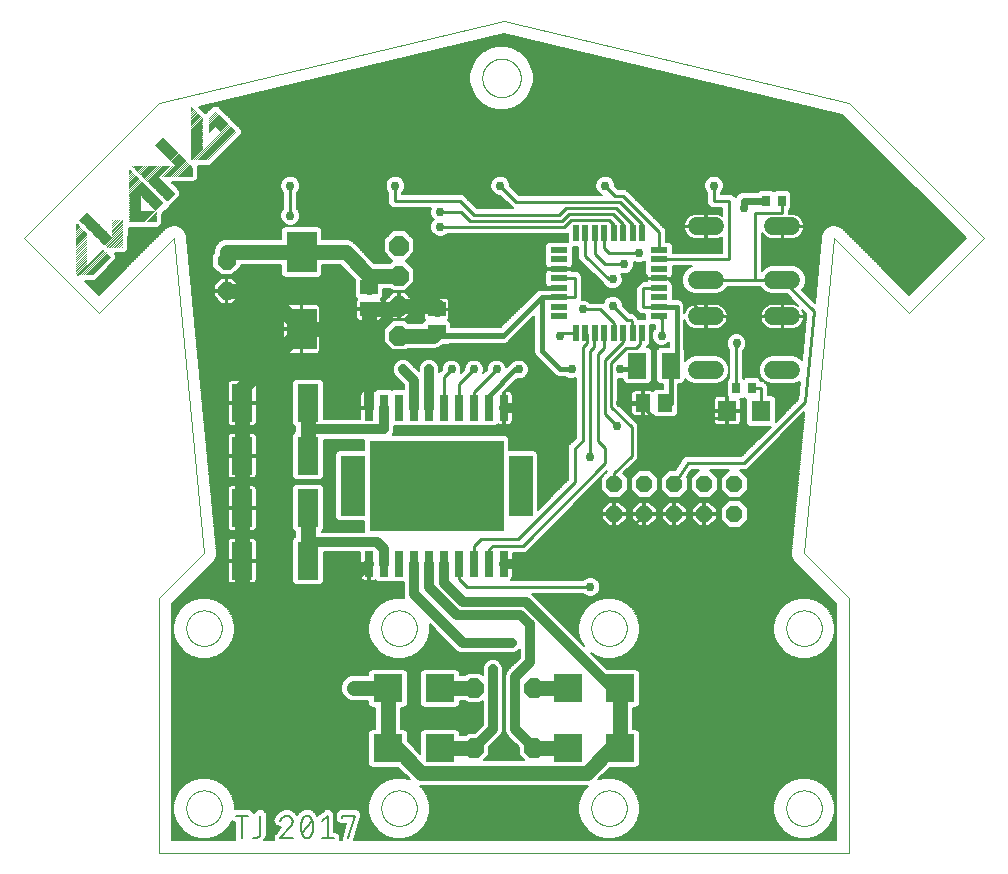
<source format=gtl>
G75*
%MOIN*%
%OFA0B0*%
%FSLAX25Y25*%
%IPPOS*%
%LPD*%
%AMOC8*
5,1,8,0,0,1.08239X$1,22.5*
%
%ADD10C,0.00000*%
%ADD11R,0.00450X0.00150*%
%ADD12R,0.00750X0.00150*%
%ADD13R,0.01050X0.00150*%
%ADD14R,0.01350X0.00150*%
%ADD15R,0.01650X0.00150*%
%ADD16R,0.01950X0.00150*%
%ADD17R,0.02250X0.00150*%
%ADD18R,0.02550X0.00150*%
%ADD19R,0.02850X0.00150*%
%ADD20R,0.03150X0.00150*%
%ADD21R,0.03450X0.00150*%
%ADD22R,0.03750X0.00150*%
%ADD23R,0.00300X0.00150*%
%ADD24R,0.04050X0.00150*%
%ADD25R,0.00600X0.00150*%
%ADD26R,0.04350X0.00150*%
%ADD27R,0.00900X0.00150*%
%ADD28R,0.04650X0.00150*%
%ADD29R,0.01200X0.00150*%
%ADD30R,0.08400X0.00150*%
%ADD31R,0.08700X0.00150*%
%ADD32R,0.01500X0.00150*%
%ADD33R,0.08850X0.00150*%
%ADD34R,0.13500X0.00150*%
%ADD35R,0.01800X0.00150*%
%ADD36R,0.09000X0.00150*%
%ADD37R,0.13650X0.00150*%
%ADD38R,0.02100X0.00150*%
%ADD39R,0.09150X0.00150*%
%ADD40R,0.13800X0.00150*%
%ADD41R,0.02400X0.00150*%
%ADD42R,0.09300X0.00150*%
%ADD43R,0.13950X0.00150*%
%ADD44R,0.02700X0.00150*%
%ADD45R,0.05400X0.00150*%
%ADD46R,0.14100X0.00150*%
%ADD47R,0.09450X0.00150*%
%ADD48R,0.03000X0.00150*%
%ADD49R,0.14250X0.00150*%
%ADD50R,0.09600X0.00150*%
%ADD51R,0.03300X0.00150*%
%ADD52R,0.14400X0.00150*%
%ADD53R,0.09750X0.00150*%
%ADD54R,0.03600X0.00150*%
%ADD55R,0.14550X0.00150*%
%ADD56R,0.09900X0.00150*%
%ADD57R,0.03900X0.00150*%
%ADD58R,0.14700X0.00150*%
%ADD59R,0.10050X0.00150*%
%ADD60R,0.04200X0.00150*%
%ADD61R,0.14850X0.00150*%
%ADD62R,0.10200X0.00150*%
%ADD63R,0.04500X0.00150*%
%ADD64R,0.15000X0.00150*%
%ADD65R,0.10350X0.00150*%
%ADD66R,0.04800X0.00150*%
%ADD67R,0.15150X0.00150*%
%ADD68R,0.10500X0.00150*%
%ADD69R,0.05100X0.00150*%
%ADD70R,0.15300X0.00150*%
%ADD71R,0.10650X0.00150*%
%ADD72R,0.15450X0.00150*%
%ADD73R,0.10800X0.00150*%
%ADD74R,0.05700X0.00150*%
%ADD75R,0.04950X0.00150*%
%ADD76R,0.15600X0.00150*%
%ADD77R,0.10950X0.00150*%
%ADD78R,0.06000X0.00150*%
%ADD79R,0.15750X0.00150*%
%ADD80R,0.11100X0.00150*%
%ADD81R,0.06300X0.00150*%
%ADD82R,0.05250X0.00150*%
%ADD83R,0.15900X0.00150*%
%ADD84R,0.11250X0.00150*%
%ADD85R,0.06750X0.00150*%
%ADD86R,0.16050X0.00150*%
%ADD87R,0.11400X0.00150*%
%ADD88R,0.07050X0.00150*%
%ADD89R,0.05550X0.00150*%
%ADD90R,0.16200X0.00150*%
%ADD91R,0.11550X0.00150*%
%ADD92R,0.07350X0.00150*%
%ADD93R,0.16350X0.00150*%
%ADD94R,0.11700X0.00150*%
%ADD95R,0.07650X0.00150*%
%ADD96R,0.05850X0.00150*%
%ADD97R,0.16500X0.00150*%
%ADD98R,0.12000X0.00150*%
%ADD99R,0.07800X0.00150*%
%ADD100R,0.16650X0.00150*%
%ADD101R,0.12150X0.00150*%
%ADD102R,0.07950X0.00150*%
%ADD103R,0.06150X0.00150*%
%ADD104R,0.16800X0.00150*%
%ADD105R,0.12300X0.00150*%
%ADD106R,0.08100X0.00150*%
%ADD107R,0.16950X0.00150*%
%ADD108R,0.08250X0.00150*%
%ADD109R,0.06450X0.00150*%
%ADD110R,0.06600X0.00150*%
%ADD111R,0.08550X0.00150*%
%ADD112R,0.06900X0.00150*%
%ADD113R,0.07200X0.00150*%
%ADD114R,0.07500X0.00150*%
%ADD115R,0.00150X0.00150*%
%ADD116C,0.00600*%
%ADD117OC8,0.06000*%
%ADD118R,0.05800X0.02000*%
%ADD119R,0.02000X0.05800*%
%ADD120R,0.03150X0.08661*%
%ADD121R,0.45000X0.30000*%
%ADD122R,0.08000X0.20000*%
%ADD123R,0.07087X0.12598*%
%ADD124R,0.09449X0.09449*%
%ADD125R,0.09843X0.13780*%
%ADD126R,0.05906X0.05118*%
%ADD127OC8,0.06600*%
%ADD128R,0.05118X0.05906*%
%ADD129R,0.06299X0.08661*%
%ADD130R,0.02756X0.03543*%
%ADD131C,0.06000*%
%ADD132R,0.06299X0.07098*%
%ADD133OC8,0.05600*%
%ADD134C,0.02978*%
%ADD135C,0.02400*%
%ADD136C,0.01000*%
%ADD137C,0.01600*%
%ADD138C,0.05000*%
%ADD139C,0.02000*%
%ADD140C,0.03200*%
D10*
X0068800Y0018800D02*
X0068800Y0103800D01*
X0083800Y0118800D01*
X0073800Y0223800D01*
X0048800Y0198800D01*
X0023800Y0223800D01*
X0068800Y0268800D01*
X0183800Y0296300D01*
X0298800Y0268800D01*
X0343800Y0223800D01*
X0318800Y0198800D01*
X0293800Y0223800D01*
X0283800Y0118800D01*
X0298800Y0103800D01*
X0298800Y0018800D01*
X0068800Y0018800D01*
X0077894Y0033800D02*
X0077896Y0033953D01*
X0077902Y0034107D01*
X0077912Y0034260D01*
X0077926Y0034412D01*
X0077944Y0034565D01*
X0077966Y0034716D01*
X0077991Y0034867D01*
X0078021Y0035018D01*
X0078055Y0035168D01*
X0078092Y0035316D01*
X0078133Y0035464D01*
X0078178Y0035610D01*
X0078227Y0035756D01*
X0078280Y0035900D01*
X0078336Y0036042D01*
X0078396Y0036183D01*
X0078460Y0036323D01*
X0078527Y0036461D01*
X0078598Y0036597D01*
X0078673Y0036731D01*
X0078750Y0036863D01*
X0078832Y0036993D01*
X0078916Y0037121D01*
X0079004Y0037247D01*
X0079095Y0037370D01*
X0079189Y0037491D01*
X0079287Y0037609D01*
X0079387Y0037725D01*
X0079491Y0037838D01*
X0079597Y0037949D01*
X0079706Y0038057D01*
X0079818Y0038162D01*
X0079932Y0038263D01*
X0080050Y0038362D01*
X0080169Y0038458D01*
X0080291Y0038551D01*
X0080416Y0038640D01*
X0080543Y0038727D01*
X0080672Y0038809D01*
X0080803Y0038889D01*
X0080936Y0038965D01*
X0081071Y0039038D01*
X0081208Y0039107D01*
X0081347Y0039172D01*
X0081487Y0039234D01*
X0081629Y0039292D01*
X0081772Y0039347D01*
X0081917Y0039398D01*
X0082063Y0039445D01*
X0082210Y0039488D01*
X0082358Y0039527D01*
X0082507Y0039563D01*
X0082657Y0039594D01*
X0082808Y0039622D01*
X0082959Y0039646D01*
X0083112Y0039666D01*
X0083264Y0039682D01*
X0083417Y0039694D01*
X0083570Y0039702D01*
X0083723Y0039706D01*
X0083877Y0039706D01*
X0084030Y0039702D01*
X0084183Y0039694D01*
X0084336Y0039682D01*
X0084488Y0039666D01*
X0084641Y0039646D01*
X0084792Y0039622D01*
X0084943Y0039594D01*
X0085093Y0039563D01*
X0085242Y0039527D01*
X0085390Y0039488D01*
X0085537Y0039445D01*
X0085683Y0039398D01*
X0085828Y0039347D01*
X0085971Y0039292D01*
X0086113Y0039234D01*
X0086253Y0039172D01*
X0086392Y0039107D01*
X0086529Y0039038D01*
X0086664Y0038965D01*
X0086797Y0038889D01*
X0086928Y0038809D01*
X0087057Y0038727D01*
X0087184Y0038640D01*
X0087309Y0038551D01*
X0087431Y0038458D01*
X0087550Y0038362D01*
X0087668Y0038263D01*
X0087782Y0038162D01*
X0087894Y0038057D01*
X0088003Y0037949D01*
X0088109Y0037838D01*
X0088213Y0037725D01*
X0088313Y0037609D01*
X0088411Y0037491D01*
X0088505Y0037370D01*
X0088596Y0037247D01*
X0088684Y0037121D01*
X0088768Y0036993D01*
X0088850Y0036863D01*
X0088927Y0036731D01*
X0089002Y0036597D01*
X0089073Y0036461D01*
X0089140Y0036323D01*
X0089204Y0036183D01*
X0089264Y0036042D01*
X0089320Y0035900D01*
X0089373Y0035756D01*
X0089422Y0035610D01*
X0089467Y0035464D01*
X0089508Y0035316D01*
X0089545Y0035168D01*
X0089579Y0035018D01*
X0089609Y0034867D01*
X0089634Y0034716D01*
X0089656Y0034565D01*
X0089674Y0034412D01*
X0089688Y0034260D01*
X0089698Y0034107D01*
X0089704Y0033953D01*
X0089706Y0033800D01*
X0089704Y0033647D01*
X0089698Y0033493D01*
X0089688Y0033340D01*
X0089674Y0033188D01*
X0089656Y0033035D01*
X0089634Y0032884D01*
X0089609Y0032733D01*
X0089579Y0032582D01*
X0089545Y0032432D01*
X0089508Y0032284D01*
X0089467Y0032136D01*
X0089422Y0031990D01*
X0089373Y0031844D01*
X0089320Y0031700D01*
X0089264Y0031558D01*
X0089204Y0031417D01*
X0089140Y0031277D01*
X0089073Y0031139D01*
X0089002Y0031003D01*
X0088927Y0030869D01*
X0088850Y0030737D01*
X0088768Y0030607D01*
X0088684Y0030479D01*
X0088596Y0030353D01*
X0088505Y0030230D01*
X0088411Y0030109D01*
X0088313Y0029991D01*
X0088213Y0029875D01*
X0088109Y0029762D01*
X0088003Y0029651D01*
X0087894Y0029543D01*
X0087782Y0029438D01*
X0087668Y0029337D01*
X0087550Y0029238D01*
X0087431Y0029142D01*
X0087309Y0029049D01*
X0087184Y0028960D01*
X0087057Y0028873D01*
X0086928Y0028791D01*
X0086797Y0028711D01*
X0086664Y0028635D01*
X0086529Y0028562D01*
X0086392Y0028493D01*
X0086253Y0028428D01*
X0086113Y0028366D01*
X0085971Y0028308D01*
X0085828Y0028253D01*
X0085683Y0028202D01*
X0085537Y0028155D01*
X0085390Y0028112D01*
X0085242Y0028073D01*
X0085093Y0028037D01*
X0084943Y0028006D01*
X0084792Y0027978D01*
X0084641Y0027954D01*
X0084488Y0027934D01*
X0084336Y0027918D01*
X0084183Y0027906D01*
X0084030Y0027898D01*
X0083877Y0027894D01*
X0083723Y0027894D01*
X0083570Y0027898D01*
X0083417Y0027906D01*
X0083264Y0027918D01*
X0083112Y0027934D01*
X0082959Y0027954D01*
X0082808Y0027978D01*
X0082657Y0028006D01*
X0082507Y0028037D01*
X0082358Y0028073D01*
X0082210Y0028112D01*
X0082063Y0028155D01*
X0081917Y0028202D01*
X0081772Y0028253D01*
X0081629Y0028308D01*
X0081487Y0028366D01*
X0081347Y0028428D01*
X0081208Y0028493D01*
X0081071Y0028562D01*
X0080936Y0028635D01*
X0080803Y0028711D01*
X0080672Y0028791D01*
X0080543Y0028873D01*
X0080416Y0028960D01*
X0080291Y0029049D01*
X0080169Y0029142D01*
X0080050Y0029238D01*
X0079932Y0029337D01*
X0079818Y0029438D01*
X0079706Y0029543D01*
X0079597Y0029651D01*
X0079491Y0029762D01*
X0079387Y0029875D01*
X0079287Y0029991D01*
X0079189Y0030109D01*
X0079095Y0030230D01*
X0079004Y0030353D01*
X0078916Y0030479D01*
X0078832Y0030607D01*
X0078750Y0030737D01*
X0078673Y0030869D01*
X0078598Y0031003D01*
X0078527Y0031139D01*
X0078460Y0031277D01*
X0078396Y0031417D01*
X0078336Y0031558D01*
X0078280Y0031700D01*
X0078227Y0031844D01*
X0078178Y0031990D01*
X0078133Y0032136D01*
X0078092Y0032284D01*
X0078055Y0032432D01*
X0078021Y0032582D01*
X0077991Y0032733D01*
X0077966Y0032884D01*
X0077944Y0033035D01*
X0077926Y0033188D01*
X0077912Y0033340D01*
X0077902Y0033493D01*
X0077896Y0033647D01*
X0077894Y0033800D01*
X0142894Y0033800D02*
X0142896Y0033953D01*
X0142902Y0034107D01*
X0142912Y0034260D01*
X0142926Y0034412D01*
X0142944Y0034565D01*
X0142966Y0034716D01*
X0142991Y0034867D01*
X0143021Y0035018D01*
X0143055Y0035168D01*
X0143092Y0035316D01*
X0143133Y0035464D01*
X0143178Y0035610D01*
X0143227Y0035756D01*
X0143280Y0035900D01*
X0143336Y0036042D01*
X0143396Y0036183D01*
X0143460Y0036323D01*
X0143527Y0036461D01*
X0143598Y0036597D01*
X0143673Y0036731D01*
X0143750Y0036863D01*
X0143832Y0036993D01*
X0143916Y0037121D01*
X0144004Y0037247D01*
X0144095Y0037370D01*
X0144189Y0037491D01*
X0144287Y0037609D01*
X0144387Y0037725D01*
X0144491Y0037838D01*
X0144597Y0037949D01*
X0144706Y0038057D01*
X0144818Y0038162D01*
X0144932Y0038263D01*
X0145050Y0038362D01*
X0145169Y0038458D01*
X0145291Y0038551D01*
X0145416Y0038640D01*
X0145543Y0038727D01*
X0145672Y0038809D01*
X0145803Y0038889D01*
X0145936Y0038965D01*
X0146071Y0039038D01*
X0146208Y0039107D01*
X0146347Y0039172D01*
X0146487Y0039234D01*
X0146629Y0039292D01*
X0146772Y0039347D01*
X0146917Y0039398D01*
X0147063Y0039445D01*
X0147210Y0039488D01*
X0147358Y0039527D01*
X0147507Y0039563D01*
X0147657Y0039594D01*
X0147808Y0039622D01*
X0147959Y0039646D01*
X0148112Y0039666D01*
X0148264Y0039682D01*
X0148417Y0039694D01*
X0148570Y0039702D01*
X0148723Y0039706D01*
X0148877Y0039706D01*
X0149030Y0039702D01*
X0149183Y0039694D01*
X0149336Y0039682D01*
X0149488Y0039666D01*
X0149641Y0039646D01*
X0149792Y0039622D01*
X0149943Y0039594D01*
X0150093Y0039563D01*
X0150242Y0039527D01*
X0150390Y0039488D01*
X0150537Y0039445D01*
X0150683Y0039398D01*
X0150828Y0039347D01*
X0150971Y0039292D01*
X0151113Y0039234D01*
X0151253Y0039172D01*
X0151392Y0039107D01*
X0151529Y0039038D01*
X0151664Y0038965D01*
X0151797Y0038889D01*
X0151928Y0038809D01*
X0152057Y0038727D01*
X0152184Y0038640D01*
X0152309Y0038551D01*
X0152431Y0038458D01*
X0152550Y0038362D01*
X0152668Y0038263D01*
X0152782Y0038162D01*
X0152894Y0038057D01*
X0153003Y0037949D01*
X0153109Y0037838D01*
X0153213Y0037725D01*
X0153313Y0037609D01*
X0153411Y0037491D01*
X0153505Y0037370D01*
X0153596Y0037247D01*
X0153684Y0037121D01*
X0153768Y0036993D01*
X0153850Y0036863D01*
X0153927Y0036731D01*
X0154002Y0036597D01*
X0154073Y0036461D01*
X0154140Y0036323D01*
X0154204Y0036183D01*
X0154264Y0036042D01*
X0154320Y0035900D01*
X0154373Y0035756D01*
X0154422Y0035610D01*
X0154467Y0035464D01*
X0154508Y0035316D01*
X0154545Y0035168D01*
X0154579Y0035018D01*
X0154609Y0034867D01*
X0154634Y0034716D01*
X0154656Y0034565D01*
X0154674Y0034412D01*
X0154688Y0034260D01*
X0154698Y0034107D01*
X0154704Y0033953D01*
X0154706Y0033800D01*
X0154704Y0033647D01*
X0154698Y0033493D01*
X0154688Y0033340D01*
X0154674Y0033188D01*
X0154656Y0033035D01*
X0154634Y0032884D01*
X0154609Y0032733D01*
X0154579Y0032582D01*
X0154545Y0032432D01*
X0154508Y0032284D01*
X0154467Y0032136D01*
X0154422Y0031990D01*
X0154373Y0031844D01*
X0154320Y0031700D01*
X0154264Y0031558D01*
X0154204Y0031417D01*
X0154140Y0031277D01*
X0154073Y0031139D01*
X0154002Y0031003D01*
X0153927Y0030869D01*
X0153850Y0030737D01*
X0153768Y0030607D01*
X0153684Y0030479D01*
X0153596Y0030353D01*
X0153505Y0030230D01*
X0153411Y0030109D01*
X0153313Y0029991D01*
X0153213Y0029875D01*
X0153109Y0029762D01*
X0153003Y0029651D01*
X0152894Y0029543D01*
X0152782Y0029438D01*
X0152668Y0029337D01*
X0152550Y0029238D01*
X0152431Y0029142D01*
X0152309Y0029049D01*
X0152184Y0028960D01*
X0152057Y0028873D01*
X0151928Y0028791D01*
X0151797Y0028711D01*
X0151664Y0028635D01*
X0151529Y0028562D01*
X0151392Y0028493D01*
X0151253Y0028428D01*
X0151113Y0028366D01*
X0150971Y0028308D01*
X0150828Y0028253D01*
X0150683Y0028202D01*
X0150537Y0028155D01*
X0150390Y0028112D01*
X0150242Y0028073D01*
X0150093Y0028037D01*
X0149943Y0028006D01*
X0149792Y0027978D01*
X0149641Y0027954D01*
X0149488Y0027934D01*
X0149336Y0027918D01*
X0149183Y0027906D01*
X0149030Y0027898D01*
X0148877Y0027894D01*
X0148723Y0027894D01*
X0148570Y0027898D01*
X0148417Y0027906D01*
X0148264Y0027918D01*
X0148112Y0027934D01*
X0147959Y0027954D01*
X0147808Y0027978D01*
X0147657Y0028006D01*
X0147507Y0028037D01*
X0147358Y0028073D01*
X0147210Y0028112D01*
X0147063Y0028155D01*
X0146917Y0028202D01*
X0146772Y0028253D01*
X0146629Y0028308D01*
X0146487Y0028366D01*
X0146347Y0028428D01*
X0146208Y0028493D01*
X0146071Y0028562D01*
X0145936Y0028635D01*
X0145803Y0028711D01*
X0145672Y0028791D01*
X0145543Y0028873D01*
X0145416Y0028960D01*
X0145291Y0029049D01*
X0145169Y0029142D01*
X0145050Y0029238D01*
X0144932Y0029337D01*
X0144818Y0029438D01*
X0144706Y0029543D01*
X0144597Y0029651D01*
X0144491Y0029762D01*
X0144387Y0029875D01*
X0144287Y0029991D01*
X0144189Y0030109D01*
X0144095Y0030230D01*
X0144004Y0030353D01*
X0143916Y0030479D01*
X0143832Y0030607D01*
X0143750Y0030737D01*
X0143673Y0030869D01*
X0143598Y0031003D01*
X0143527Y0031139D01*
X0143460Y0031277D01*
X0143396Y0031417D01*
X0143336Y0031558D01*
X0143280Y0031700D01*
X0143227Y0031844D01*
X0143178Y0031990D01*
X0143133Y0032136D01*
X0143092Y0032284D01*
X0143055Y0032432D01*
X0143021Y0032582D01*
X0142991Y0032733D01*
X0142966Y0032884D01*
X0142944Y0033035D01*
X0142926Y0033188D01*
X0142912Y0033340D01*
X0142902Y0033493D01*
X0142896Y0033647D01*
X0142894Y0033800D01*
X0142894Y0093800D02*
X0142896Y0093953D01*
X0142902Y0094107D01*
X0142912Y0094260D01*
X0142926Y0094412D01*
X0142944Y0094565D01*
X0142966Y0094716D01*
X0142991Y0094867D01*
X0143021Y0095018D01*
X0143055Y0095168D01*
X0143092Y0095316D01*
X0143133Y0095464D01*
X0143178Y0095610D01*
X0143227Y0095756D01*
X0143280Y0095900D01*
X0143336Y0096042D01*
X0143396Y0096183D01*
X0143460Y0096323D01*
X0143527Y0096461D01*
X0143598Y0096597D01*
X0143673Y0096731D01*
X0143750Y0096863D01*
X0143832Y0096993D01*
X0143916Y0097121D01*
X0144004Y0097247D01*
X0144095Y0097370D01*
X0144189Y0097491D01*
X0144287Y0097609D01*
X0144387Y0097725D01*
X0144491Y0097838D01*
X0144597Y0097949D01*
X0144706Y0098057D01*
X0144818Y0098162D01*
X0144932Y0098263D01*
X0145050Y0098362D01*
X0145169Y0098458D01*
X0145291Y0098551D01*
X0145416Y0098640D01*
X0145543Y0098727D01*
X0145672Y0098809D01*
X0145803Y0098889D01*
X0145936Y0098965D01*
X0146071Y0099038D01*
X0146208Y0099107D01*
X0146347Y0099172D01*
X0146487Y0099234D01*
X0146629Y0099292D01*
X0146772Y0099347D01*
X0146917Y0099398D01*
X0147063Y0099445D01*
X0147210Y0099488D01*
X0147358Y0099527D01*
X0147507Y0099563D01*
X0147657Y0099594D01*
X0147808Y0099622D01*
X0147959Y0099646D01*
X0148112Y0099666D01*
X0148264Y0099682D01*
X0148417Y0099694D01*
X0148570Y0099702D01*
X0148723Y0099706D01*
X0148877Y0099706D01*
X0149030Y0099702D01*
X0149183Y0099694D01*
X0149336Y0099682D01*
X0149488Y0099666D01*
X0149641Y0099646D01*
X0149792Y0099622D01*
X0149943Y0099594D01*
X0150093Y0099563D01*
X0150242Y0099527D01*
X0150390Y0099488D01*
X0150537Y0099445D01*
X0150683Y0099398D01*
X0150828Y0099347D01*
X0150971Y0099292D01*
X0151113Y0099234D01*
X0151253Y0099172D01*
X0151392Y0099107D01*
X0151529Y0099038D01*
X0151664Y0098965D01*
X0151797Y0098889D01*
X0151928Y0098809D01*
X0152057Y0098727D01*
X0152184Y0098640D01*
X0152309Y0098551D01*
X0152431Y0098458D01*
X0152550Y0098362D01*
X0152668Y0098263D01*
X0152782Y0098162D01*
X0152894Y0098057D01*
X0153003Y0097949D01*
X0153109Y0097838D01*
X0153213Y0097725D01*
X0153313Y0097609D01*
X0153411Y0097491D01*
X0153505Y0097370D01*
X0153596Y0097247D01*
X0153684Y0097121D01*
X0153768Y0096993D01*
X0153850Y0096863D01*
X0153927Y0096731D01*
X0154002Y0096597D01*
X0154073Y0096461D01*
X0154140Y0096323D01*
X0154204Y0096183D01*
X0154264Y0096042D01*
X0154320Y0095900D01*
X0154373Y0095756D01*
X0154422Y0095610D01*
X0154467Y0095464D01*
X0154508Y0095316D01*
X0154545Y0095168D01*
X0154579Y0095018D01*
X0154609Y0094867D01*
X0154634Y0094716D01*
X0154656Y0094565D01*
X0154674Y0094412D01*
X0154688Y0094260D01*
X0154698Y0094107D01*
X0154704Y0093953D01*
X0154706Y0093800D01*
X0154704Y0093647D01*
X0154698Y0093493D01*
X0154688Y0093340D01*
X0154674Y0093188D01*
X0154656Y0093035D01*
X0154634Y0092884D01*
X0154609Y0092733D01*
X0154579Y0092582D01*
X0154545Y0092432D01*
X0154508Y0092284D01*
X0154467Y0092136D01*
X0154422Y0091990D01*
X0154373Y0091844D01*
X0154320Y0091700D01*
X0154264Y0091558D01*
X0154204Y0091417D01*
X0154140Y0091277D01*
X0154073Y0091139D01*
X0154002Y0091003D01*
X0153927Y0090869D01*
X0153850Y0090737D01*
X0153768Y0090607D01*
X0153684Y0090479D01*
X0153596Y0090353D01*
X0153505Y0090230D01*
X0153411Y0090109D01*
X0153313Y0089991D01*
X0153213Y0089875D01*
X0153109Y0089762D01*
X0153003Y0089651D01*
X0152894Y0089543D01*
X0152782Y0089438D01*
X0152668Y0089337D01*
X0152550Y0089238D01*
X0152431Y0089142D01*
X0152309Y0089049D01*
X0152184Y0088960D01*
X0152057Y0088873D01*
X0151928Y0088791D01*
X0151797Y0088711D01*
X0151664Y0088635D01*
X0151529Y0088562D01*
X0151392Y0088493D01*
X0151253Y0088428D01*
X0151113Y0088366D01*
X0150971Y0088308D01*
X0150828Y0088253D01*
X0150683Y0088202D01*
X0150537Y0088155D01*
X0150390Y0088112D01*
X0150242Y0088073D01*
X0150093Y0088037D01*
X0149943Y0088006D01*
X0149792Y0087978D01*
X0149641Y0087954D01*
X0149488Y0087934D01*
X0149336Y0087918D01*
X0149183Y0087906D01*
X0149030Y0087898D01*
X0148877Y0087894D01*
X0148723Y0087894D01*
X0148570Y0087898D01*
X0148417Y0087906D01*
X0148264Y0087918D01*
X0148112Y0087934D01*
X0147959Y0087954D01*
X0147808Y0087978D01*
X0147657Y0088006D01*
X0147507Y0088037D01*
X0147358Y0088073D01*
X0147210Y0088112D01*
X0147063Y0088155D01*
X0146917Y0088202D01*
X0146772Y0088253D01*
X0146629Y0088308D01*
X0146487Y0088366D01*
X0146347Y0088428D01*
X0146208Y0088493D01*
X0146071Y0088562D01*
X0145936Y0088635D01*
X0145803Y0088711D01*
X0145672Y0088791D01*
X0145543Y0088873D01*
X0145416Y0088960D01*
X0145291Y0089049D01*
X0145169Y0089142D01*
X0145050Y0089238D01*
X0144932Y0089337D01*
X0144818Y0089438D01*
X0144706Y0089543D01*
X0144597Y0089651D01*
X0144491Y0089762D01*
X0144387Y0089875D01*
X0144287Y0089991D01*
X0144189Y0090109D01*
X0144095Y0090230D01*
X0144004Y0090353D01*
X0143916Y0090479D01*
X0143832Y0090607D01*
X0143750Y0090737D01*
X0143673Y0090869D01*
X0143598Y0091003D01*
X0143527Y0091139D01*
X0143460Y0091277D01*
X0143396Y0091417D01*
X0143336Y0091558D01*
X0143280Y0091700D01*
X0143227Y0091844D01*
X0143178Y0091990D01*
X0143133Y0092136D01*
X0143092Y0092284D01*
X0143055Y0092432D01*
X0143021Y0092582D01*
X0142991Y0092733D01*
X0142966Y0092884D01*
X0142944Y0093035D01*
X0142926Y0093188D01*
X0142912Y0093340D01*
X0142902Y0093493D01*
X0142896Y0093647D01*
X0142894Y0093800D01*
X0077894Y0093800D02*
X0077896Y0093953D01*
X0077902Y0094107D01*
X0077912Y0094260D01*
X0077926Y0094412D01*
X0077944Y0094565D01*
X0077966Y0094716D01*
X0077991Y0094867D01*
X0078021Y0095018D01*
X0078055Y0095168D01*
X0078092Y0095316D01*
X0078133Y0095464D01*
X0078178Y0095610D01*
X0078227Y0095756D01*
X0078280Y0095900D01*
X0078336Y0096042D01*
X0078396Y0096183D01*
X0078460Y0096323D01*
X0078527Y0096461D01*
X0078598Y0096597D01*
X0078673Y0096731D01*
X0078750Y0096863D01*
X0078832Y0096993D01*
X0078916Y0097121D01*
X0079004Y0097247D01*
X0079095Y0097370D01*
X0079189Y0097491D01*
X0079287Y0097609D01*
X0079387Y0097725D01*
X0079491Y0097838D01*
X0079597Y0097949D01*
X0079706Y0098057D01*
X0079818Y0098162D01*
X0079932Y0098263D01*
X0080050Y0098362D01*
X0080169Y0098458D01*
X0080291Y0098551D01*
X0080416Y0098640D01*
X0080543Y0098727D01*
X0080672Y0098809D01*
X0080803Y0098889D01*
X0080936Y0098965D01*
X0081071Y0099038D01*
X0081208Y0099107D01*
X0081347Y0099172D01*
X0081487Y0099234D01*
X0081629Y0099292D01*
X0081772Y0099347D01*
X0081917Y0099398D01*
X0082063Y0099445D01*
X0082210Y0099488D01*
X0082358Y0099527D01*
X0082507Y0099563D01*
X0082657Y0099594D01*
X0082808Y0099622D01*
X0082959Y0099646D01*
X0083112Y0099666D01*
X0083264Y0099682D01*
X0083417Y0099694D01*
X0083570Y0099702D01*
X0083723Y0099706D01*
X0083877Y0099706D01*
X0084030Y0099702D01*
X0084183Y0099694D01*
X0084336Y0099682D01*
X0084488Y0099666D01*
X0084641Y0099646D01*
X0084792Y0099622D01*
X0084943Y0099594D01*
X0085093Y0099563D01*
X0085242Y0099527D01*
X0085390Y0099488D01*
X0085537Y0099445D01*
X0085683Y0099398D01*
X0085828Y0099347D01*
X0085971Y0099292D01*
X0086113Y0099234D01*
X0086253Y0099172D01*
X0086392Y0099107D01*
X0086529Y0099038D01*
X0086664Y0098965D01*
X0086797Y0098889D01*
X0086928Y0098809D01*
X0087057Y0098727D01*
X0087184Y0098640D01*
X0087309Y0098551D01*
X0087431Y0098458D01*
X0087550Y0098362D01*
X0087668Y0098263D01*
X0087782Y0098162D01*
X0087894Y0098057D01*
X0088003Y0097949D01*
X0088109Y0097838D01*
X0088213Y0097725D01*
X0088313Y0097609D01*
X0088411Y0097491D01*
X0088505Y0097370D01*
X0088596Y0097247D01*
X0088684Y0097121D01*
X0088768Y0096993D01*
X0088850Y0096863D01*
X0088927Y0096731D01*
X0089002Y0096597D01*
X0089073Y0096461D01*
X0089140Y0096323D01*
X0089204Y0096183D01*
X0089264Y0096042D01*
X0089320Y0095900D01*
X0089373Y0095756D01*
X0089422Y0095610D01*
X0089467Y0095464D01*
X0089508Y0095316D01*
X0089545Y0095168D01*
X0089579Y0095018D01*
X0089609Y0094867D01*
X0089634Y0094716D01*
X0089656Y0094565D01*
X0089674Y0094412D01*
X0089688Y0094260D01*
X0089698Y0094107D01*
X0089704Y0093953D01*
X0089706Y0093800D01*
X0089704Y0093647D01*
X0089698Y0093493D01*
X0089688Y0093340D01*
X0089674Y0093188D01*
X0089656Y0093035D01*
X0089634Y0092884D01*
X0089609Y0092733D01*
X0089579Y0092582D01*
X0089545Y0092432D01*
X0089508Y0092284D01*
X0089467Y0092136D01*
X0089422Y0091990D01*
X0089373Y0091844D01*
X0089320Y0091700D01*
X0089264Y0091558D01*
X0089204Y0091417D01*
X0089140Y0091277D01*
X0089073Y0091139D01*
X0089002Y0091003D01*
X0088927Y0090869D01*
X0088850Y0090737D01*
X0088768Y0090607D01*
X0088684Y0090479D01*
X0088596Y0090353D01*
X0088505Y0090230D01*
X0088411Y0090109D01*
X0088313Y0089991D01*
X0088213Y0089875D01*
X0088109Y0089762D01*
X0088003Y0089651D01*
X0087894Y0089543D01*
X0087782Y0089438D01*
X0087668Y0089337D01*
X0087550Y0089238D01*
X0087431Y0089142D01*
X0087309Y0089049D01*
X0087184Y0088960D01*
X0087057Y0088873D01*
X0086928Y0088791D01*
X0086797Y0088711D01*
X0086664Y0088635D01*
X0086529Y0088562D01*
X0086392Y0088493D01*
X0086253Y0088428D01*
X0086113Y0088366D01*
X0085971Y0088308D01*
X0085828Y0088253D01*
X0085683Y0088202D01*
X0085537Y0088155D01*
X0085390Y0088112D01*
X0085242Y0088073D01*
X0085093Y0088037D01*
X0084943Y0088006D01*
X0084792Y0087978D01*
X0084641Y0087954D01*
X0084488Y0087934D01*
X0084336Y0087918D01*
X0084183Y0087906D01*
X0084030Y0087898D01*
X0083877Y0087894D01*
X0083723Y0087894D01*
X0083570Y0087898D01*
X0083417Y0087906D01*
X0083264Y0087918D01*
X0083112Y0087934D01*
X0082959Y0087954D01*
X0082808Y0087978D01*
X0082657Y0088006D01*
X0082507Y0088037D01*
X0082358Y0088073D01*
X0082210Y0088112D01*
X0082063Y0088155D01*
X0081917Y0088202D01*
X0081772Y0088253D01*
X0081629Y0088308D01*
X0081487Y0088366D01*
X0081347Y0088428D01*
X0081208Y0088493D01*
X0081071Y0088562D01*
X0080936Y0088635D01*
X0080803Y0088711D01*
X0080672Y0088791D01*
X0080543Y0088873D01*
X0080416Y0088960D01*
X0080291Y0089049D01*
X0080169Y0089142D01*
X0080050Y0089238D01*
X0079932Y0089337D01*
X0079818Y0089438D01*
X0079706Y0089543D01*
X0079597Y0089651D01*
X0079491Y0089762D01*
X0079387Y0089875D01*
X0079287Y0089991D01*
X0079189Y0090109D01*
X0079095Y0090230D01*
X0079004Y0090353D01*
X0078916Y0090479D01*
X0078832Y0090607D01*
X0078750Y0090737D01*
X0078673Y0090869D01*
X0078598Y0091003D01*
X0078527Y0091139D01*
X0078460Y0091277D01*
X0078396Y0091417D01*
X0078336Y0091558D01*
X0078280Y0091700D01*
X0078227Y0091844D01*
X0078178Y0091990D01*
X0078133Y0092136D01*
X0078092Y0092284D01*
X0078055Y0092432D01*
X0078021Y0092582D01*
X0077991Y0092733D01*
X0077966Y0092884D01*
X0077944Y0093035D01*
X0077926Y0093188D01*
X0077912Y0093340D01*
X0077902Y0093493D01*
X0077896Y0093647D01*
X0077894Y0093800D01*
X0212894Y0093800D02*
X0212896Y0093953D01*
X0212902Y0094107D01*
X0212912Y0094260D01*
X0212926Y0094412D01*
X0212944Y0094565D01*
X0212966Y0094716D01*
X0212991Y0094867D01*
X0213021Y0095018D01*
X0213055Y0095168D01*
X0213092Y0095316D01*
X0213133Y0095464D01*
X0213178Y0095610D01*
X0213227Y0095756D01*
X0213280Y0095900D01*
X0213336Y0096042D01*
X0213396Y0096183D01*
X0213460Y0096323D01*
X0213527Y0096461D01*
X0213598Y0096597D01*
X0213673Y0096731D01*
X0213750Y0096863D01*
X0213832Y0096993D01*
X0213916Y0097121D01*
X0214004Y0097247D01*
X0214095Y0097370D01*
X0214189Y0097491D01*
X0214287Y0097609D01*
X0214387Y0097725D01*
X0214491Y0097838D01*
X0214597Y0097949D01*
X0214706Y0098057D01*
X0214818Y0098162D01*
X0214932Y0098263D01*
X0215050Y0098362D01*
X0215169Y0098458D01*
X0215291Y0098551D01*
X0215416Y0098640D01*
X0215543Y0098727D01*
X0215672Y0098809D01*
X0215803Y0098889D01*
X0215936Y0098965D01*
X0216071Y0099038D01*
X0216208Y0099107D01*
X0216347Y0099172D01*
X0216487Y0099234D01*
X0216629Y0099292D01*
X0216772Y0099347D01*
X0216917Y0099398D01*
X0217063Y0099445D01*
X0217210Y0099488D01*
X0217358Y0099527D01*
X0217507Y0099563D01*
X0217657Y0099594D01*
X0217808Y0099622D01*
X0217959Y0099646D01*
X0218112Y0099666D01*
X0218264Y0099682D01*
X0218417Y0099694D01*
X0218570Y0099702D01*
X0218723Y0099706D01*
X0218877Y0099706D01*
X0219030Y0099702D01*
X0219183Y0099694D01*
X0219336Y0099682D01*
X0219488Y0099666D01*
X0219641Y0099646D01*
X0219792Y0099622D01*
X0219943Y0099594D01*
X0220093Y0099563D01*
X0220242Y0099527D01*
X0220390Y0099488D01*
X0220537Y0099445D01*
X0220683Y0099398D01*
X0220828Y0099347D01*
X0220971Y0099292D01*
X0221113Y0099234D01*
X0221253Y0099172D01*
X0221392Y0099107D01*
X0221529Y0099038D01*
X0221664Y0098965D01*
X0221797Y0098889D01*
X0221928Y0098809D01*
X0222057Y0098727D01*
X0222184Y0098640D01*
X0222309Y0098551D01*
X0222431Y0098458D01*
X0222550Y0098362D01*
X0222668Y0098263D01*
X0222782Y0098162D01*
X0222894Y0098057D01*
X0223003Y0097949D01*
X0223109Y0097838D01*
X0223213Y0097725D01*
X0223313Y0097609D01*
X0223411Y0097491D01*
X0223505Y0097370D01*
X0223596Y0097247D01*
X0223684Y0097121D01*
X0223768Y0096993D01*
X0223850Y0096863D01*
X0223927Y0096731D01*
X0224002Y0096597D01*
X0224073Y0096461D01*
X0224140Y0096323D01*
X0224204Y0096183D01*
X0224264Y0096042D01*
X0224320Y0095900D01*
X0224373Y0095756D01*
X0224422Y0095610D01*
X0224467Y0095464D01*
X0224508Y0095316D01*
X0224545Y0095168D01*
X0224579Y0095018D01*
X0224609Y0094867D01*
X0224634Y0094716D01*
X0224656Y0094565D01*
X0224674Y0094412D01*
X0224688Y0094260D01*
X0224698Y0094107D01*
X0224704Y0093953D01*
X0224706Y0093800D01*
X0224704Y0093647D01*
X0224698Y0093493D01*
X0224688Y0093340D01*
X0224674Y0093188D01*
X0224656Y0093035D01*
X0224634Y0092884D01*
X0224609Y0092733D01*
X0224579Y0092582D01*
X0224545Y0092432D01*
X0224508Y0092284D01*
X0224467Y0092136D01*
X0224422Y0091990D01*
X0224373Y0091844D01*
X0224320Y0091700D01*
X0224264Y0091558D01*
X0224204Y0091417D01*
X0224140Y0091277D01*
X0224073Y0091139D01*
X0224002Y0091003D01*
X0223927Y0090869D01*
X0223850Y0090737D01*
X0223768Y0090607D01*
X0223684Y0090479D01*
X0223596Y0090353D01*
X0223505Y0090230D01*
X0223411Y0090109D01*
X0223313Y0089991D01*
X0223213Y0089875D01*
X0223109Y0089762D01*
X0223003Y0089651D01*
X0222894Y0089543D01*
X0222782Y0089438D01*
X0222668Y0089337D01*
X0222550Y0089238D01*
X0222431Y0089142D01*
X0222309Y0089049D01*
X0222184Y0088960D01*
X0222057Y0088873D01*
X0221928Y0088791D01*
X0221797Y0088711D01*
X0221664Y0088635D01*
X0221529Y0088562D01*
X0221392Y0088493D01*
X0221253Y0088428D01*
X0221113Y0088366D01*
X0220971Y0088308D01*
X0220828Y0088253D01*
X0220683Y0088202D01*
X0220537Y0088155D01*
X0220390Y0088112D01*
X0220242Y0088073D01*
X0220093Y0088037D01*
X0219943Y0088006D01*
X0219792Y0087978D01*
X0219641Y0087954D01*
X0219488Y0087934D01*
X0219336Y0087918D01*
X0219183Y0087906D01*
X0219030Y0087898D01*
X0218877Y0087894D01*
X0218723Y0087894D01*
X0218570Y0087898D01*
X0218417Y0087906D01*
X0218264Y0087918D01*
X0218112Y0087934D01*
X0217959Y0087954D01*
X0217808Y0087978D01*
X0217657Y0088006D01*
X0217507Y0088037D01*
X0217358Y0088073D01*
X0217210Y0088112D01*
X0217063Y0088155D01*
X0216917Y0088202D01*
X0216772Y0088253D01*
X0216629Y0088308D01*
X0216487Y0088366D01*
X0216347Y0088428D01*
X0216208Y0088493D01*
X0216071Y0088562D01*
X0215936Y0088635D01*
X0215803Y0088711D01*
X0215672Y0088791D01*
X0215543Y0088873D01*
X0215416Y0088960D01*
X0215291Y0089049D01*
X0215169Y0089142D01*
X0215050Y0089238D01*
X0214932Y0089337D01*
X0214818Y0089438D01*
X0214706Y0089543D01*
X0214597Y0089651D01*
X0214491Y0089762D01*
X0214387Y0089875D01*
X0214287Y0089991D01*
X0214189Y0090109D01*
X0214095Y0090230D01*
X0214004Y0090353D01*
X0213916Y0090479D01*
X0213832Y0090607D01*
X0213750Y0090737D01*
X0213673Y0090869D01*
X0213598Y0091003D01*
X0213527Y0091139D01*
X0213460Y0091277D01*
X0213396Y0091417D01*
X0213336Y0091558D01*
X0213280Y0091700D01*
X0213227Y0091844D01*
X0213178Y0091990D01*
X0213133Y0092136D01*
X0213092Y0092284D01*
X0213055Y0092432D01*
X0213021Y0092582D01*
X0212991Y0092733D01*
X0212966Y0092884D01*
X0212944Y0093035D01*
X0212926Y0093188D01*
X0212912Y0093340D01*
X0212902Y0093493D01*
X0212896Y0093647D01*
X0212894Y0093800D01*
X0277894Y0093800D02*
X0277896Y0093953D01*
X0277902Y0094107D01*
X0277912Y0094260D01*
X0277926Y0094412D01*
X0277944Y0094565D01*
X0277966Y0094716D01*
X0277991Y0094867D01*
X0278021Y0095018D01*
X0278055Y0095168D01*
X0278092Y0095316D01*
X0278133Y0095464D01*
X0278178Y0095610D01*
X0278227Y0095756D01*
X0278280Y0095900D01*
X0278336Y0096042D01*
X0278396Y0096183D01*
X0278460Y0096323D01*
X0278527Y0096461D01*
X0278598Y0096597D01*
X0278673Y0096731D01*
X0278750Y0096863D01*
X0278832Y0096993D01*
X0278916Y0097121D01*
X0279004Y0097247D01*
X0279095Y0097370D01*
X0279189Y0097491D01*
X0279287Y0097609D01*
X0279387Y0097725D01*
X0279491Y0097838D01*
X0279597Y0097949D01*
X0279706Y0098057D01*
X0279818Y0098162D01*
X0279932Y0098263D01*
X0280050Y0098362D01*
X0280169Y0098458D01*
X0280291Y0098551D01*
X0280416Y0098640D01*
X0280543Y0098727D01*
X0280672Y0098809D01*
X0280803Y0098889D01*
X0280936Y0098965D01*
X0281071Y0099038D01*
X0281208Y0099107D01*
X0281347Y0099172D01*
X0281487Y0099234D01*
X0281629Y0099292D01*
X0281772Y0099347D01*
X0281917Y0099398D01*
X0282063Y0099445D01*
X0282210Y0099488D01*
X0282358Y0099527D01*
X0282507Y0099563D01*
X0282657Y0099594D01*
X0282808Y0099622D01*
X0282959Y0099646D01*
X0283112Y0099666D01*
X0283264Y0099682D01*
X0283417Y0099694D01*
X0283570Y0099702D01*
X0283723Y0099706D01*
X0283877Y0099706D01*
X0284030Y0099702D01*
X0284183Y0099694D01*
X0284336Y0099682D01*
X0284488Y0099666D01*
X0284641Y0099646D01*
X0284792Y0099622D01*
X0284943Y0099594D01*
X0285093Y0099563D01*
X0285242Y0099527D01*
X0285390Y0099488D01*
X0285537Y0099445D01*
X0285683Y0099398D01*
X0285828Y0099347D01*
X0285971Y0099292D01*
X0286113Y0099234D01*
X0286253Y0099172D01*
X0286392Y0099107D01*
X0286529Y0099038D01*
X0286664Y0098965D01*
X0286797Y0098889D01*
X0286928Y0098809D01*
X0287057Y0098727D01*
X0287184Y0098640D01*
X0287309Y0098551D01*
X0287431Y0098458D01*
X0287550Y0098362D01*
X0287668Y0098263D01*
X0287782Y0098162D01*
X0287894Y0098057D01*
X0288003Y0097949D01*
X0288109Y0097838D01*
X0288213Y0097725D01*
X0288313Y0097609D01*
X0288411Y0097491D01*
X0288505Y0097370D01*
X0288596Y0097247D01*
X0288684Y0097121D01*
X0288768Y0096993D01*
X0288850Y0096863D01*
X0288927Y0096731D01*
X0289002Y0096597D01*
X0289073Y0096461D01*
X0289140Y0096323D01*
X0289204Y0096183D01*
X0289264Y0096042D01*
X0289320Y0095900D01*
X0289373Y0095756D01*
X0289422Y0095610D01*
X0289467Y0095464D01*
X0289508Y0095316D01*
X0289545Y0095168D01*
X0289579Y0095018D01*
X0289609Y0094867D01*
X0289634Y0094716D01*
X0289656Y0094565D01*
X0289674Y0094412D01*
X0289688Y0094260D01*
X0289698Y0094107D01*
X0289704Y0093953D01*
X0289706Y0093800D01*
X0289704Y0093647D01*
X0289698Y0093493D01*
X0289688Y0093340D01*
X0289674Y0093188D01*
X0289656Y0093035D01*
X0289634Y0092884D01*
X0289609Y0092733D01*
X0289579Y0092582D01*
X0289545Y0092432D01*
X0289508Y0092284D01*
X0289467Y0092136D01*
X0289422Y0091990D01*
X0289373Y0091844D01*
X0289320Y0091700D01*
X0289264Y0091558D01*
X0289204Y0091417D01*
X0289140Y0091277D01*
X0289073Y0091139D01*
X0289002Y0091003D01*
X0288927Y0090869D01*
X0288850Y0090737D01*
X0288768Y0090607D01*
X0288684Y0090479D01*
X0288596Y0090353D01*
X0288505Y0090230D01*
X0288411Y0090109D01*
X0288313Y0089991D01*
X0288213Y0089875D01*
X0288109Y0089762D01*
X0288003Y0089651D01*
X0287894Y0089543D01*
X0287782Y0089438D01*
X0287668Y0089337D01*
X0287550Y0089238D01*
X0287431Y0089142D01*
X0287309Y0089049D01*
X0287184Y0088960D01*
X0287057Y0088873D01*
X0286928Y0088791D01*
X0286797Y0088711D01*
X0286664Y0088635D01*
X0286529Y0088562D01*
X0286392Y0088493D01*
X0286253Y0088428D01*
X0286113Y0088366D01*
X0285971Y0088308D01*
X0285828Y0088253D01*
X0285683Y0088202D01*
X0285537Y0088155D01*
X0285390Y0088112D01*
X0285242Y0088073D01*
X0285093Y0088037D01*
X0284943Y0088006D01*
X0284792Y0087978D01*
X0284641Y0087954D01*
X0284488Y0087934D01*
X0284336Y0087918D01*
X0284183Y0087906D01*
X0284030Y0087898D01*
X0283877Y0087894D01*
X0283723Y0087894D01*
X0283570Y0087898D01*
X0283417Y0087906D01*
X0283264Y0087918D01*
X0283112Y0087934D01*
X0282959Y0087954D01*
X0282808Y0087978D01*
X0282657Y0088006D01*
X0282507Y0088037D01*
X0282358Y0088073D01*
X0282210Y0088112D01*
X0282063Y0088155D01*
X0281917Y0088202D01*
X0281772Y0088253D01*
X0281629Y0088308D01*
X0281487Y0088366D01*
X0281347Y0088428D01*
X0281208Y0088493D01*
X0281071Y0088562D01*
X0280936Y0088635D01*
X0280803Y0088711D01*
X0280672Y0088791D01*
X0280543Y0088873D01*
X0280416Y0088960D01*
X0280291Y0089049D01*
X0280169Y0089142D01*
X0280050Y0089238D01*
X0279932Y0089337D01*
X0279818Y0089438D01*
X0279706Y0089543D01*
X0279597Y0089651D01*
X0279491Y0089762D01*
X0279387Y0089875D01*
X0279287Y0089991D01*
X0279189Y0090109D01*
X0279095Y0090230D01*
X0279004Y0090353D01*
X0278916Y0090479D01*
X0278832Y0090607D01*
X0278750Y0090737D01*
X0278673Y0090869D01*
X0278598Y0091003D01*
X0278527Y0091139D01*
X0278460Y0091277D01*
X0278396Y0091417D01*
X0278336Y0091558D01*
X0278280Y0091700D01*
X0278227Y0091844D01*
X0278178Y0091990D01*
X0278133Y0092136D01*
X0278092Y0092284D01*
X0278055Y0092432D01*
X0278021Y0092582D01*
X0277991Y0092733D01*
X0277966Y0092884D01*
X0277944Y0093035D01*
X0277926Y0093188D01*
X0277912Y0093340D01*
X0277902Y0093493D01*
X0277896Y0093647D01*
X0277894Y0093800D01*
X0277894Y0033800D02*
X0277896Y0033953D01*
X0277902Y0034107D01*
X0277912Y0034260D01*
X0277926Y0034412D01*
X0277944Y0034565D01*
X0277966Y0034716D01*
X0277991Y0034867D01*
X0278021Y0035018D01*
X0278055Y0035168D01*
X0278092Y0035316D01*
X0278133Y0035464D01*
X0278178Y0035610D01*
X0278227Y0035756D01*
X0278280Y0035900D01*
X0278336Y0036042D01*
X0278396Y0036183D01*
X0278460Y0036323D01*
X0278527Y0036461D01*
X0278598Y0036597D01*
X0278673Y0036731D01*
X0278750Y0036863D01*
X0278832Y0036993D01*
X0278916Y0037121D01*
X0279004Y0037247D01*
X0279095Y0037370D01*
X0279189Y0037491D01*
X0279287Y0037609D01*
X0279387Y0037725D01*
X0279491Y0037838D01*
X0279597Y0037949D01*
X0279706Y0038057D01*
X0279818Y0038162D01*
X0279932Y0038263D01*
X0280050Y0038362D01*
X0280169Y0038458D01*
X0280291Y0038551D01*
X0280416Y0038640D01*
X0280543Y0038727D01*
X0280672Y0038809D01*
X0280803Y0038889D01*
X0280936Y0038965D01*
X0281071Y0039038D01*
X0281208Y0039107D01*
X0281347Y0039172D01*
X0281487Y0039234D01*
X0281629Y0039292D01*
X0281772Y0039347D01*
X0281917Y0039398D01*
X0282063Y0039445D01*
X0282210Y0039488D01*
X0282358Y0039527D01*
X0282507Y0039563D01*
X0282657Y0039594D01*
X0282808Y0039622D01*
X0282959Y0039646D01*
X0283112Y0039666D01*
X0283264Y0039682D01*
X0283417Y0039694D01*
X0283570Y0039702D01*
X0283723Y0039706D01*
X0283877Y0039706D01*
X0284030Y0039702D01*
X0284183Y0039694D01*
X0284336Y0039682D01*
X0284488Y0039666D01*
X0284641Y0039646D01*
X0284792Y0039622D01*
X0284943Y0039594D01*
X0285093Y0039563D01*
X0285242Y0039527D01*
X0285390Y0039488D01*
X0285537Y0039445D01*
X0285683Y0039398D01*
X0285828Y0039347D01*
X0285971Y0039292D01*
X0286113Y0039234D01*
X0286253Y0039172D01*
X0286392Y0039107D01*
X0286529Y0039038D01*
X0286664Y0038965D01*
X0286797Y0038889D01*
X0286928Y0038809D01*
X0287057Y0038727D01*
X0287184Y0038640D01*
X0287309Y0038551D01*
X0287431Y0038458D01*
X0287550Y0038362D01*
X0287668Y0038263D01*
X0287782Y0038162D01*
X0287894Y0038057D01*
X0288003Y0037949D01*
X0288109Y0037838D01*
X0288213Y0037725D01*
X0288313Y0037609D01*
X0288411Y0037491D01*
X0288505Y0037370D01*
X0288596Y0037247D01*
X0288684Y0037121D01*
X0288768Y0036993D01*
X0288850Y0036863D01*
X0288927Y0036731D01*
X0289002Y0036597D01*
X0289073Y0036461D01*
X0289140Y0036323D01*
X0289204Y0036183D01*
X0289264Y0036042D01*
X0289320Y0035900D01*
X0289373Y0035756D01*
X0289422Y0035610D01*
X0289467Y0035464D01*
X0289508Y0035316D01*
X0289545Y0035168D01*
X0289579Y0035018D01*
X0289609Y0034867D01*
X0289634Y0034716D01*
X0289656Y0034565D01*
X0289674Y0034412D01*
X0289688Y0034260D01*
X0289698Y0034107D01*
X0289704Y0033953D01*
X0289706Y0033800D01*
X0289704Y0033647D01*
X0289698Y0033493D01*
X0289688Y0033340D01*
X0289674Y0033188D01*
X0289656Y0033035D01*
X0289634Y0032884D01*
X0289609Y0032733D01*
X0289579Y0032582D01*
X0289545Y0032432D01*
X0289508Y0032284D01*
X0289467Y0032136D01*
X0289422Y0031990D01*
X0289373Y0031844D01*
X0289320Y0031700D01*
X0289264Y0031558D01*
X0289204Y0031417D01*
X0289140Y0031277D01*
X0289073Y0031139D01*
X0289002Y0031003D01*
X0288927Y0030869D01*
X0288850Y0030737D01*
X0288768Y0030607D01*
X0288684Y0030479D01*
X0288596Y0030353D01*
X0288505Y0030230D01*
X0288411Y0030109D01*
X0288313Y0029991D01*
X0288213Y0029875D01*
X0288109Y0029762D01*
X0288003Y0029651D01*
X0287894Y0029543D01*
X0287782Y0029438D01*
X0287668Y0029337D01*
X0287550Y0029238D01*
X0287431Y0029142D01*
X0287309Y0029049D01*
X0287184Y0028960D01*
X0287057Y0028873D01*
X0286928Y0028791D01*
X0286797Y0028711D01*
X0286664Y0028635D01*
X0286529Y0028562D01*
X0286392Y0028493D01*
X0286253Y0028428D01*
X0286113Y0028366D01*
X0285971Y0028308D01*
X0285828Y0028253D01*
X0285683Y0028202D01*
X0285537Y0028155D01*
X0285390Y0028112D01*
X0285242Y0028073D01*
X0285093Y0028037D01*
X0284943Y0028006D01*
X0284792Y0027978D01*
X0284641Y0027954D01*
X0284488Y0027934D01*
X0284336Y0027918D01*
X0284183Y0027906D01*
X0284030Y0027898D01*
X0283877Y0027894D01*
X0283723Y0027894D01*
X0283570Y0027898D01*
X0283417Y0027906D01*
X0283264Y0027918D01*
X0283112Y0027934D01*
X0282959Y0027954D01*
X0282808Y0027978D01*
X0282657Y0028006D01*
X0282507Y0028037D01*
X0282358Y0028073D01*
X0282210Y0028112D01*
X0282063Y0028155D01*
X0281917Y0028202D01*
X0281772Y0028253D01*
X0281629Y0028308D01*
X0281487Y0028366D01*
X0281347Y0028428D01*
X0281208Y0028493D01*
X0281071Y0028562D01*
X0280936Y0028635D01*
X0280803Y0028711D01*
X0280672Y0028791D01*
X0280543Y0028873D01*
X0280416Y0028960D01*
X0280291Y0029049D01*
X0280169Y0029142D01*
X0280050Y0029238D01*
X0279932Y0029337D01*
X0279818Y0029438D01*
X0279706Y0029543D01*
X0279597Y0029651D01*
X0279491Y0029762D01*
X0279387Y0029875D01*
X0279287Y0029991D01*
X0279189Y0030109D01*
X0279095Y0030230D01*
X0279004Y0030353D01*
X0278916Y0030479D01*
X0278832Y0030607D01*
X0278750Y0030737D01*
X0278673Y0030869D01*
X0278598Y0031003D01*
X0278527Y0031139D01*
X0278460Y0031277D01*
X0278396Y0031417D01*
X0278336Y0031558D01*
X0278280Y0031700D01*
X0278227Y0031844D01*
X0278178Y0031990D01*
X0278133Y0032136D01*
X0278092Y0032284D01*
X0278055Y0032432D01*
X0278021Y0032582D01*
X0277991Y0032733D01*
X0277966Y0032884D01*
X0277944Y0033035D01*
X0277926Y0033188D01*
X0277912Y0033340D01*
X0277902Y0033493D01*
X0277896Y0033647D01*
X0277894Y0033800D01*
X0212894Y0033800D02*
X0212896Y0033953D01*
X0212902Y0034107D01*
X0212912Y0034260D01*
X0212926Y0034412D01*
X0212944Y0034565D01*
X0212966Y0034716D01*
X0212991Y0034867D01*
X0213021Y0035018D01*
X0213055Y0035168D01*
X0213092Y0035316D01*
X0213133Y0035464D01*
X0213178Y0035610D01*
X0213227Y0035756D01*
X0213280Y0035900D01*
X0213336Y0036042D01*
X0213396Y0036183D01*
X0213460Y0036323D01*
X0213527Y0036461D01*
X0213598Y0036597D01*
X0213673Y0036731D01*
X0213750Y0036863D01*
X0213832Y0036993D01*
X0213916Y0037121D01*
X0214004Y0037247D01*
X0214095Y0037370D01*
X0214189Y0037491D01*
X0214287Y0037609D01*
X0214387Y0037725D01*
X0214491Y0037838D01*
X0214597Y0037949D01*
X0214706Y0038057D01*
X0214818Y0038162D01*
X0214932Y0038263D01*
X0215050Y0038362D01*
X0215169Y0038458D01*
X0215291Y0038551D01*
X0215416Y0038640D01*
X0215543Y0038727D01*
X0215672Y0038809D01*
X0215803Y0038889D01*
X0215936Y0038965D01*
X0216071Y0039038D01*
X0216208Y0039107D01*
X0216347Y0039172D01*
X0216487Y0039234D01*
X0216629Y0039292D01*
X0216772Y0039347D01*
X0216917Y0039398D01*
X0217063Y0039445D01*
X0217210Y0039488D01*
X0217358Y0039527D01*
X0217507Y0039563D01*
X0217657Y0039594D01*
X0217808Y0039622D01*
X0217959Y0039646D01*
X0218112Y0039666D01*
X0218264Y0039682D01*
X0218417Y0039694D01*
X0218570Y0039702D01*
X0218723Y0039706D01*
X0218877Y0039706D01*
X0219030Y0039702D01*
X0219183Y0039694D01*
X0219336Y0039682D01*
X0219488Y0039666D01*
X0219641Y0039646D01*
X0219792Y0039622D01*
X0219943Y0039594D01*
X0220093Y0039563D01*
X0220242Y0039527D01*
X0220390Y0039488D01*
X0220537Y0039445D01*
X0220683Y0039398D01*
X0220828Y0039347D01*
X0220971Y0039292D01*
X0221113Y0039234D01*
X0221253Y0039172D01*
X0221392Y0039107D01*
X0221529Y0039038D01*
X0221664Y0038965D01*
X0221797Y0038889D01*
X0221928Y0038809D01*
X0222057Y0038727D01*
X0222184Y0038640D01*
X0222309Y0038551D01*
X0222431Y0038458D01*
X0222550Y0038362D01*
X0222668Y0038263D01*
X0222782Y0038162D01*
X0222894Y0038057D01*
X0223003Y0037949D01*
X0223109Y0037838D01*
X0223213Y0037725D01*
X0223313Y0037609D01*
X0223411Y0037491D01*
X0223505Y0037370D01*
X0223596Y0037247D01*
X0223684Y0037121D01*
X0223768Y0036993D01*
X0223850Y0036863D01*
X0223927Y0036731D01*
X0224002Y0036597D01*
X0224073Y0036461D01*
X0224140Y0036323D01*
X0224204Y0036183D01*
X0224264Y0036042D01*
X0224320Y0035900D01*
X0224373Y0035756D01*
X0224422Y0035610D01*
X0224467Y0035464D01*
X0224508Y0035316D01*
X0224545Y0035168D01*
X0224579Y0035018D01*
X0224609Y0034867D01*
X0224634Y0034716D01*
X0224656Y0034565D01*
X0224674Y0034412D01*
X0224688Y0034260D01*
X0224698Y0034107D01*
X0224704Y0033953D01*
X0224706Y0033800D01*
X0224704Y0033647D01*
X0224698Y0033493D01*
X0224688Y0033340D01*
X0224674Y0033188D01*
X0224656Y0033035D01*
X0224634Y0032884D01*
X0224609Y0032733D01*
X0224579Y0032582D01*
X0224545Y0032432D01*
X0224508Y0032284D01*
X0224467Y0032136D01*
X0224422Y0031990D01*
X0224373Y0031844D01*
X0224320Y0031700D01*
X0224264Y0031558D01*
X0224204Y0031417D01*
X0224140Y0031277D01*
X0224073Y0031139D01*
X0224002Y0031003D01*
X0223927Y0030869D01*
X0223850Y0030737D01*
X0223768Y0030607D01*
X0223684Y0030479D01*
X0223596Y0030353D01*
X0223505Y0030230D01*
X0223411Y0030109D01*
X0223313Y0029991D01*
X0223213Y0029875D01*
X0223109Y0029762D01*
X0223003Y0029651D01*
X0222894Y0029543D01*
X0222782Y0029438D01*
X0222668Y0029337D01*
X0222550Y0029238D01*
X0222431Y0029142D01*
X0222309Y0029049D01*
X0222184Y0028960D01*
X0222057Y0028873D01*
X0221928Y0028791D01*
X0221797Y0028711D01*
X0221664Y0028635D01*
X0221529Y0028562D01*
X0221392Y0028493D01*
X0221253Y0028428D01*
X0221113Y0028366D01*
X0220971Y0028308D01*
X0220828Y0028253D01*
X0220683Y0028202D01*
X0220537Y0028155D01*
X0220390Y0028112D01*
X0220242Y0028073D01*
X0220093Y0028037D01*
X0219943Y0028006D01*
X0219792Y0027978D01*
X0219641Y0027954D01*
X0219488Y0027934D01*
X0219336Y0027918D01*
X0219183Y0027906D01*
X0219030Y0027898D01*
X0218877Y0027894D01*
X0218723Y0027894D01*
X0218570Y0027898D01*
X0218417Y0027906D01*
X0218264Y0027918D01*
X0218112Y0027934D01*
X0217959Y0027954D01*
X0217808Y0027978D01*
X0217657Y0028006D01*
X0217507Y0028037D01*
X0217358Y0028073D01*
X0217210Y0028112D01*
X0217063Y0028155D01*
X0216917Y0028202D01*
X0216772Y0028253D01*
X0216629Y0028308D01*
X0216487Y0028366D01*
X0216347Y0028428D01*
X0216208Y0028493D01*
X0216071Y0028562D01*
X0215936Y0028635D01*
X0215803Y0028711D01*
X0215672Y0028791D01*
X0215543Y0028873D01*
X0215416Y0028960D01*
X0215291Y0029049D01*
X0215169Y0029142D01*
X0215050Y0029238D01*
X0214932Y0029337D01*
X0214818Y0029438D01*
X0214706Y0029543D01*
X0214597Y0029651D01*
X0214491Y0029762D01*
X0214387Y0029875D01*
X0214287Y0029991D01*
X0214189Y0030109D01*
X0214095Y0030230D01*
X0214004Y0030353D01*
X0213916Y0030479D01*
X0213832Y0030607D01*
X0213750Y0030737D01*
X0213673Y0030869D01*
X0213598Y0031003D01*
X0213527Y0031139D01*
X0213460Y0031277D01*
X0213396Y0031417D01*
X0213336Y0031558D01*
X0213280Y0031700D01*
X0213227Y0031844D01*
X0213178Y0031990D01*
X0213133Y0032136D01*
X0213092Y0032284D01*
X0213055Y0032432D01*
X0213021Y0032582D01*
X0212991Y0032733D01*
X0212966Y0032884D01*
X0212944Y0033035D01*
X0212926Y0033188D01*
X0212912Y0033340D01*
X0212902Y0033493D01*
X0212896Y0033647D01*
X0212894Y0033800D01*
X0176575Y0277206D02*
X0176577Y0277366D01*
X0176583Y0277525D01*
X0176593Y0277684D01*
X0176607Y0277843D01*
X0176625Y0278002D01*
X0176646Y0278160D01*
X0176672Y0278317D01*
X0176702Y0278474D01*
X0176735Y0278630D01*
X0176773Y0278785D01*
X0176814Y0278939D01*
X0176859Y0279092D01*
X0176908Y0279244D01*
X0176961Y0279394D01*
X0177017Y0279543D01*
X0177077Y0279691D01*
X0177141Y0279837D01*
X0177209Y0279982D01*
X0177280Y0280125D01*
X0177354Y0280266D01*
X0177432Y0280405D01*
X0177514Y0280542D01*
X0177599Y0280677D01*
X0177687Y0280810D01*
X0177778Y0280941D01*
X0177873Y0281069D01*
X0177971Y0281195D01*
X0178072Y0281319D01*
X0178176Y0281439D01*
X0178283Y0281558D01*
X0178393Y0281673D01*
X0178506Y0281786D01*
X0178621Y0281896D01*
X0178740Y0282003D01*
X0178860Y0282107D01*
X0178984Y0282208D01*
X0179110Y0282306D01*
X0179238Y0282401D01*
X0179369Y0282492D01*
X0179502Y0282580D01*
X0179637Y0282665D01*
X0179774Y0282747D01*
X0179913Y0282825D01*
X0180054Y0282899D01*
X0180197Y0282970D01*
X0180342Y0283038D01*
X0180488Y0283102D01*
X0180636Y0283162D01*
X0180785Y0283218D01*
X0180935Y0283271D01*
X0181087Y0283320D01*
X0181240Y0283365D01*
X0181394Y0283406D01*
X0181549Y0283444D01*
X0181705Y0283477D01*
X0181862Y0283507D01*
X0182019Y0283533D01*
X0182177Y0283554D01*
X0182336Y0283572D01*
X0182495Y0283586D01*
X0182654Y0283596D01*
X0182813Y0283602D01*
X0182973Y0283604D01*
X0183133Y0283602D01*
X0183292Y0283596D01*
X0183451Y0283586D01*
X0183610Y0283572D01*
X0183769Y0283554D01*
X0183927Y0283533D01*
X0184084Y0283507D01*
X0184241Y0283477D01*
X0184397Y0283444D01*
X0184552Y0283406D01*
X0184706Y0283365D01*
X0184859Y0283320D01*
X0185011Y0283271D01*
X0185161Y0283218D01*
X0185310Y0283162D01*
X0185458Y0283102D01*
X0185604Y0283038D01*
X0185749Y0282970D01*
X0185892Y0282899D01*
X0186033Y0282825D01*
X0186172Y0282747D01*
X0186309Y0282665D01*
X0186444Y0282580D01*
X0186577Y0282492D01*
X0186708Y0282401D01*
X0186836Y0282306D01*
X0186962Y0282208D01*
X0187086Y0282107D01*
X0187206Y0282003D01*
X0187325Y0281896D01*
X0187440Y0281786D01*
X0187553Y0281673D01*
X0187663Y0281558D01*
X0187770Y0281439D01*
X0187874Y0281319D01*
X0187975Y0281195D01*
X0188073Y0281069D01*
X0188168Y0280941D01*
X0188259Y0280810D01*
X0188347Y0280677D01*
X0188432Y0280542D01*
X0188514Y0280405D01*
X0188592Y0280266D01*
X0188666Y0280125D01*
X0188737Y0279982D01*
X0188805Y0279837D01*
X0188869Y0279691D01*
X0188929Y0279543D01*
X0188985Y0279394D01*
X0189038Y0279244D01*
X0189087Y0279092D01*
X0189132Y0278939D01*
X0189173Y0278785D01*
X0189211Y0278630D01*
X0189244Y0278474D01*
X0189274Y0278317D01*
X0189300Y0278160D01*
X0189321Y0278002D01*
X0189339Y0277843D01*
X0189353Y0277684D01*
X0189363Y0277525D01*
X0189369Y0277366D01*
X0189371Y0277206D01*
X0189369Y0277046D01*
X0189363Y0276887D01*
X0189353Y0276728D01*
X0189339Y0276569D01*
X0189321Y0276410D01*
X0189300Y0276252D01*
X0189274Y0276095D01*
X0189244Y0275938D01*
X0189211Y0275782D01*
X0189173Y0275627D01*
X0189132Y0275473D01*
X0189087Y0275320D01*
X0189038Y0275168D01*
X0188985Y0275018D01*
X0188929Y0274869D01*
X0188869Y0274721D01*
X0188805Y0274575D01*
X0188737Y0274430D01*
X0188666Y0274287D01*
X0188592Y0274146D01*
X0188514Y0274007D01*
X0188432Y0273870D01*
X0188347Y0273735D01*
X0188259Y0273602D01*
X0188168Y0273471D01*
X0188073Y0273343D01*
X0187975Y0273217D01*
X0187874Y0273093D01*
X0187770Y0272973D01*
X0187663Y0272854D01*
X0187553Y0272739D01*
X0187440Y0272626D01*
X0187325Y0272516D01*
X0187206Y0272409D01*
X0187086Y0272305D01*
X0186962Y0272204D01*
X0186836Y0272106D01*
X0186708Y0272011D01*
X0186577Y0271920D01*
X0186444Y0271832D01*
X0186309Y0271747D01*
X0186172Y0271665D01*
X0186033Y0271587D01*
X0185892Y0271513D01*
X0185749Y0271442D01*
X0185604Y0271374D01*
X0185458Y0271310D01*
X0185310Y0271250D01*
X0185161Y0271194D01*
X0185011Y0271141D01*
X0184859Y0271092D01*
X0184706Y0271047D01*
X0184552Y0271006D01*
X0184397Y0270968D01*
X0184241Y0270935D01*
X0184084Y0270905D01*
X0183927Y0270879D01*
X0183769Y0270858D01*
X0183610Y0270840D01*
X0183451Y0270826D01*
X0183292Y0270816D01*
X0183133Y0270810D01*
X0182973Y0270808D01*
X0182813Y0270810D01*
X0182654Y0270816D01*
X0182495Y0270826D01*
X0182336Y0270840D01*
X0182177Y0270858D01*
X0182019Y0270879D01*
X0181862Y0270905D01*
X0181705Y0270935D01*
X0181549Y0270968D01*
X0181394Y0271006D01*
X0181240Y0271047D01*
X0181087Y0271092D01*
X0180935Y0271141D01*
X0180785Y0271194D01*
X0180636Y0271250D01*
X0180488Y0271310D01*
X0180342Y0271374D01*
X0180197Y0271442D01*
X0180054Y0271513D01*
X0179913Y0271587D01*
X0179774Y0271665D01*
X0179637Y0271747D01*
X0179502Y0271832D01*
X0179369Y0271920D01*
X0179238Y0272011D01*
X0179110Y0272106D01*
X0178984Y0272204D01*
X0178860Y0272305D01*
X0178740Y0272409D01*
X0178621Y0272516D01*
X0178506Y0272626D01*
X0178393Y0272739D01*
X0178283Y0272854D01*
X0178176Y0272973D01*
X0178072Y0273093D01*
X0177971Y0273217D01*
X0177873Y0273343D01*
X0177778Y0273471D01*
X0177687Y0273602D01*
X0177599Y0273735D01*
X0177514Y0273870D01*
X0177432Y0274007D01*
X0177354Y0274146D01*
X0177280Y0274287D01*
X0177209Y0274430D01*
X0177141Y0274575D01*
X0177077Y0274721D01*
X0177017Y0274869D01*
X0176961Y0275018D01*
X0176908Y0275168D01*
X0176859Y0275320D01*
X0176814Y0275473D01*
X0176773Y0275627D01*
X0176735Y0275782D01*
X0176702Y0275938D01*
X0176672Y0276095D01*
X0176646Y0276252D01*
X0176625Y0276410D01*
X0176607Y0276569D01*
X0176593Y0276728D01*
X0176583Y0276887D01*
X0176577Y0277046D01*
X0176575Y0277206D01*
D11*
G36*
X0079842Y0267287D02*
X0079524Y0266969D01*
X0079418Y0267075D01*
X0079736Y0267393D01*
X0079842Y0267287D01*
G37*
G36*
X0060432Y0247877D02*
X0060114Y0247559D01*
X0060008Y0247665D01*
X0060326Y0247983D01*
X0060432Y0247877D01*
G37*
G36*
X0059265Y0246710D02*
X0058947Y0246392D01*
X0058841Y0246498D01*
X0059159Y0246816D01*
X0059265Y0246710D01*
G37*
G36*
X0068069Y0229421D02*
X0067751Y0229103D01*
X0067645Y0229209D01*
X0067963Y0229527D01*
X0068069Y0229421D01*
G37*
G36*
X0041446Y0228891D02*
X0041128Y0228573D01*
X0041022Y0228679D01*
X0041340Y0228997D01*
X0041446Y0228891D01*
G37*
D12*
G36*
X0041658Y0228679D02*
X0041128Y0228149D01*
X0041022Y0228255D01*
X0041552Y0228785D01*
X0041658Y0228679D01*
G37*
G36*
X0059477Y0246498D02*
X0058947Y0245968D01*
X0058841Y0246074D01*
X0059371Y0246604D01*
X0059477Y0246498D01*
G37*
G36*
X0060856Y0247877D02*
X0060326Y0247347D01*
X0060220Y0247453D01*
X0060750Y0247983D01*
X0060856Y0247877D01*
G37*
G36*
X0068069Y0229633D02*
X0067539Y0229103D01*
X0067433Y0229209D01*
X0067963Y0229739D01*
X0068069Y0229633D01*
G37*
G36*
X0080054Y0267075D02*
X0079524Y0266545D01*
X0079418Y0266651D01*
X0079948Y0267181D01*
X0080054Y0267075D01*
G37*
D13*
G36*
X0080266Y0266863D02*
X0079524Y0266121D01*
X0079418Y0266227D01*
X0080160Y0266969D01*
X0080266Y0266863D01*
G37*
G36*
X0061280Y0247877D02*
X0060538Y0247135D01*
X0060432Y0247241D01*
X0061174Y0247983D01*
X0061280Y0247877D01*
G37*
G36*
X0059689Y0246286D02*
X0058947Y0245544D01*
X0058841Y0245650D01*
X0059583Y0246392D01*
X0059689Y0246286D01*
G37*
G36*
X0068069Y0229846D02*
X0067327Y0229104D01*
X0067221Y0229210D01*
X0067963Y0229952D01*
X0068069Y0229846D01*
G37*
G36*
X0041870Y0228467D02*
X0041128Y0227725D01*
X0041022Y0227831D01*
X0041764Y0228573D01*
X0041870Y0228467D01*
G37*
D14*
G36*
X0042082Y0228254D02*
X0041128Y0227300D01*
X0041022Y0227406D01*
X0041976Y0228360D01*
X0042082Y0228254D01*
G37*
G36*
X0059901Y0246074D02*
X0058947Y0245120D01*
X0058841Y0245226D01*
X0059795Y0246180D01*
X0059901Y0246074D01*
G37*
G36*
X0061705Y0247877D02*
X0060751Y0246923D01*
X0060645Y0247029D01*
X0061599Y0247983D01*
X0061705Y0247877D01*
G37*
G36*
X0068068Y0230058D02*
X0067114Y0229104D01*
X0067008Y0229210D01*
X0067962Y0230164D01*
X0068068Y0230058D01*
G37*
G36*
X0080478Y0266650D02*
X0079524Y0265696D01*
X0079418Y0265802D01*
X0080372Y0266756D01*
X0080478Y0266650D01*
G37*
D15*
G36*
X0080690Y0266438D02*
X0079524Y0265272D01*
X0079418Y0265378D01*
X0080584Y0266544D01*
X0080690Y0266438D01*
G37*
G36*
X0062129Y0247877D02*
X0060963Y0246711D01*
X0060857Y0246817D01*
X0062023Y0247983D01*
X0062129Y0247877D01*
G37*
G36*
X0060113Y0245861D02*
X0058947Y0244695D01*
X0058841Y0244801D01*
X0060007Y0245967D01*
X0060113Y0245861D01*
G37*
G36*
X0068068Y0230270D02*
X0066902Y0229104D01*
X0066796Y0229210D01*
X0067962Y0230376D01*
X0068068Y0230270D01*
G37*
G36*
X0042294Y0228042D02*
X0041128Y0226876D01*
X0041022Y0226982D01*
X0042188Y0228148D01*
X0042294Y0228042D01*
G37*
D16*
G36*
X0042506Y0227830D02*
X0041128Y0226452D01*
X0041022Y0226558D01*
X0042400Y0227936D01*
X0042506Y0227830D01*
G37*
G36*
X0060326Y0245649D02*
X0058948Y0244271D01*
X0058842Y0244377D01*
X0060220Y0245755D01*
X0060326Y0245649D01*
G37*
G36*
X0062553Y0247877D02*
X0061175Y0246499D01*
X0061069Y0246605D01*
X0062447Y0247983D01*
X0062553Y0247877D01*
G37*
G36*
X0068068Y0230482D02*
X0066690Y0229104D01*
X0066584Y0229210D01*
X0067962Y0230588D01*
X0068068Y0230482D01*
G37*
G36*
X0080902Y0266226D02*
X0079524Y0264848D01*
X0079418Y0264954D01*
X0080796Y0266332D01*
X0080902Y0266226D01*
G37*
D17*
G36*
X0081114Y0266014D02*
X0079524Y0264424D01*
X0079418Y0264530D01*
X0081008Y0266120D01*
X0081114Y0266014D01*
G37*
G36*
X0062977Y0247877D02*
X0061387Y0246287D01*
X0061281Y0246393D01*
X0062871Y0247983D01*
X0062977Y0247877D01*
G37*
G36*
X0060538Y0245437D02*
X0058948Y0243847D01*
X0058842Y0243953D01*
X0060432Y0245543D01*
X0060538Y0245437D01*
G37*
G36*
X0068068Y0230694D02*
X0066478Y0229104D01*
X0066372Y0229210D01*
X0067962Y0230800D01*
X0068068Y0230694D01*
G37*
G36*
X0042719Y0227618D02*
X0041129Y0226028D01*
X0041023Y0226134D01*
X0042613Y0227724D01*
X0042719Y0227618D01*
G37*
D18*
G36*
X0042931Y0227406D02*
X0041129Y0225604D01*
X0041023Y0225710D01*
X0042825Y0227512D01*
X0042931Y0227406D01*
G37*
G36*
X0060750Y0245225D02*
X0058948Y0243423D01*
X0058842Y0243529D01*
X0060644Y0245331D01*
X0060750Y0245225D01*
G37*
G36*
X0063401Y0247876D02*
X0061599Y0246074D01*
X0061493Y0246180D01*
X0063295Y0247982D01*
X0063401Y0247876D01*
G37*
G36*
X0068068Y0230906D02*
X0066266Y0229104D01*
X0066160Y0229210D01*
X0067962Y0231012D01*
X0068068Y0230906D01*
G37*
G36*
X0081326Y0265802D02*
X0079524Y0264000D01*
X0079418Y0264106D01*
X0081220Y0265908D01*
X0081326Y0265802D01*
G37*
D19*
G36*
X0081539Y0265589D02*
X0079525Y0263575D01*
X0079419Y0263681D01*
X0081433Y0265695D01*
X0081539Y0265589D01*
G37*
G36*
X0063826Y0247876D02*
X0061812Y0245862D01*
X0061706Y0245968D01*
X0063720Y0247982D01*
X0063826Y0247876D01*
G37*
G36*
X0060962Y0245013D02*
X0058948Y0242999D01*
X0058842Y0243105D01*
X0060856Y0245119D01*
X0060962Y0245013D01*
G37*
G36*
X0068068Y0231118D02*
X0066054Y0229104D01*
X0065948Y0229210D01*
X0067962Y0231224D01*
X0068068Y0231118D01*
G37*
G36*
X0043143Y0227194D02*
X0041129Y0225180D01*
X0041023Y0225286D01*
X0043037Y0227300D01*
X0043143Y0227194D01*
G37*
D20*
G36*
X0043355Y0226981D02*
X0041129Y0224755D01*
X0041023Y0224861D01*
X0043249Y0227087D01*
X0043355Y0226981D01*
G37*
G36*
X0061174Y0244800D02*
X0058948Y0242574D01*
X0058842Y0242680D01*
X0061068Y0244906D01*
X0061174Y0244800D01*
G37*
G36*
X0064250Y0247876D02*
X0062024Y0245650D01*
X0061918Y0245756D01*
X0064144Y0247982D01*
X0064250Y0247876D01*
G37*
G36*
X0068068Y0231330D02*
X0065842Y0229104D01*
X0065736Y0229210D01*
X0067962Y0231436D01*
X0068068Y0231330D01*
G37*
G36*
X0081751Y0265377D02*
X0079525Y0263151D01*
X0079419Y0263257D01*
X0081645Y0265483D01*
X0081751Y0265377D01*
G37*
D21*
G36*
X0081963Y0265165D02*
X0079525Y0262727D01*
X0079419Y0262833D01*
X0081857Y0265271D01*
X0081963Y0265165D01*
G37*
G36*
X0087902Y0266014D02*
X0085464Y0263576D01*
X0085358Y0263682D01*
X0087796Y0266120D01*
X0087902Y0266014D01*
G37*
G36*
X0064674Y0247876D02*
X0062236Y0245438D01*
X0062130Y0245544D01*
X0064568Y0247982D01*
X0064674Y0247876D01*
G37*
G36*
X0061386Y0244588D02*
X0058948Y0242150D01*
X0058842Y0242256D01*
X0061280Y0244694D01*
X0061386Y0244588D01*
G37*
G36*
X0074114Y0238649D02*
X0071676Y0236211D01*
X0071570Y0236317D01*
X0074008Y0238755D01*
X0074114Y0238649D01*
G37*
G36*
X0068068Y0231542D02*
X0065630Y0229104D01*
X0065524Y0229210D01*
X0067962Y0231648D01*
X0068068Y0231542D01*
G37*
G36*
X0043567Y0226769D02*
X0041129Y0224331D01*
X0041023Y0224437D01*
X0043461Y0226875D01*
X0043567Y0226769D01*
G37*
D22*
G36*
X0043779Y0226557D02*
X0041129Y0223907D01*
X0041023Y0224013D01*
X0043673Y0226663D01*
X0043779Y0226557D01*
G37*
G36*
X0047279Y0230057D02*
X0044629Y0227407D01*
X0044523Y0227513D01*
X0047173Y0230163D01*
X0047279Y0230057D01*
G37*
G36*
X0047385Y0229951D02*
X0044735Y0227301D01*
X0044629Y0227407D01*
X0047279Y0230057D01*
X0047385Y0229951D01*
G37*
G36*
X0047491Y0229845D02*
X0044841Y0227195D01*
X0044735Y0227301D01*
X0047385Y0229951D01*
X0047491Y0229845D01*
G37*
G36*
X0047597Y0229739D02*
X0044947Y0227089D01*
X0044841Y0227195D01*
X0047491Y0229845D01*
X0047597Y0229739D01*
G37*
G36*
X0047703Y0229633D02*
X0045053Y0226983D01*
X0044947Y0227089D01*
X0047597Y0229739D01*
X0047703Y0229633D01*
G37*
G36*
X0047809Y0229527D02*
X0045159Y0226877D01*
X0045053Y0226983D01*
X0047703Y0229633D01*
X0047809Y0229527D01*
G37*
G36*
X0047915Y0229421D02*
X0045265Y0226771D01*
X0045159Y0226877D01*
X0047809Y0229527D01*
X0047915Y0229421D01*
G37*
G36*
X0048021Y0229315D02*
X0045371Y0226665D01*
X0045265Y0226771D01*
X0047915Y0229421D01*
X0048021Y0229315D01*
G37*
G36*
X0048128Y0229209D02*
X0045478Y0226559D01*
X0045372Y0226665D01*
X0048022Y0229315D01*
X0048128Y0229209D01*
G37*
G36*
X0048234Y0229102D02*
X0045584Y0226452D01*
X0045478Y0226558D01*
X0048128Y0229208D01*
X0048234Y0229102D01*
G37*
G36*
X0048340Y0228996D02*
X0045690Y0226346D01*
X0045584Y0226452D01*
X0048234Y0229102D01*
X0048340Y0228996D01*
G37*
G36*
X0048446Y0228890D02*
X0045796Y0226240D01*
X0045690Y0226346D01*
X0048340Y0228996D01*
X0048446Y0228890D01*
G37*
G36*
X0048552Y0228784D02*
X0045902Y0226134D01*
X0045796Y0226240D01*
X0048446Y0228890D01*
X0048552Y0228784D01*
G37*
G36*
X0048658Y0228678D02*
X0046008Y0226028D01*
X0045902Y0226134D01*
X0048552Y0228784D01*
X0048658Y0228678D01*
G37*
G36*
X0048764Y0228572D02*
X0046114Y0225922D01*
X0046008Y0226028D01*
X0048658Y0228678D01*
X0048764Y0228572D01*
G37*
G36*
X0048870Y0228466D02*
X0046220Y0225816D01*
X0046114Y0225922D01*
X0048764Y0228572D01*
X0048870Y0228466D01*
G37*
G36*
X0048976Y0228360D02*
X0046326Y0225710D01*
X0046220Y0225816D01*
X0048870Y0228466D01*
X0048976Y0228360D01*
G37*
G36*
X0049082Y0228254D02*
X0046432Y0225604D01*
X0046326Y0225710D01*
X0048976Y0228360D01*
X0049082Y0228254D01*
G37*
G36*
X0049188Y0228148D02*
X0046538Y0225498D01*
X0046432Y0225604D01*
X0049082Y0228254D01*
X0049188Y0228148D01*
G37*
G36*
X0049294Y0228042D02*
X0046644Y0225392D01*
X0046538Y0225498D01*
X0049188Y0228148D01*
X0049294Y0228042D01*
G37*
G36*
X0049400Y0227936D02*
X0046750Y0225286D01*
X0046644Y0225392D01*
X0049294Y0228042D01*
X0049400Y0227936D01*
G37*
G36*
X0049506Y0227830D02*
X0046856Y0225180D01*
X0046750Y0225286D01*
X0049400Y0227936D01*
X0049506Y0227830D01*
G37*
G36*
X0049612Y0227724D02*
X0046962Y0225074D01*
X0046856Y0225180D01*
X0049506Y0227830D01*
X0049612Y0227724D01*
G37*
G36*
X0049719Y0227618D02*
X0047069Y0224968D01*
X0046963Y0225074D01*
X0049613Y0227724D01*
X0049719Y0227618D01*
G37*
G36*
X0049825Y0227512D02*
X0047175Y0224862D01*
X0047069Y0224968D01*
X0049719Y0227618D01*
X0049825Y0227512D01*
G37*
G36*
X0049931Y0227405D02*
X0047281Y0224755D01*
X0047175Y0224861D01*
X0049825Y0227511D01*
X0049931Y0227405D01*
G37*
G36*
X0050037Y0227299D02*
X0047387Y0224649D01*
X0047281Y0224755D01*
X0049931Y0227405D01*
X0050037Y0227299D01*
G37*
G36*
X0050143Y0227193D02*
X0047493Y0224543D01*
X0047387Y0224649D01*
X0050037Y0227299D01*
X0050143Y0227193D01*
G37*
G36*
X0050249Y0227087D02*
X0047599Y0224437D01*
X0047493Y0224543D01*
X0050143Y0227193D01*
X0050249Y0227087D01*
G37*
G36*
X0050355Y0226981D02*
X0047705Y0224331D01*
X0047599Y0224437D01*
X0050249Y0227087D01*
X0050355Y0226981D01*
G37*
G36*
X0050461Y0226875D02*
X0047811Y0224225D01*
X0047705Y0224331D01*
X0050355Y0226981D01*
X0050461Y0226875D01*
G37*
G36*
X0050567Y0226769D02*
X0047917Y0224119D01*
X0047811Y0224225D01*
X0050461Y0226875D01*
X0050567Y0226769D01*
G37*
G36*
X0050673Y0226663D02*
X0048023Y0224013D01*
X0047917Y0224119D01*
X0050567Y0226769D01*
X0050673Y0226663D01*
G37*
G36*
X0050779Y0226557D02*
X0048129Y0223907D01*
X0048023Y0224013D01*
X0050673Y0226663D01*
X0050779Y0226557D01*
G37*
G36*
X0050885Y0226451D02*
X0048235Y0223801D01*
X0048129Y0223907D01*
X0050779Y0226557D01*
X0050885Y0226451D01*
G37*
G36*
X0050991Y0226345D02*
X0048341Y0223695D01*
X0048235Y0223801D01*
X0050885Y0226451D01*
X0050991Y0226345D01*
G37*
G36*
X0051097Y0226239D02*
X0048447Y0223589D01*
X0048341Y0223695D01*
X0050991Y0226345D01*
X0051097Y0226239D01*
G37*
G36*
X0051203Y0226133D02*
X0048553Y0223483D01*
X0048447Y0223589D01*
X0051097Y0226239D01*
X0051203Y0226133D01*
G37*
G36*
X0051310Y0226027D02*
X0048660Y0223377D01*
X0048554Y0223483D01*
X0051204Y0226133D01*
X0051310Y0226027D01*
G37*
G36*
X0051416Y0225921D02*
X0048766Y0223271D01*
X0048660Y0223377D01*
X0051310Y0226027D01*
X0051416Y0225921D01*
G37*
G36*
X0051522Y0225814D02*
X0048872Y0223164D01*
X0048766Y0223270D01*
X0051416Y0225920D01*
X0051522Y0225814D01*
G37*
G36*
X0051628Y0225708D02*
X0048978Y0223058D01*
X0048872Y0223164D01*
X0051522Y0225814D01*
X0051628Y0225708D01*
G37*
G36*
X0051734Y0225602D02*
X0049084Y0222952D01*
X0048978Y0223058D01*
X0051628Y0225708D01*
X0051734Y0225602D01*
G37*
G36*
X0051840Y0225496D02*
X0049190Y0222846D01*
X0049084Y0222952D01*
X0051734Y0225602D01*
X0051840Y0225496D01*
G37*
G36*
X0051946Y0225390D02*
X0049296Y0222740D01*
X0049190Y0222846D01*
X0051840Y0225496D01*
X0051946Y0225390D01*
G37*
G36*
X0052052Y0225284D02*
X0049402Y0222634D01*
X0049296Y0222740D01*
X0051946Y0225390D01*
X0052052Y0225284D01*
G37*
G36*
X0052158Y0225178D02*
X0049508Y0222528D01*
X0049402Y0222634D01*
X0052052Y0225284D01*
X0052158Y0225178D01*
G37*
G36*
X0052264Y0225072D02*
X0049614Y0222422D01*
X0049508Y0222528D01*
X0052158Y0225178D01*
X0052264Y0225072D01*
G37*
G36*
X0052370Y0224966D02*
X0049720Y0222316D01*
X0049614Y0222422D01*
X0052264Y0225072D01*
X0052370Y0224966D01*
G37*
G36*
X0052476Y0224860D02*
X0049826Y0222210D01*
X0049720Y0222316D01*
X0052370Y0224966D01*
X0052476Y0224860D01*
G37*
G36*
X0052582Y0224754D02*
X0049932Y0222104D01*
X0049826Y0222210D01*
X0052476Y0224860D01*
X0052582Y0224754D01*
G37*
G36*
X0052688Y0224648D02*
X0050038Y0221998D01*
X0049932Y0222104D01*
X0052582Y0224754D01*
X0052688Y0224648D01*
G37*
G36*
X0052794Y0224542D02*
X0050144Y0221892D01*
X0050038Y0221998D01*
X0052688Y0224648D01*
X0052794Y0224542D01*
G37*
G36*
X0052901Y0224436D02*
X0050251Y0221786D01*
X0050145Y0221892D01*
X0052795Y0224542D01*
X0052901Y0224436D01*
G37*
G36*
X0053007Y0224330D02*
X0050357Y0221680D01*
X0050251Y0221786D01*
X0052901Y0224436D01*
X0053007Y0224330D01*
G37*
G36*
X0047173Y0230163D02*
X0044523Y0227513D01*
X0044417Y0227619D01*
X0047067Y0230269D01*
X0047173Y0230163D01*
G37*
G36*
X0047067Y0230269D02*
X0044417Y0227619D01*
X0044311Y0227725D01*
X0046961Y0230375D01*
X0047067Y0230269D01*
G37*
G36*
X0046961Y0230375D02*
X0044311Y0227725D01*
X0044205Y0227831D01*
X0046855Y0230481D01*
X0046961Y0230375D01*
G37*
G36*
X0046855Y0230481D02*
X0044205Y0227831D01*
X0044099Y0227937D01*
X0046749Y0230587D01*
X0046855Y0230481D01*
G37*
G36*
X0046749Y0230587D02*
X0044099Y0227937D01*
X0043993Y0228043D01*
X0046643Y0230693D01*
X0046749Y0230587D01*
G37*
G36*
X0046643Y0230693D02*
X0043993Y0228043D01*
X0043887Y0228149D01*
X0046537Y0230799D01*
X0046643Y0230693D01*
G37*
G36*
X0046537Y0230800D02*
X0043887Y0228150D01*
X0043781Y0228256D01*
X0046431Y0230906D01*
X0046537Y0230800D01*
G37*
G36*
X0046431Y0230906D02*
X0043781Y0228256D01*
X0043675Y0228362D01*
X0046325Y0231012D01*
X0046431Y0230906D01*
G37*
G36*
X0046324Y0231012D02*
X0043674Y0228362D01*
X0043568Y0228468D01*
X0046218Y0231118D01*
X0046324Y0231012D01*
G37*
G36*
X0046218Y0231118D02*
X0043568Y0228468D01*
X0043462Y0228574D01*
X0046112Y0231224D01*
X0046218Y0231118D01*
G37*
G36*
X0046112Y0231224D02*
X0043462Y0228574D01*
X0043356Y0228680D01*
X0046006Y0231330D01*
X0046112Y0231224D01*
G37*
G36*
X0046006Y0231330D02*
X0043356Y0228680D01*
X0043250Y0228786D01*
X0045900Y0231436D01*
X0046006Y0231330D01*
G37*
G36*
X0045900Y0231436D02*
X0043250Y0228786D01*
X0043144Y0228892D01*
X0045794Y0231542D01*
X0045900Y0231436D01*
G37*
G36*
X0045794Y0231542D02*
X0043144Y0228892D01*
X0043038Y0228998D01*
X0045688Y0231648D01*
X0045794Y0231542D01*
G37*
G36*
X0045688Y0231648D02*
X0043038Y0228998D01*
X0042932Y0229104D01*
X0045582Y0231754D01*
X0045688Y0231648D01*
G37*
G36*
X0045582Y0231754D02*
X0042932Y0229104D01*
X0042826Y0229210D01*
X0045476Y0231860D01*
X0045582Y0231754D01*
G37*
G36*
X0045476Y0231860D02*
X0042826Y0229210D01*
X0042720Y0229316D01*
X0045370Y0231966D01*
X0045476Y0231860D01*
G37*
G36*
X0045370Y0231966D02*
X0042720Y0229316D01*
X0042614Y0229422D01*
X0045264Y0232072D01*
X0045370Y0231966D01*
G37*
G36*
X0045264Y0232072D02*
X0042614Y0229422D01*
X0042508Y0229528D01*
X0045158Y0232178D01*
X0045264Y0232072D01*
G37*
G36*
X0045158Y0232178D02*
X0042508Y0229528D01*
X0042402Y0229634D01*
X0045052Y0232284D01*
X0045158Y0232178D01*
G37*
G36*
X0045052Y0232284D02*
X0042402Y0229634D01*
X0042296Y0229740D01*
X0044946Y0232390D01*
X0045052Y0232284D01*
G37*
G36*
X0061598Y0244376D02*
X0058948Y0241726D01*
X0058842Y0241832D01*
X0061492Y0244482D01*
X0061598Y0244376D01*
G37*
G36*
X0065098Y0247876D02*
X0062448Y0245226D01*
X0062342Y0245332D01*
X0064992Y0247982D01*
X0065098Y0247876D01*
G37*
G36*
X0069023Y0243952D02*
X0066373Y0241302D01*
X0066267Y0241408D01*
X0068917Y0244058D01*
X0069023Y0243952D01*
G37*
G36*
X0069129Y0243846D02*
X0066479Y0241196D01*
X0066373Y0241302D01*
X0069023Y0243952D01*
X0069129Y0243846D01*
G37*
G36*
X0069235Y0243740D02*
X0066585Y0241090D01*
X0066479Y0241196D01*
X0069129Y0243846D01*
X0069235Y0243740D01*
G37*
G36*
X0069341Y0243634D02*
X0066691Y0240984D01*
X0066585Y0241090D01*
X0069235Y0243740D01*
X0069341Y0243634D01*
G37*
G36*
X0069447Y0243527D02*
X0066797Y0240877D01*
X0066691Y0240983D01*
X0069341Y0243633D01*
X0069447Y0243527D01*
G37*
G36*
X0069553Y0243421D02*
X0066903Y0240771D01*
X0066797Y0240877D01*
X0069447Y0243527D01*
X0069553Y0243421D01*
G37*
G36*
X0069659Y0243315D02*
X0067009Y0240665D01*
X0066903Y0240771D01*
X0069553Y0243421D01*
X0069659Y0243315D01*
G37*
G36*
X0069765Y0243209D02*
X0067115Y0240559D01*
X0067009Y0240665D01*
X0069659Y0243315D01*
X0069765Y0243209D01*
G37*
G36*
X0069871Y0243103D02*
X0067221Y0240453D01*
X0067115Y0240559D01*
X0069765Y0243209D01*
X0069871Y0243103D01*
G37*
G36*
X0069977Y0242997D02*
X0067327Y0240347D01*
X0067221Y0240453D01*
X0069871Y0243103D01*
X0069977Y0242997D01*
G37*
G36*
X0070083Y0242891D02*
X0067433Y0240241D01*
X0067327Y0240347D01*
X0069977Y0242997D01*
X0070083Y0242891D01*
G37*
G36*
X0070189Y0242785D02*
X0067539Y0240135D01*
X0067433Y0240241D01*
X0070083Y0242891D01*
X0070189Y0242785D01*
G37*
G36*
X0070295Y0242679D02*
X0067645Y0240029D01*
X0067539Y0240135D01*
X0070189Y0242785D01*
X0070295Y0242679D01*
G37*
G36*
X0070401Y0242573D02*
X0067751Y0239923D01*
X0067645Y0240029D01*
X0070295Y0242679D01*
X0070401Y0242573D01*
G37*
G36*
X0070507Y0242467D02*
X0067857Y0239817D01*
X0067751Y0239923D01*
X0070401Y0242573D01*
X0070507Y0242467D01*
G37*
G36*
X0070614Y0242361D02*
X0067964Y0239711D01*
X0067858Y0239817D01*
X0070508Y0242467D01*
X0070614Y0242361D01*
G37*
G36*
X0070720Y0242255D02*
X0068070Y0239605D01*
X0067964Y0239711D01*
X0070614Y0242361D01*
X0070720Y0242255D01*
G37*
G36*
X0070826Y0242149D02*
X0068176Y0239499D01*
X0068070Y0239605D01*
X0070720Y0242255D01*
X0070826Y0242149D01*
G37*
G36*
X0070932Y0242043D02*
X0068282Y0239393D01*
X0068176Y0239499D01*
X0070826Y0242149D01*
X0070932Y0242043D01*
G37*
G36*
X0071038Y0241936D02*
X0068388Y0239286D01*
X0068282Y0239392D01*
X0070932Y0242042D01*
X0071038Y0241936D01*
G37*
G36*
X0071144Y0241830D02*
X0068494Y0239180D01*
X0068388Y0239286D01*
X0071038Y0241936D01*
X0071144Y0241830D01*
G37*
G36*
X0071250Y0241724D02*
X0068600Y0239074D01*
X0068494Y0239180D01*
X0071144Y0241830D01*
X0071250Y0241724D01*
G37*
G36*
X0071356Y0241618D02*
X0068706Y0238968D01*
X0068600Y0239074D01*
X0071250Y0241724D01*
X0071356Y0241618D01*
G37*
G36*
X0071462Y0241512D02*
X0068812Y0238862D01*
X0068706Y0238968D01*
X0071356Y0241618D01*
X0071462Y0241512D01*
G37*
G36*
X0071568Y0241406D02*
X0068918Y0238756D01*
X0068812Y0238862D01*
X0071462Y0241512D01*
X0071568Y0241406D01*
G37*
G36*
X0071674Y0241300D02*
X0069024Y0238650D01*
X0068918Y0238756D01*
X0071568Y0241406D01*
X0071674Y0241300D01*
G37*
G36*
X0071780Y0241194D02*
X0069130Y0238544D01*
X0069024Y0238650D01*
X0071674Y0241300D01*
X0071780Y0241194D01*
G37*
G36*
X0071886Y0241088D02*
X0069236Y0238438D01*
X0069130Y0238544D01*
X0071780Y0241194D01*
X0071886Y0241088D01*
G37*
G36*
X0071992Y0240982D02*
X0069342Y0238332D01*
X0069236Y0238438D01*
X0071886Y0241088D01*
X0071992Y0240982D01*
G37*
G36*
X0072098Y0240876D02*
X0069448Y0238226D01*
X0069342Y0238332D01*
X0071992Y0240982D01*
X0072098Y0240876D01*
G37*
G36*
X0072205Y0240770D02*
X0069555Y0238120D01*
X0069449Y0238226D01*
X0072099Y0240876D01*
X0072205Y0240770D01*
G37*
G36*
X0072311Y0240664D02*
X0069661Y0238014D01*
X0069555Y0238120D01*
X0072205Y0240770D01*
X0072311Y0240664D01*
G37*
G36*
X0072417Y0240558D02*
X0069767Y0237908D01*
X0069661Y0238014D01*
X0072311Y0240664D01*
X0072417Y0240558D01*
G37*
G36*
X0072523Y0240452D02*
X0069873Y0237802D01*
X0069767Y0237908D01*
X0072417Y0240558D01*
X0072523Y0240452D01*
G37*
G36*
X0072629Y0240345D02*
X0069979Y0237695D01*
X0069873Y0237801D01*
X0072523Y0240451D01*
X0072629Y0240345D01*
G37*
G36*
X0072735Y0240239D02*
X0070085Y0237589D01*
X0069979Y0237695D01*
X0072629Y0240345D01*
X0072735Y0240239D01*
G37*
G36*
X0072841Y0240133D02*
X0070191Y0237483D01*
X0070085Y0237589D01*
X0072735Y0240239D01*
X0072841Y0240133D01*
G37*
G36*
X0072947Y0240027D02*
X0070297Y0237377D01*
X0070191Y0237483D01*
X0072841Y0240133D01*
X0072947Y0240027D01*
G37*
G36*
X0073053Y0239921D02*
X0070403Y0237271D01*
X0070297Y0237377D01*
X0072947Y0240027D01*
X0073053Y0239921D01*
G37*
G36*
X0073159Y0239815D02*
X0070509Y0237165D01*
X0070403Y0237271D01*
X0073053Y0239921D01*
X0073159Y0239815D01*
G37*
G36*
X0073265Y0239709D02*
X0070615Y0237059D01*
X0070509Y0237165D01*
X0073159Y0239815D01*
X0073265Y0239709D01*
G37*
G36*
X0073371Y0239603D02*
X0070721Y0236953D01*
X0070615Y0237059D01*
X0073265Y0239709D01*
X0073371Y0239603D01*
G37*
G36*
X0073477Y0239497D02*
X0070827Y0236847D01*
X0070721Y0236953D01*
X0073371Y0239603D01*
X0073477Y0239497D01*
G37*
G36*
X0073583Y0239391D02*
X0070933Y0236741D01*
X0070827Y0236847D01*
X0073477Y0239497D01*
X0073583Y0239391D01*
G37*
G36*
X0073689Y0239285D02*
X0071039Y0236635D01*
X0070933Y0236741D01*
X0073583Y0239391D01*
X0073689Y0239285D01*
G37*
G36*
X0073796Y0239179D02*
X0071146Y0236529D01*
X0071040Y0236635D01*
X0073690Y0239285D01*
X0073796Y0239179D01*
G37*
G36*
X0073902Y0239073D02*
X0071252Y0236423D01*
X0071146Y0236529D01*
X0073796Y0239179D01*
X0073902Y0239073D01*
G37*
G36*
X0074008Y0238967D02*
X0071358Y0236317D01*
X0071252Y0236423D01*
X0073902Y0239073D01*
X0074008Y0238967D01*
G37*
G36*
X0074114Y0238861D02*
X0071464Y0236211D01*
X0071358Y0236317D01*
X0074008Y0238967D01*
X0074114Y0238861D01*
G37*
G36*
X0070189Y0235785D02*
X0067539Y0233135D01*
X0067433Y0233241D01*
X0070083Y0235891D01*
X0070189Y0235785D01*
G37*
G36*
X0070083Y0235891D02*
X0067433Y0233241D01*
X0067327Y0233347D01*
X0069977Y0235997D01*
X0070083Y0235891D01*
G37*
G36*
X0069977Y0235997D02*
X0067327Y0233347D01*
X0067221Y0233453D01*
X0069871Y0236103D01*
X0069977Y0235997D01*
G37*
G36*
X0069871Y0236103D02*
X0067221Y0233453D01*
X0067115Y0233559D01*
X0069765Y0236209D01*
X0069871Y0236103D01*
G37*
G36*
X0069765Y0236209D02*
X0067115Y0233559D01*
X0067009Y0233665D01*
X0069659Y0236315D01*
X0069765Y0236209D01*
G37*
G36*
X0069659Y0236315D02*
X0067009Y0233665D01*
X0066903Y0233771D01*
X0069553Y0236421D01*
X0069659Y0236315D01*
G37*
G36*
X0069553Y0236421D02*
X0066903Y0233771D01*
X0066797Y0233877D01*
X0069447Y0236527D01*
X0069553Y0236421D01*
G37*
G36*
X0069447Y0236527D02*
X0066797Y0233877D01*
X0066691Y0233983D01*
X0069341Y0236633D01*
X0069447Y0236527D01*
G37*
G36*
X0069341Y0236633D02*
X0066691Y0233983D01*
X0066585Y0234089D01*
X0069235Y0236739D01*
X0069341Y0236633D01*
G37*
G36*
X0069235Y0236739D02*
X0066585Y0234089D01*
X0066479Y0234195D01*
X0069129Y0236845D01*
X0069235Y0236739D01*
G37*
G36*
X0069129Y0236845D02*
X0066479Y0234195D01*
X0066373Y0234301D01*
X0069023Y0236951D01*
X0069129Y0236845D01*
G37*
G36*
X0069023Y0236951D02*
X0066373Y0234301D01*
X0066267Y0234407D01*
X0068917Y0237057D01*
X0069023Y0236951D01*
G37*
G36*
X0068916Y0237057D02*
X0066266Y0234407D01*
X0066160Y0234513D01*
X0068810Y0237163D01*
X0068916Y0237057D01*
G37*
G36*
X0068810Y0237164D02*
X0066160Y0234514D01*
X0066054Y0234620D01*
X0068704Y0237270D01*
X0068810Y0237164D01*
G37*
G36*
X0068704Y0237270D02*
X0066054Y0234620D01*
X0065948Y0234726D01*
X0068598Y0237376D01*
X0068704Y0237270D01*
G37*
G36*
X0068598Y0237376D02*
X0065948Y0234726D01*
X0065842Y0234832D01*
X0068492Y0237482D01*
X0068598Y0237376D01*
G37*
G36*
X0068492Y0237482D02*
X0065842Y0234832D01*
X0065736Y0234938D01*
X0068386Y0237588D01*
X0068492Y0237482D01*
G37*
G36*
X0068386Y0237588D02*
X0065736Y0234938D01*
X0065630Y0235044D01*
X0068280Y0237694D01*
X0068386Y0237588D01*
G37*
G36*
X0068280Y0237694D02*
X0065630Y0235044D01*
X0065524Y0235150D01*
X0068174Y0237800D01*
X0068280Y0237694D01*
G37*
G36*
X0068174Y0237800D02*
X0065524Y0235150D01*
X0065418Y0235256D01*
X0068068Y0237906D01*
X0068174Y0237800D01*
G37*
G36*
X0068068Y0237906D02*
X0065418Y0235256D01*
X0065312Y0235362D01*
X0067962Y0238012D01*
X0068068Y0237906D01*
G37*
G36*
X0067962Y0238012D02*
X0065312Y0235362D01*
X0065206Y0235468D01*
X0067856Y0238118D01*
X0067962Y0238012D01*
G37*
G36*
X0067856Y0238118D02*
X0065206Y0235468D01*
X0065100Y0235574D01*
X0067750Y0238224D01*
X0067856Y0238118D01*
G37*
G36*
X0067750Y0238224D02*
X0065100Y0235574D01*
X0064994Y0235680D01*
X0067644Y0238330D01*
X0067750Y0238224D01*
G37*
G36*
X0067644Y0238330D02*
X0064994Y0235680D01*
X0064888Y0235786D01*
X0067538Y0238436D01*
X0067644Y0238330D01*
G37*
G36*
X0067538Y0238436D02*
X0064888Y0235786D01*
X0064782Y0235892D01*
X0067432Y0238542D01*
X0067538Y0238436D01*
G37*
G36*
X0067432Y0238542D02*
X0064782Y0235892D01*
X0064676Y0235998D01*
X0067326Y0238648D01*
X0067432Y0238542D01*
G37*
G36*
X0067326Y0238648D02*
X0064676Y0235998D01*
X0064570Y0236104D01*
X0067220Y0238754D01*
X0067326Y0238648D01*
G37*
G36*
X0067219Y0238755D02*
X0064569Y0236105D01*
X0064463Y0236211D01*
X0067113Y0238861D01*
X0067219Y0238755D01*
G37*
G36*
X0067113Y0238861D02*
X0064463Y0236211D01*
X0064357Y0236317D01*
X0067007Y0238967D01*
X0067113Y0238861D01*
G37*
G36*
X0067007Y0238967D02*
X0064357Y0236317D01*
X0064251Y0236423D01*
X0066901Y0239073D01*
X0067007Y0238967D01*
G37*
G36*
X0066901Y0239073D02*
X0064251Y0236423D01*
X0064145Y0236529D01*
X0066795Y0239179D01*
X0066901Y0239073D01*
G37*
G36*
X0066795Y0239179D02*
X0064145Y0236529D01*
X0064039Y0236635D01*
X0066689Y0239285D01*
X0066795Y0239179D01*
G37*
G36*
X0066689Y0239285D02*
X0064039Y0236635D01*
X0063933Y0236741D01*
X0066583Y0239391D01*
X0066689Y0239285D01*
G37*
G36*
X0066583Y0239391D02*
X0063933Y0236741D01*
X0063827Y0236847D01*
X0066477Y0239497D01*
X0066583Y0239391D01*
G37*
G36*
X0066477Y0239497D02*
X0063827Y0236847D01*
X0063721Y0236953D01*
X0066371Y0239603D01*
X0066477Y0239497D01*
G37*
G36*
X0066371Y0239603D02*
X0063721Y0236953D01*
X0063615Y0237059D01*
X0066265Y0239709D01*
X0066371Y0239603D01*
G37*
G36*
X0066265Y0239709D02*
X0063615Y0237059D01*
X0063509Y0237165D01*
X0066159Y0239815D01*
X0066265Y0239709D01*
G37*
G36*
X0066159Y0239815D02*
X0063509Y0237165D01*
X0063403Y0237271D01*
X0066053Y0239921D01*
X0066159Y0239815D01*
G37*
G36*
X0066053Y0239921D02*
X0063403Y0237271D01*
X0063297Y0237377D01*
X0065947Y0240027D01*
X0066053Y0239921D01*
G37*
G36*
X0065947Y0240027D02*
X0063297Y0237377D01*
X0063191Y0237483D01*
X0065841Y0240133D01*
X0065947Y0240027D01*
G37*
G36*
X0065841Y0240133D02*
X0063191Y0237483D01*
X0063085Y0237589D01*
X0065735Y0240239D01*
X0065841Y0240133D01*
G37*
G36*
X0065735Y0240239D02*
X0063085Y0237589D01*
X0062979Y0237695D01*
X0065629Y0240345D01*
X0065735Y0240239D01*
G37*
G36*
X0065628Y0240345D02*
X0062978Y0237695D01*
X0062872Y0237801D01*
X0065522Y0240451D01*
X0065628Y0240345D01*
G37*
G36*
X0068068Y0231754D02*
X0065418Y0229104D01*
X0065312Y0229210D01*
X0067962Y0231860D01*
X0068068Y0231754D01*
G37*
G36*
X0091933Y0261983D02*
X0089283Y0259333D01*
X0089177Y0259439D01*
X0091827Y0262089D01*
X0091933Y0261983D01*
G37*
G36*
X0091827Y0262089D02*
X0089177Y0259439D01*
X0089071Y0259545D01*
X0091721Y0262195D01*
X0091827Y0262089D01*
G37*
G36*
X0091721Y0262195D02*
X0089071Y0259545D01*
X0088965Y0259651D01*
X0091615Y0262301D01*
X0091721Y0262195D01*
G37*
G36*
X0091615Y0262301D02*
X0088965Y0259651D01*
X0088859Y0259757D01*
X0091509Y0262407D01*
X0091615Y0262301D01*
G37*
G36*
X0091509Y0262407D02*
X0088859Y0259757D01*
X0088753Y0259863D01*
X0091403Y0262513D01*
X0091509Y0262407D01*
G37*
G36*
X0091402Y0262513D02*
X0088752Y0259863D01*
X0088646Y0259969D01*
X0091296Y0262619D01*
X0091402Y0262513D01*
G37*
G36*
X0091296Y0262619D02*
X0088646Y0259969D01*
X0088540Y0260075D01*
X0091190Y0262725D01*
X0091296Y0262619D01*
G37*
G36*
X0091190Y0262725D02*
X0088540Y0260075D01*
X0088434Y0260181D01*
X0091084Y0262831D01*
X0091190Y0262725D01*
G37*
G36*
X0091084Y0262831D02*
X0088434Y0260181D01*
X0088328Y0260287D01*
X0090978Y0262937D01*
X0091084Y0262831D01*
G37*
G36*
X0090978Y0262938D02*
X0088328Y0260288D01*
X0088222Y0260394D01*
X0090872Y0263044D01*
X0090978Y0262938D01*
G37*
G36*
X0090872Y0263044D02*
X0088222Y0260394D01*
X0088116Y0260500D01*
X0090766Y0263150D01*
X0090872Y0263044D01*
G37*
G36*
X0090766Y0263150D02*
X0088116Y0260500D01*
X0088010Y0260606D01*
X0090660Y0263256D01*
X0090766Y0263150D01*
G37*
G36*
X0090660Y0263256D02*
X0088010Y0260606D01*
X0087904Y0260712D01*
X0090554Y0263362D01*
X0090660Y0263256D01*
G37*
G36*
X0090554Y0263362D02*
X0087904Y0260712D01*
X0087798Y0260818D01*
X0090448Y0263468D01*
X0090554Y0263362D01*
G37*
G36*
X0090448Y0263468D02*
X0087798Y0260818D01*
X0087692Y0260924D01*
X0090342Y0263574D01*
X0090448Y0263468D01*
G37*
G36*
X0090342Y0263574D02*
X0087692Y0260924D01*
X0087586Y0261030D01*
X0090236Y0263680D01*
X0090342Y0263574D01*
G37*
G36*
X0088114Y0265801D02*
X0085464Y0263151D01*
X0085358Y0263257D01*
X0088008Y0265907D01*
X0088114Y0265801D01*
G37*
G36*
X0082175Y0264953D02*
X0079525Y0262303D01*
X0079419Y0262409D01*
X0082069Y0265059D01*
X0082175Y0264953D01*
G37*
D23*
G36*
X0060220Y0247877D02*
X0060008Y0247665D01*
X0059902Y0247771D01*
X0060114Y0247983D01*
X0060220Y0247877D01*
G37*
G36*
X0080054Y0244377D02*
X0079842Y0244165D01*
X0079736Y0244271D01*
X0079948Y0244483D01*
X0080054Y0244377D01*
G37*
G36*
X0056826Y0220724D02*
X0056614Y0220512D01*
X0056508Y0220618D01*
X0056720Y0220830D01*
X0056826Y0220724D01*
G37*
G36*
X0041340Y0228997D02*
X0041128Y0228785D01*
X0041022Y0228891D01*
X0041234Y0229103D01*
X0041340Y0228997D01*
G37*
D24*
G36*
X0043991Y0226345D02*
X0041129Y0223483D01*
X0041023Y0223589D01*
X0043885Y0226451D01*
X0043991Y0226345D01*
G37*
G36*
X0061810Y0244164D02*
X0058948Y0241302D01*
X0058842Y0241408D01*
X0061704Y0244270D01*
X0061810Y0244164D01*
G37*
G36*
X0065522Y0247876D02*
X0062660Y0245014D01*
X0062554Y0245120D01*
X0065416Y0247982D01*
X0065522Y0247876D01*
G37*
G36*
X0068068Y0231966D02*
X0065206Y0229104D01*
X0065100Y0229210D01*
X0067962Y0232072D01*
X0068068Y0231966D01*
G37*
G36*
X0082387Y0264741D02*
X0079525Y0261879D01*
X0079419Y0261985D01*
X0082281Y0264847D01*
X0082387Y0264741D01*
G37*
G36*
X0088327Y0265589D02*
X0085465Y0262727D01*
X0085359Y0262833D01*
X0088221Y0265695D01*
X0088327Y0265589D01*
G37*
D25*
G36*
X0079948Y0267181D02*
X0079524Y0266757D01*
X0079418Y0266863D01*
X0079842Y0267287D01*
X0079948Y0267181D01*
G37*
G36*
X0060644Y0247877D02*
X0060220Y0247453D01*
X0060114Y0247559D01*
X0060538Y0247983D01*
X0060644Y0247877D01*
G37*
G36*
X0059371Y0246604D02*
X0058947Y0246180D01*
X0058841Y0246286D01*
X0059265Y0246710D01*
X0059371Y0246604D01*
G37*
G36*
X0053538Y0229740D02*
X0053114Y0229316D01*
X0053008Y0229422D01*
X0053432Y0229846D01*
X0053538Y0229740D01*
G37*
G36*
X0056826Y0220936D02*
X0056402Y0220512D01*
X0056296Y0220618D01*
X0056720Y0221042D01*
X0056826Y0220936D01*
G37*
G36*
X0041552Y0228785D02*
X0041128Y0228361D01*
X0041022Y0228467D01*
X0041446Y0228891D01*
X0041552Y0228785D01*
G37*
G36*
X0080054Y0244589D02*
X0079630Y0244165D01*
X0079524Y0244271D01*
X0079948Y0244695D01*
X0080054Y0244589D01*
G37*
D26*
G36*
X0065947Y0247876D02*
X0062873Y0244802D01*
X0062767Y0244908D01*
X0065841Y0247982D01*
X0065947Y0247876D01*
G37*
G36*
X0062022Y0243952D02*
X0058948Y0240878D01*
X0058842Y0240984D01*
X0061916Y0244058D01*
X0062022Y0243952D01*
G37*
G36*
X0068068Y0232178D02*
X0064994Y0229104D01*
X0064888Y0229210D01*
X0067962Y0232284D01*
X0068068Y0232178D01*
G37*
G36*
X0044203Y0226133D02*
X0041129Y0223059D01*
X0041023Y0223165D01*
X0044097Y0226239D01*
X0044203Y0226133D01*
G37*
G36*
X0082599Y0264528D02*
X0079525Y0261454D01*
X0079419Y0261560D01*
X0082493Y0264634D01*
X0082599Y0264528D01*
G37*
G36*
X0088539Y0265377D02*
X0085465Y0262303D01*
X0085359Y0262409D01*
X0088433Y0265483D01*
X0088539Y0265377D01*
G37*
D27*
G36*
X0080160Y0266969D02*
X0079524Y0266333D01*
X0079418Y0266439D01*
X0080054Y0267075D01*
X0080160Y0266969D01*
G37*
G36*
X0061068Y0247877D02*
X0060432Y0247241D01*
X0060326Y0247347D01*
X0060962Y0247983D01*
X0061068Y0247877D01*
G37*
G36*
X0059583Y0246392D02*
X0058947Y0245756D01*
X0058841Y0245862D01*
X0059477Y0246498D01*
X0059583Y0246392D01*
G37*
G36*
X0053750Y0229740D02*
X0053114Y0229104D01*
X0053008Y0229210D01*
X0053644Y0229846D01*
X0053750Y0229740D01*
G37*
G36*
X0056826Y0221148D02*
X0056190Y0220512D01*
X0056084Y0220618D01*
X0056720Y0221254D01*
X0056826Y0221148D01*
G37*
G36*
X0041764Y0228573D02*
X0041128Y0227937D01*
X0041022Y0228043D01*
X0041658Y0228679D01*
X0041764Y0228573D01*
G37*
G36*
X0080054Y0244801D02*
X0079418Y0244165D01*
X0079312Y0244271D01*
X0079948Y0244907D01*
X0080054Y0244801D01*
G37*
D28*
G36*
X0079948Y0247452D02*
X0076661Y0244165D01*
X0076554Y0244272D01*
X0079841Y0247559D01*
X0079948Y0247452D01*
G37*
G36*
X0066372Y0247876D02*
X0063085Y0244589D01*
X0062978Y0244696D01*
X0066265Y0247983D01*
X0066372Y0247876D01*
G37*
G36*
X0062235Y0243739D02*
X0058948Y0240452D01*
X0058841Y0240559D01*
X0062128Y0243846D01*
X0062235Y0243739D01*
G37*
G36*
X0068069Y0232390D02*
X0064782Y0229103D01*
X0064675Y0229210D01*
X0067962Y0232497D01*
X0068069Y0232390D01*
G37*
G36*
X0044416Y0225920D02*
X0041129Y0222633D01*
X0041022Y0222740D01*
X0044309Y0226027D01*
X0044416Y0225920D01*
G37*
G36*
X0082812Y0264316D02*
X0079525Y0261029D01*
X0079418Y0261136D01*
X0082705Y0264423D01*
X0082812Y0264316D01*
G37*
G36*
X0088752Y0265165D02*
X0085465Y0261878D01*
X0085358Y0261985D01*
X0088645Y0265272D01*
X0088752Y0265165D01*
G37*
D29*
G36*
X0080372Y0266756D02*
X0079524Y0265908D01*
X0079418Y0266014D01*
X0080266Y0266862D01*
X0080372Y0266756D01*
G37*
G36*
X0061492Y0247877D02*
X0060644Y0247029D01*
X0060538Y0247135D01*
X0061386Y0247983D01*
X0061492Y0247877D01*
G37*
G36*
X0059795Y0246180D02*
X0058947Y0245332D01*
X0058841Y0245438D01*
X0059689Y0246286D01*
X0059795Y0246180D01*
G37*
G36*
X0053962Y0229739D02*
X0053114Y0228891D01*
X0053008Y0228997D01*
X0053856Y0229845D01*
X0053962Y0229739D01*
G37*
G36*
X0056826Y0221360D02*
X0055978Y0220512D01*
X0055872Y0220618D01*
X0056720Y0221466D01*
X0056826Y0221360D01*
G37*
G36*
X0041976Y0228361D02*
X0041128Y0227513D01*
X0041022Y0227619D01*
X0041870Y0228467D01*
X0041976Y0228361D01*
G37*
G36*
X0080054Y0245013D02*
X0079206Y0244165D01*
X0079100Y0244271D01*
X0079948Y0245119D01*
X0080054Y0245013D01*
G37*
D30*
G36*
X0077508Y0250104D02*
X0071570Y0244166D01*
X0071464Y0244272D01*
X0077402Y0250210D01*
X0077508Y0250104D01*
G37*
G36*
X0071674Y0247876D02*
X0065736Y0241938D01*
X0065630Y0242044D01*
X0071568Y0247982D01*
X0071674Y0247876D01*
G37*
G36*
X0064992Y0240982D02*
X0059054Y0235044D01*
X0058948Y0235150D01*
X0064886Y0241088D01*
X0064992Y0240982D01*
G37*
G36*
X0070507Y0235042D02*
X0064569Y0229104D01*
X0064463Y0229210D01*
X0070401Y0235148D01*
X0070507Y0235042D01*
G37*
G36*
X0056931Y0226981D02*
X0050993Y0221043D01*
X0050887Y0221149D01*
X0056825Y0227087D01*
X0056931Y0226981D01*
G37*
D31*
G36*
X0056931Y0227405D02*
X0050781Y0221255D01*
X0050675Y0221361D01*
X0056825Y0227511D01*
X0056931Y0227405D01*
G37*
G36*
X0065204Y0240770D02*
X0059054Y0234620D01*
X0058948Y0234726D01*
X0065098Y0240876D01*
X0065204Y0240770D01*
G37*
G36*
X0072098Y0247876D02*
X0065948Y0241726D01*
X0065842Y0241832D01*
X0071992Y0247982D01*
X0072098Y0247876D01*
G37*
G36*
X0077296Y0250316D02*
X0071146Y0244166D01*
X0071040Y0244272D01*
X0077190Y0250422D01*
X0077296Y0250316D01*
G37*
G36*
X0052794Y0217541D02*
X0046644Y0211391D01*
X0046538Y0211497D01*
X0052688Y0217647D01*
X0052794Y0217541D01*
G37*
D32*
G36*
X0056825Y0221572D02*
X0055765Y0220512D01*
X0055659Y0220618D01*
X0056719Y0221678D01*
X0056825Y0221572D01*
G37*
G36*
X0054174Y0229739D02*
X0053114Y0228679D01*
X0053008Y0228785D01*
X0054068Y0229845D01*
X0054174Y0229739D01*
G37*
G36*
X0042188Y0228148D02*
X0041128Y0227088D01*
X0041022Y0227194D01*
X0042082Y0228254D01*
X0042188Y0228148D01*
G37*
G36*
X0060007Y0245967D02*
X0058947Y0244907D01*
X0058841Y0245013D01*
X0059901Y0246073D01*
X0060007Y0245967D01*
G37*
G36*
X0061917Y0247877D02*
X0060857Y0246817D01*
X0060751Y0246923D01*
X0061811Y0247983D01*
X0061917Y0247877D01*
G37*
G36*
X0080054Y0245225D02*
X0078994Y0244165D01*
X0078888Y0244271D01*
X0079948Y0245331D01*
X0080054Y0245225D01*
G37*
G36*
X0080584Y0266544D02*
X0079524Y0265484D01*
X0079418Y0265590D01*
X0080478Y0266650D01*
X0080584Y0266544D01*
G37*
D33*
G36*
X0077190Y0250422D02*
X0070934Y0244166D01*
X0070828Y0244272D01*
X0077084Y0250528D01*
X0077190Y0250422D01*
G37*
G36*
X0072310Y0247876D02*
X0066054Y0241620D01*
X0065948Y0241726D01*
X0072204Y0247982D01*
X0072310Y0247876D01*
G37*
G36*
X0065310Y0240664D02*
X0059054Y0234408D01*
X0058948Y0234514D01*
X0065204Y0240770D01*
X0065310Y0240664D01*
G37*
G36*
X0070613Y0235360D02*
X0064357Y0229104D01*
X0064251Y0229210D01*
X0070507Y0235466D01*
X0070613Y0235360D01*
G37*
G36*
X0056931Y0227617D02*
X0050675Y0221361D01*
X0050569Y0221467D01*
X0056825Y0227723D01*
X0056931Y0227617D01*
G37*
G36*
X0052688Y0217647D02*
X0046432Y0211391D01*
X0046326Y0211497D01*
X0052582Y0217753D01*
X0052688Y0217647D01*
G37*
D34*
G36*
X0094585Y0259331D02*
X0085040Y0249786D01*
X0084933Y0249893D01*
X0094478Y0259438D01*
X0094585Y0259331D01*
G37*
D35*
G36*
X0080796Y0266332D02*
X0079524Y0265060D01*
X0079418Y0265166D01*
X0080690Y0266438D01*
X0080796Y0266332D01*
G37*
G36*
X0062341Y0247877D02*
X0061069Y0246605D01*
X0060963Y0246711D01*
X0062235Y0247983D01*
X0062341Y0247877D01*
G37*
G36*
X0060220Y0245755D02*
X0058948Y0244483D01*
X0058842Y0244589D01*
X0060114Y0245861D01*
X0060220Y0245755D01*
G37*
G36*
X0054386Y0229739D02*
X0053114Y0228467D01*
X0053008Y0228573D01*
X0054280Y0229845D01*
X0054386Y0229739D01*
G37*
G36*
X0056825Y0221784D02*
X0055553Y0220512D01*
X0055447Y0220618D01*
X0056719Y0221890D01*
X0056825Y0221784D01*
G37*
G36*
X0042400Y0227936D02*
X0041128Y0226664D01*
X0041022Y0226770D01*
X0042294Y0228042D01*
X0042400Y0227936D01*
G37*
G36*
X0080054Y0245437D02*
X0078782Y0244165D01*
X0078676Y0244271D01*
X0079948Y0245543D01*
X0080054Y0245437D01*
G37*
D36*
G36*
X0077084Y0250528D02*
X0070721Y0244165D01*
X0070614Y0244272D01*
X0076977Y0250635D01*
X0077084Y0250528D01*
G37*
G36*
X0072524Y0247876D02*
X0066161Y0241513D01*
X0066054Y0241620D01*
X0072417Y0247983D01*
X0072524Y0247876D01*
G37*
G36*
X0065417Y0240557D02*
X0059054Y0234194D01*
X0058947Y0234301D01*
X0065310Y0240664D01*
X0065417Y0240557D01*
G37*
G36*
X0070508Y0235466D02*
X0064145Y0229103D01*
X0064038Y0229210D01*
X0070401Y0235573D01*
X0070508Y0235466D01*
G37*
G36*
X0056932Y0227830D02*
X0050569Y0221467D01*
X0050462Y0221574D01*
X0056825Y0227937D01*
X0056932Y0227830D01*
G37*
G36*
X0052583Y0217753D02*
X0046220Y0211390D01*
X0046113Y0211497D01*
X0052476Y0217860D01*
X0052583Y0217753D01*
G37*
D37*
G36*
X0094479Y0259437D02*
X0084828Y0249786D01*
X0084721Y0249893D01*
X0094372Y0259544D01*
X0094479Y0259437D01*
G37*
D38*
G36*
X0081008Y0266120D02*
X0079524Y0264636D01*
X0079418Y0264742D01*
X0080902Y0266226D01*
X0081008Y0266120D01*
G37*
G36*
X0062765Y0247877D02*
X0061281Y0246393D01*
X0061175Y0246499D01*
X0062659Y0247983D01*
X0062765Y0247877D01*
G37*
G36*
X0060432Y0245543D02*
X0058948Y0244059D01*
X0058842Y0244165D01*
X0060326Y0245649D01*
X0060432Y0245543D01*
G37*
G36*
X0054598Y0229739D02*
X0053114Y0228255D01*
X0053008Y0228361D01*
X0054492Y0229845D01*
X0054598Y0229739D01*
G37*
G36*
X0056825Y0221996D02*
X0055341Y0220512D01*
X0055235Y0220618D01*
X0056719Y0222102D01*
X0056825Y0221996D01*
G37*
G36*
X0042612Y0227724D02*
X0041128Y0226240D01*
X0041022Y0226346D01*
X0042506Y0227830D01*
X0042612Y0227724D01*
G37*
G36*
X0080054Y0245649D02*
X0078570Y0244165D01*
X0078464Y0244271D01*
X0079948Y0245755D01*
X0080054Y0245649D01*
G37*
D39*
G36*
X0076978Y0250634D02*
X0070509Y0244165D01*
X0070402Y0244272D01*
X0076871Y0250741D01*
X0076978Y0250634D01*
G37*
G36*
X0072736Y0247876D02*
X0066267Y0241407D01*
X0066160Y0241514D01*
X0072629Y0247983D01*
X0072736Y0247876D01*
G37*
G36*
X0065523Y0240451D02*
X0059054Y0233982D01*
X0058947Y0234089D01*
X0065416Y0240558D01*
X0065523Y0240451D01*
G37*
G36*
X0070402Y0235572D02*
X0063933Y0229103D01*
X0063826Y0229210D01*
X0070295Y0235679D01*
X0070402Y0235572D01*
G37*
G36*
X0056932Y0228042D02*
X0050463Y0221573D01*
X0050356Y0221680D01*
X0056825Y0228149D01*
X0056932Y0228042D01*
G37*
G36*
X0052477Y0217859D02*
X0046008Y0211390D01*
X0045901Y0211497D01*
X0052370Y0217966D01*
X0052477Y0217859D01*
G37*
D40*
G36*
X0094373Y0259544D02*
X0084615Y0249786D01*
X0084509Y0249892D01*
X0094267Y0259650D01*
X0094373Y0259544D01*
G37*
D41*
G36*
X0081220Y0265908D02*
X0079524Y0264212D01*
X0079418Y0264318D01*
X0081114Y0266014D01*
X0081220Y0265908D01*
G37*
G36*
X0063189Y0247876D02*
X0061493Y0246180D01*
X0061387Y0246286D01*
X0063083Y0247982D01*
X0063189Y0247876D01*
G37*
G36*
X0060644Y0245331D02*
X0058948Y0243635D01*
X0058842Y0243741D01*
X0060538Y0245437D01*
X0060644Y0245331D01*
G37*
G36*
X0080054Y0245861D02*
X0078358Y0244165D01*
X0078252Y0244271D01*
X0079948Y0245967D01*
X0080054Y0245861D01*
G37*
G36*
X0054810Y0229739D02*
X0053114Y0228043D01*
X0053008Y0228149D01*
X0054704Y0229845D01*
X0054810Y0229739D01*
G37*
G36*
X0056825Y0222209D02*
X0055129Y0220513D01*
X0055023Y0220619D01*
X0056719Y0222315D01*
X0056825Y0222209D01*
G37*
G36*
X0042825Y0227512D02*
X0041129Y0225816D01*
X0041023Y0225922D01*
X0042719Y0227618D01*
X0042825Y0227512D01*
G37*
D42*
G36*
X0052371Y0217966D02*
X0045795Y0211390D01*
X0045689Y0211496D01*
X0052265Y0218072D01*
X0052371Y0217966D01*
G37*
G36*
X0070296Y0235679D02*
X0063720Y0229103D01*
X0063614Y0229209D01*
X0070190Y0235785D01*
X0070296Y0235679D01*
G37*
D43*
G36*
X0094267Y0259650D02*
X0084403Y0249786D01*
X0084297Y0249892D01*
X0094161Y0259756D01*
X0094267Y0259650D01*
G37*
D44*
G36*
X0081433Y0265696D02*
X0079525Y0263788D01*
X0079419Y0263894D01*
X0081327Y0265802D01*
X0081433Y0265696D01*
G37*
G36*
X0063613Y0247876D02*
X0061705Y0245968D01*
X0061599Y0246074D01*
X0063507Y0247982D01*
X0063613Y0247876D01*
G37*
G36*
X0060856Y0245119D02*
X0058948Y0243211D01*
X0058842Y0243317D01*
X0060750Y0245225D01*
X0060856Y0245119D01*
G37*
G36*
X0055022Y0229739D02*
X0053114Y0227831D01*
X0053008Y0227937D01*
X0054916Y0229845D01*
X0055022Y0229739D01*
G37*
G36*
X0056825Y0222421D02*
X0054917Y0220513D01*
X0054811Y0220619D01*
X0056719Y0222527D01*
X0056825Y0222421D01*
G37*
G36*
X0043037Y0227300D02*
X0041129Y0225392D01*
X0041023Y0225498D01*
X0042931Y0227406D01*
X0043037Y0227300D01*
G37*
G36*
X0080054Y0246073D02*
X0078146Y0244165D01*
X0078040Y0244271D01*
X0079948Y0246179D01*
X0080054Y0246073D01*
G37*
D45*
G36*
X0079630Y0247983D02*
X0075812Y0244165D01*
X0075706Y0244271D01*
X0079524Y0248089D01*
X0079630Y0247983D01*
G37*
G36*
X0083342Y0253817D02*
X0079524Y0249999D01*
X0079418Y0250105D01*
X0083236Y0253923D01*
X0083342Y0253817D01*
G37*
G36*
X0083342Y0255726D02*
X0079524Y0251908D01*
X0079418Y0252014D01*
X0083236Y0255832D01*
X0083342Y0255726D01*
G37*
G36*
X0083342Y0257635D02*
X0079524Y0253817D01*
X0079418Y0253923D01*
X0083236Y0257741D01*
X0083342Y0257635D01*
G37*
G36*
X0083342Y0259544D02*
X0079524Y0255726D01*
X0079418Y0255832D01*
X0083236Y0259650D01*
X0083342Y0259544D01*
G37*
G36*
X0083342Y0261453D02*
X0079524Y0257635D01*
X0079418Y0257741D01*
X0083236Y0261559D01*
X0083342Y0261453D01*
G37*
G36*
X0083342Y0263362D02*
X0079524Y0259544D01*
X0079418Y0259650D01*
X0083236Y0263468D01*
X0083342Y0263362D01*
G37*
G36*
X0083342Y0263787D02*
X0079524Y0259969D01*
X0079418Y0260075D01*
X0083236Y0263893D01*
X0083342Y0263787D01*
G37*
G36*
X0083342Y0263575D02*
X0079524Y0259757D01*
X0079418Y0259863D01*
X0083236Y0263681D01*
X0083342Y0263575D01*
G37*
G36*
X0083342Y0263150D02*
X0079524Y0259332D01*
X0079418Y0259438D01*
X0083236Y0263256D01*
X0083342Y0263150D01*
G37*
G36*
X0083342Y0262938D02*
X0079524Y0259120D01*
X0079418Y0259226D01*
X0083236Y0263044D01*
X0083342Y0262938D01*
G37*
G36*
X0083342Y0262726D02*
X0079524Y0258908D01*
X0079418Y0259014D01*
X0083236Y0262832D01*
X0083342Y0262726D01*
G37*
G36*
X0083342Y0262514D02*
X0079524Y0258696D01*
X0079418Y0258802D01*
X0083236Y0262620D01*
X0083342Y0262514D01*
G37*
G36*
X0083342Y0262302D02*
X0079524Y0258484D01*
X0079418Y0258590D01*
X0083236Y0262408D01*
X0083342Y0262302D01*
G37*
G36*
X0083342Y0262090D02*
X0079524Y0258272D01*
X0079418Y0258378D01*
X0083236Y0262196D01*
X0083342Y0262090D01*
G37*
G36*
X0083342Y0261878D02*
X0079524Y0258060D01*
X0079418Y0258166D01*
X0083236Y0261984D01*
X0083342Y0261878D01*
G37*
G36*
X0083342Y0261665D02*
X0079524Y0257847D01*
X0079418Y0257953D01*
X0083236Y0261771D01*
X0083342Y0261665D01*
G37*
G36*
X0083342Y0261241D02*
X0079524Y0257423D01*
X0079418Y0257529D01*
X0083236Y0261347D01*
X0083342Y0261241D01*
G37*
G36*
X0083342Y0261029D02*
X0079524Y0257211D01*
X0079418Y0257317D01*
X0083236Y0261135D01*
X0083342Y0261029D01*
G37*
G36*
X0083342Y0260817D02*
X0079524Y0256999D01*
X0079418Y0257105D01*
X0083236Y0260923D01*
X0083342Y0260817D01*
G37*
G36*
X0083342Y0260605D02*
X0079524Y0256787D01*
X0079418Y0256893D01*
X0083236Y0260711D01*
X0083342Y0260605D01*
G37*
G36*
X0083342Y0260393D02*
X0079524Y0256575D01*
X0079418Y0256681D01*
X0083236Y0260499D01*
X0083342Y0260393D01*
G37*
G36*
X0083342Y0260180D02*
X0079524Y0256362D01*
X0079418Y0256468D01*
X0083236Y0260286D01*
X0083342Y0260180D01*
G37*
G36*
X0083342Y0259968D02*
X0079524Y0256150D01*
X0079418Y0256256D01*
X0083236Y0260074D01*
X0083342Y0259968D01*
G37*
G36*
X0083342Y0259756D02*
X0079524Y0255938D01*
X0079418Y0256044D01*
X0083236Y0259862D01*
X0083342Y0259756D01*
G37*
G36*
X0083342Y0259332D02*
X0079524Y0255514D01*
X0079418Y0255620D01*
X0083236Y0259438D01*
X0083342Y0259332D01*
G37*
G36*
X0083342Y0259120D02*
X0079524Y0255302D01*
X0079418Y0255408D01*
X0083236Y0259226D01*
X0083342Y0259120D01*
G37*
G36*
X0083342Y0258908D02*
X0079524Y0255090D01*
X0079418Y0255196D01*
X0083236Y0259014D01*
X0083342Y0258908D01*
G37*
G36*
X0083342Y0258696D02*
X0079524Y0254878D01*
X0079418Y0254984D01*
X0083236Y0258802D01*
X0083342Y0258696D01*
G37*
G36*
X0083342Y0258483D02*
X0079524Y0254665D01*
X0079418Y0254771D01*
X0083236Y0258589D01*
X0083342Y0258483D01*
G37*
G36*
X0083342Y0258271D02*
X0079524Y0254453D01*
X0079418Y0254559D01*
X0083236Y0258377D01*
X0083342Y0258271D01*
G37*
G36*
X0083342Y0258059D02*
X0079524Y0254241D01*
X0079418Y0254347D01*
X0083236Y0258165D01*
X0083342Y0258059D01*
G37*
G36*
X0083342Y0257847D02*
X0079524Y0254029D01*
X0079418Y0254135D01*
X0083236Y0257953D01*
X0083342Y0257847D01*
G37*
G36*
X0083342Y0257423D02*
X0079524Y0253605D01*
X0079418Y0253711D01*
X0083236Y0257529D01*
X0083342Y0257423D01*
G37*
G36*
X0083342Y0257211D02*
X0079524Y0253393D01*
X0079418Y0253499D01*
X0083236Y0257317D01*
X0083342Y0257211D01*
G37*
G36*
X0083342Y0256999D02*
X0079524Y0253181D01*
X0079418Y0253287D01*
X0083236Y0257105D01*
X0083342Y0256999D01*
G37*
G36*
X0083342Y0256786D02*
X0079524Y0252968D01*
X0079418Y0253074D01*
X0083236Y0256892D01*
X0083342Y0256786D01*
G37*
G36*
X0083342Y0256574D02*
X0079524Y0252756D01*
X0079418Y0252862D01*
X0083236Y0256680D01*
X0083342Y0256574D01*
G37*
G36*
X0083342Y0256362D02*
X0079524Y0252544D01*
X0079418Y0252650D01*
X0083236Y0256468D01*
X0083342Y0256362D01*
G37*
G36*
X0083342Y0256150D02*
X0079524Y0252332D01*
X0079418Y0252438D01*
X0083236Y0256256D01*
X0083342Y0256150D01*
G37*
G36*
X0083342Y0255938D02*
X0079524Y0252120D01*
X0079418Y0252226D01*
X0083236Y0256044D01*
X0083342Y0255938D01*
G37*
G36*
X0083342Y0255514D02*
X0079524Y0251696D01*
X0079418Y0251802D01*
X0083236Y0255620D01*
X0083342Y0255514D01*
G37*
G36*
X0083342Y0255301D02*
X0079524Y0251483D01*
X0079418Y0251589D01*
X0083236Y0255407D01*
X0083342Y0255301D01*
G37*
G36*
X0083342Y0255089D02*
X0079524Y0251271D01*
X0079418Y0251377D01*
X0083236Y0255195D01*
X0083342Y0255089D01*
G37*
G36*
X0083342Y0254877D02*
X0079524Y0251059D01*
X0079418Y0251165D01*
X0083236Y0254983D01*
X0083342Y0254877D01*
G37*
G36*
X0083342Y0254665D02*
X0079524Y0250847D01*
X0079418Y0250953D01*
X0083236Y0254771D01*
X0083342Y0254665D01*
G37*
G36*
X0083342Y0254453D02*
X0079524Y0250635D01*
X0079418Y0250741D01*
X0083236Y0254559D01*
X0083342Y0254453D01*
G37*
G36*
X0083342Y0254241D02*
X0079524Y0250423D01*
X0079418Y0250529D01*
X0083236Y0254347D01*
X0083342Y0254241D01*
G37*
G36*
X0083342Y0254029D02*
X0079524Y0250211D01*
X0079418Y0250317D01*
X0083236Y0254135D01*
X0083342Y0254029D01*
G37*
G36*
X0089282Y0264635D02*
X0085464Y0260817D01*
X0085358Y0260923D01*
X0089176Y0264741D01*
X0089282Y0264635D01*
G37*
G36*
X0067432Y0247877D02*
X0063614Y0244059D01*
X0063508Y0244165D01*
X0067326Y0247983D01*
X0067432Y0247877D01*
G37*
G36*
X0062765Y0243210D02*
X0058947Y0239392D01*
X0058841Y0239498D01*
X0062659Y0243316D01*
X0062765Y0243210D01*
G37*
G36*
X0064781Y0232922D02*
X0060963Y0229104D01*
X0060857Y0229210D01*
X0064675Y0233028D01*
X0064781Y0232922D01*
G37*
G36*
X0066690Y0232922D02*
X0062872Y0229104D01*
X0062766Y0229210D01*
X0066584Y0233028D01*
X0066690Y0232922D01*
G37*
G36*
X0067326Y0232922D02*
X0063508Y0229104D01*
X0063402Y0229210D01*
X0067220Y0233028D01*
X0067326Y0232922D01*
G37*
G36*
X0067114Y0232922D02*
X0063296Y0229104D01*
X0063190Y0229210D01*
X0067008Y0233028D01*
X0067114Y0232922D01*
G37*
G36*
X0066902Y0232922D02*
X0063084Y0229104D01*
X0062978Y0229210D01*
X0066796Y0233028D01*
X0066902Y0232922D01*
G37*
G36*
X0066478Y0232922D02*
X0062660Y0229104D01*
X0062554Y0229210D01*
X0066372Y0233028D01*
X0066478Y0232922D01*
G37*
G36*
X0066265Y0232922D02*
X0062447Y0229104D01*
X0062341Y0229210D01*
X0066159Y0233028D01*
X0066265Y0232922D01*
G37*
G36*
X0066053Y0232922D02*
X0062235Y0229104D01*
X0062129Y0229210D01*
X0065947Y0233028D01*
X0066053Y0232922D01*
G37*
G36*
X0065841Y0232922D02*
X0062023Y0229104D01*
X0061917Y0229210D01*
X0065735Y0233028D01*
X0065841Y0232922D01*
G37*
G36*
X0065629Y0232922D02*
X0061811Y0229104D01*
X0061705Y0229210D01*
X0065523Y0233028D01*
X0065629Y0232922D01*
G37*
G36*
X0065417Y0232922D02*
X0061599Y0229104D01*
X0061493Y0229210D01*
X0065311Y0233028D01*
X0065417Y0232922D01*
G37*
G36*
X0065205Y0232922D02*
X0061387Y0229104D01*
X0061281Y0229210D01*
X0065099Y0233028D01*
X0065205Y0232922D01*
G37*
G36*
X0064993Y0232922D02*
X0061175Y0229104D01*
X0061069Y0229210D01*
X0064887Y0233028D01*
X0064993Y0232922D01*
G37*
G36*
X0064568Y0232922D02*
X0060750Y0229104D01*
X0060644Y0229210D01*
X0064462Y0233028D01*
X0064568Y0232922D01*
G37*
G36*
X0064356Y0232922D02*
X0060538Y0229104D01*
X0060432Y0229210D01*
X0064250Y0233028D01*
X0064356Y0232922D01*
G37*
G36*
X0064144Y0232922D02*
X0060326Y0229104D01*
X0060220Y0229210D01*
X0064038Y0233028D01*
X0064144Y0232922D01*
G37*
G36*
X0063932Y0232922D02*
X0060114Y0229104D01*
X0060008Y0229210D01*
X0063826Y0233028D01*
X0063932Y0232922D01*
G37*
G36*
X0063720Y0232922D02*
X0059902Y0229104D01*
X0059796Y0229210D01*
X0063614Y0233028D01*
X0063720Y0232922D01*
G37*
G36*
X0063508Y0232922D02*
X0059690Y0229104D01*
X0059584Y0229210D01*
X0063402Y0233028D01*
X0063508Y0232922D01*
G37*
G36*
X0063296Y0232922D02*
X0059478Y0229104D01*
X0059372Y0229210D01*
X0063190Y0233028D01*
X0063296Y0232922D01*
G37*
G36*
X0063084Y0232922D02*
X0059266Y0229104D01*
X0059160Y0229210D01*
X0062978Y0233028D01*
X0063084Y0232922D01*
G37*
G36*
X0056932Y0229527D02*
X0053114Y0225709D01*
X0053008Y0225815D01*
X0056826Y0229633D01*
X0056932Y0229527D01*
G37*
G36*
X0056932Y0229315D02*
X0053114Y0225497D01*
X0053008Y0225603D01*
X0056826Y0229421D01*
X0056932Y0229315D01*
G37*
G36*
X0056932Y0229103D02*
X0053114Y0225285D01*
X0053008Y0225391D01*
X0056826Y0229209D01*
X0056932Y0229103D01*
G37*
G36*
X0056932Y0228891D02*
X0053114Y0225073D01*
X0053008Y0225179D01*
X0056826Y0228997D01*
X0056932Y0228891D01*
G37*
G36*
X0056932Y0228679D02*
X0053114Y0224861D01*
X0053008Y0224967D01*
X0056826Y0228785D01*
X0056932Y0228679D01*
G37*
G36*
X0056932Y0228467D02*
X0053114Y0224649D01*
X0053008Y0224755D01*
X0056826Y0228573D01*
X0056932Y0228467D01*
G37*
G36*
X0056932Y0228255D02*
X0053114Y0224437D01*
X0053008Y0224543D01*
X0056826Y0228361D01*
X0056932Y0228255D01*
G37*
G36*
X0056826Y0224330D02*
X0053008Y0220512D01*
X0052902Y0220618D01*
X0056720Y0224436D01*
X0056826Y0224330D01*
G37*
G36*
X0044946Y0225179D02*
X0041128Y0221361D01*
X0041022Y0221467D01*
X0044840Y0225285D01*
X0044946Y0225179D01*
G37*
G36*
X0044946Y0224967D02*
X0041128Y0221149D01*
X0041022Y0221255D01*
X0044840Y0225073D01*
X0044946Y0224967D01*
G37*
G36*
X0044946Y0224754D02*
X0041128Y0220936D01*
X0041022Y0221042D01*
X0044840Y0224860D01*
X0044946Y0224754D01*
G37*
G36*
X0044946Y0224542D02*
X0041128Y0220724D01*
X0041022Y0220830D01*
X0044840Y0224648D01*
X0044946Y0224542D01*
G37*
G36*
X0044946Y0224330D02*
X0041128Y0220512D01*
X0041022Y0220618D01*
X0044840Y0224436D01*
X0044946Y0224330D01*
G37*
G36*
X0044946Y0224118D02*
X0041128Y0220300D01*
X0041022Y0220406D01*
X0044840Y0224224D01*
X0044946Y0224118D01*
G37*
G36*
X0044946Y0223906D02*
X0041128Y0220088D01*
X0041022Y0220194D01*
X0044840Y0224012D01*
X0044946Y0223906D01*
G37*
G36*
X0044946Y0223694D02*
X0041128Y0219876D01*
X0041022Y0219982D01*
X0044840Y0223800D01*
X0044946Y0223694D01*
G37*
G36*
X0044946Y0223482D02*
X0041128Y0219664D01*
X0041022Y0219770D01*
X0044840Y0223588D01*
X0044946Y0223482D01*
G37*
G36*
X0044946Y0223270D02*
X0041128Y0219452D01*
X0041022Y0219558D01*
X0044840Y0223376D01*
X0044946Y0223270D01*
G37*
G36*
X0044946Y0223057D02*
X0041128Y0219239D01*
X0041022Y0219345D01*
X0044840Y0223163D01*
X0044946Y0223057D01*
G37*
G36*
X0044946Y0222845D02*
X0041128Y0219027D01*
X0041022Y0219133D01*
X0044840Y0222951D01*
X0044946Y0222845D01*
G37*
G36*
X0044946Y0222633D02*
X0041128Y0218815D01*
X0041022Y0218921D01*
X0044840Y0222739D01*
X0044946Y0222633D01*
G37*
G36*
X0044946Y0222421D02*
X0041128Y0218603D01*
X0041022Y0218709D01*
X0044840Y0222527D01*
X0044946Y0222421D01*
G37*
G36*
X0044946Y0222209D02*
X0041128Y0218391D01*
X0041022Y0218497D01*
X0044840Y0222315D01*
X0044946Y0222209D01*
G37*
G36*
X0044946Y0221997D02*
X0041128Y0218179D01*
X0041022Y0218285D01*
X0044840Y0222103D01*
X0044946Y0221997D01*
G37*
G36*
X0044946Y0221785D02*
X0041128Y0217967D01*
X0041022Y0218073D01*
X0044840Y0221891D01*
X0044946Y0221785D01*
G37*
G36*
X0044946Y0221572D02*
X0041128Y0217754D01*
X0041022Y0217860D01*
X0044840Y0221678D01*
X0044946Y0221572D01*
G37*
G36*
X0044946Y0221360D02*
X0041128Y0217542D01*
X0041022Y0217648D01*
X0044840Y0221466D01*
X0044946Y0221360D01*
G37*
G36*
X0044946Y0221148D02*
X0041128Y0217330D01*
X0041022Y0217436D01*
X0044840Y0221254D01*
X0044946Y0221148D01*
G37*
G36*
X0044946Y0220936D02*
X0041128Y0217118D01*
X0041022Y0217224D01*
X0044840Y0221042D01*
X0044946Y0220936D01*
G37*
G36*
X0044946Y0220724D02*
X0041128Y0216906D01*
X0041022Y0217012D01*
X0044840Y0220830D01*
X0044946Y0220724D01*
G37*
G36*
X0044946Y0220512D02*
X0041128Y0216694D01*
X0041022Y0216800D01*
X0044840Y0220618D01*
X0044946Y0220512D01*
G37*
G36*
X0044946Y0220300D02*
X0041128Y0216482D01*
X0041022Y0216588D01*
X0044840Y0220406D01*
X0044946Y0220300D01*
G37*
G36*
X0044946Y0220088D02*
X0041128Y0216270D01*
X0041022Y0216376D01*
X0044840Y0220194D01*
X0044946Y0220088D01*
G37*
G36*
X0044946Y0219875D02*
X0041128Y0216057D01*
X0041022Y0216163D01*
X0044840Y0219981D01*
X0044946Y0219875D01*
G37*
G36*
X0044946Y0219663D02*
X0041128Y0215845D01*
X0041022Y0215951D01*
X0044840Y0219769D01*
X0044946Y0219663D01*
G37*
D46*
G36*
X0094161Y0259756D02*
X0084191Y0249786D01*
X0084085Y0249892D01*
X0094055Y0259862D01*
X0094161Y0259756D01*
G37*
D47*
G36*
X0052265Y0218072D02*
X0045583Y0211390D01*
X0045477Y0211496D01*
X0052159Y0218178D01*
X0052265Y0218072D01*
G37*
D48*
G36*
X0056825Y0222633D02*
X0054705Y0220513D01*
X0054599Y0220619D01*
X0056719Y0222739D01*
X0056825Y0222633D01*
G37*
G36*
X0055234Y0229739D02*
X0053114Y0227619D01*
X0053008Y0227725D01*
X0055128Y0229845D01*
X0055234Y0229739D01*
G37*
G36*
X0043249Y0227087D02*
X0041129Y0224967D01*
X0041023Y0225073D01*
X0043143Y0227193D01*
X0043249Y0227087D01*
G37*
G36*
X0061068Y0244907D02*
X0058948Y0242787D01*
X0058842Y0242893D01*
X0060962Y0245013D01*
X0061068Y0244907D01*
G37*
G36*
X0064038Y0247876D02*
X0061918Y0245756D01*
X0061812Y0245862D01*
X0063932Y0247982D01*
X0064038Y0247876D01*
G37*
G36*
X0080054Y0246285D02*
X0077934Y0244165D01*
X0077828Y0244271D01*
X0079948Y0246391D01*
X0080054Y0246285D01*
G37*
G36*
X0081645Y0265483D02*
X0079525Y0263363D01*
X0079419Y0263469D01*
X0081539Y0265589D01*
X0081645Y0265483D01*
G37*
D49*
G36*
X0094055Y0259862D02*
X0083979Y0249786D01*
X0083873Y0249892D01*
X0093949Y0259968D01*
X0094055Y0259862D01*
G37*
D50*
G36*
X0052159Y0218178D02*
X0045371Y0211390D01*
X0045265Y0211496D01*
X0052053Y0218284D01*
X0052159Y0218178D01*
G37*
D51*
G36*
X0056825Y0222845D02*
X0054493Y0220513D01*
X0054387Y0220619D01*
X0056719Y0222951D01*
X0056825Y0222845D01*
G37*
G36*
X0055446Y0229739D02*
X0053114Y0227407D01*
X0053008Y0227513D01*
X0055340Y0229845D01*
X0055446Y0229739D01*
G37*
G36*
X0043461Y0226875D02*
X0041129Y0224543D01*
X0041023Y0224649D01*
X0043355Y0226981D01*
X0043461Y0226875D01*
G37*
G36*
X0061280Y0244694D02*
X0058948Y0242362D01*
X0058842Y0242468D01*
X0061174Y0244800D01*
X0061280Y0244694D01*
G37*
G36*
X0064462Y0247876D02*
X0062130Y0245544D01*
X0062024Y0245650D01*
X0064356Y0247982D01*
X0064462Y0247876D01*
G37*
G36*
X0080054Y0246497D02*
X0077722Y0244165D01*
X0077616Y0244271D01*
X0079948Y0246603D01*
X0080054Y0246497D01*
G37*
G36*
X0081857Y0265271D02*
X0079525Y0262939D01*
X0079419Y0263045D01*
X0081751Y0265377D01*
X0081857Y0265271D01*
G37*
G36*
X0087796Y0266120D02*
X0085464Y0263788D01*
X0085358Y0263894D01*
X0087690Y0266226D01*
X0087796Y0266120D01*
G37*
D52*
G36*
X0093949Y0259968D02*
X0083767Y0249786D01*
X0083661Y0249892D01*
X0093843Y0260074D01*
X0093949Y0259968D01*
G37*
D53*
G36*
X0052053Y0218284D02*
X0045159Y0211390D01*
X0045053Y0211496D01*
X0051947Y0218390D01*
X0052053Y0218284D01*
G37*
D54*
G36*
X0056825Y0223057D02*
X0054281Y0220513D01*
X0054175Y0220619D01*
X0056719Y0223163D01*
X0056825Y0223057D01*
G37*
G36*
X0055658Y0229739D02*
X0053114Y0227195D01*
X0053008Y0227301D01*
X0055552Y0229845D01*
X0055658Y0229739D01*
G37*
G36*
X0043673Y0226663D02*
X0041129Y0224119D01*
X0041023Y0224225D01*
X0043567Y0226769D01*
X0043673Y0226663D01*
G37*
G36*
X0061492Y0244482D02*
X0058948Y0241938D01*
X0058842Y0242044D01*
X0061386Y0244588D01*
X0061492Y0244482D01*
G37*
G36*
X0064886Y0247876D02*
X0062342Y0245332D01*
X0062236Y0245438D01*
X0064780Y0247982D01*
X0064886Y0247876D01*
G37*
G36*
X0070083Y0257316D02*
X0067539Y0254772D01*
X0067433Y0254878D01*
X0069977Y0257422D01*
X0070083Y0257316D01*
G37*
G36*
X0082069Y0265059D02*
X0079525Y0262515D01*
X0079419Y0262621D01*
X0081963Y0265165D01*
X0082069Y0265059D01*
G37*
G36*
X0088008Y0265907D02*
X0085464Y0263363D01*
X0085358Y0263469D01*
X0087902Y0266013D01*
X0088008Y0265907D01*
G37*
G36*
X0080053Y0246709D02*
X0077509Y0244165D01*
X0077403Y0244271D01*
X0079947Y0246815D01*
X0080053Y0246709D01*
G37*
D55*
G36*
X0093843Y0260074D02*
X0083555Y0249786D01*
X0083449Y0249892D01*
X0093737Y0260180D01*
X0093843Y0260074D01*
G37*
D56*
G36*
X0051947Y0218390D02*
X0044947Y0211390D01*
X0044841Y0211496D01*
X0051841Y0218496D01*
X0051947Y0218390D01*
G37*
D57*
G36*
X0056825Y0223269D02*
X0054069Y0220513D01*
X0053963Y0220619D01*
X0056719Y0223375D01*
X0056825Y0223269D01*
G37*
G36*
X0055870Y0229739D02*
X0053114Y0226983D01*
X0053008Y0227089D01*
X0055764Y0229845D01*
X0055870Y0229739D01*
G37*
G36*
X0043885Y0226451D02*
X0041129Y0223695D01*
X0041023Y0223801D01*
X0043779Y0226557D01*
X0043885Y0226451D01*
G37*
G36*
X0061704Y0244270D02*
X0058948Y0241514D01*
X0058842Y0241620D01*
X0061598Y0244376D01*
X0061704Y0244270D01*
G37*
G36*
X0065310Y0247876D02*
X0062554Y0245120D01*
X0062448Y0245226D01*
X0065204Y0247982D01*
X0065310Y0247876D01*
G37*
G36*
X0072523Y0255089D02*
X0069767Y0252333D01*
X0069661Y0252439D01*
X0072417Y0255195D01*
X0072523Y0255089D01*
G37*
G36*
X0072629Y0254983D02*
X0069873Y0252227D01*
X0069767Y0252333D01*
X0072523Y0255089D01*
X0072629Y0254983D01*
G37*
G36*
X0072735Y0254877D02*
X0069979Y0252121D01*
X0069873Y0252227D01*
X0072629Y0254983D01*
X0072735Y0254877D01*
G37*
G36*
X0072841Y0254770D02*
X0070085Y0252014D01*
X0069979Y0252120D01*
X0072735Y0254876D01*
X0072841Y0254770D01*
G37*
G36*
X0072947Y0254664D02*
X0070191Y0251908D01*
X0070085Y0252014D01*
X0072841Y0254770D01*
X0072947Y0254664D01*
G37*
G36*
X0073053Y0254558D02*
X0070297Y0251802D01*
X0070191Y0251908D01*
X0072947Y0254664D01*
X0073053Y0254558D01*
G37*
G36*
X0073159Y0254452D02*
X0070403Y0251696D01*
X0070297Y0251802D01*
X0073053Y0254558D01*
X0073159Y0254452D01*
G37*
G36*
X0073265Y0254346D02*
X0070509Y0251590D01*
X0070403Y0251696D01*
X0073159Y0254452D01*
X0073265Y0254346D01*
G37*
G36*
X0073371Y0254240D02*
X0070615Y0251484D01*
X0070509Y0251590D01*
X0073265Y0254346D01*
X0073371Y0254240D01*
G37*
G36*
X0073477Y0254134D02*
X0070721Y0251378D01*
X0070615Y0251484D01*
X0073371Y0254240D01*
X0073477Y0254134D01*
G37*
G36*
X0073583Y0254028D02*
X0070827Y0251272D01*
X0070721Y0251378D01*
X0073477Y0254134D01*
X0073583Y0254028D01*
G37*
G36*
X0073689Y0253922D02*
X0070933Y0251166D01*
X0070827Y0251272D01*
X0073583Y0254028D01*
X0073689Y0253922D01*
G37*
G36*
X0073796Y0253816D02*
X0071040Y0251060D01*
X0070934Y0251166D01*
X0073690Y0253922D01*
X0073796Y0253816D01*
G37*
G36*
X0073902Y0253710D02*
X0071146Y0250954D01*
X0071040Y0251060D01*
X0073796Y0253816D01*
X0073902Y0253710D01*
G37*
G36*
X0074008Y0253604D02*
X0071252Y0250848D01*
X0071146Y0250954D01*
X0073902Y0253710D01*
X0074008Y0253604D01*
G37*
G36*
X0074114Y0253498D02*
X0071358Y0250742D01*
X0071252Y0250848D01*
X0074008Y0253604D01*
X0074114Y0253498D01*
G37*
G36*
X0074220Y0253392D02*
X0071464Y0250636D01*
X0071358Y0250742D01*
X0074114Y0253498D01*
X0074220Y0253392D01*
G37*
G36*
X0074326Y0253286D02*
X0071570Y0250530D01*
X0071464Y0250636D01*
X0074220Y0253392D01*
X0074326Y0253286D01*
G37*
G36*
X0074432Y0253179D02*
X0071676Y0250423D01*
X0071570Y0250529D01*
X0074326Y0253285D01*
X0074432Y0253179D01*
G37*
G36*
X0074538Y0253073D02*
X0071782Y0250317D01*
X0071676Y0250423D01*
X0074432Y0253179D01*
X0074538Y0253073D01*
G37*
G36*
X0074644Y0252967D02*
X0071888Y0250211D01*
X0071782Y0250317D01*
X0074538Y0253073D01*
X0074644Y0252967D01*
G37*
G36*
X0074750Y0252861D02*
X0071994Y0250105D01*
X0071888Y0250211D01*
X0074644Y0252967D01*
X0074750Y0252861D01*
G37*
G36*
X0074856Y0252755D02*
X0072100Y0249999D01*
X0071994Y0250105D01*
X0074750Y0252861D01*
X0074856Y0252755D01*
G37*
G36*
X0074962Y0252649D02*
X0072206Y0249893D01*
X0072100Y0249999D01*
X0074856Y0252755D01*
X0074962Y0252649D01*
G37*
G36*
X0075068Y0252543D02*
X0072312Y0249787D01*
X0072206Y0249893D01*
X0074962Y0252649D01*
X0075068Y0252543D01*
G37*
G36*
X0075174Y0252437D02*
X0072418Y0249681D01*
X0072312Y0249787D01*
X0075068Y0252543D01*
X0075174Y0252437D01*
G37*
G36*
X0075280Y0252331D02*
X0072524Y0249575D01*
X0072418Y0249681D01*
X0075174Y0252437D01*
X0075280Y0252331D01*
G37*
G36*
X0075386Y0252225D02*
X0072630Y0249469D01*
X0072524Y0249575D01*
X0075280Y0252331D01*
X0075386Y0252225D01*
G37*
G36*
X0075493Y0252119D02*
X0072737Y0249363D01*
X0072631Y0249469D01*
X0075387Y0252225D01*
X0075493Y0252119D01*
G37*
G36*
X0075599Y0252013D02*
X0072843Y0249257D01*
X0072737Y0249363D01*
X0075493Y0252119D01*
X0075599Y0252013D01*
G37*
G36*
X0075705Y0251907D02*
X0072949Y0249151D01*
X0072843Y0249257D01*
X0075599Y0252013D01*
X0075705Y0251907D01*
G37*
G36*
X0075811Y0251801D02*
X0073055Y0249045D01*
X0072949Y0249151D01*
X0075705Y0251907D01*
X0075811Y0251801D01*
G37*
G36*
X0075917Y0251695D02*
X0073161Y0248939D01*
X0073055Y0249045D01*
X0075811Y0251801D01*
X0075917Y0251695D01*
G37*
G36*
X0076023Y0251588D02*
X0073267Y0248832D01*
X0073161Y0248938D01*
X0075917Y0251694D01*
X0076023Y0251588D01*
G37*
G36*
X0076129Y0251482D02*
X0073373Y0248726D01*
X0073267Y0248832D01*
X0076023Y0251588D01*
X0076129Y0251482D01*
G37*
G36*
X0076235Y0251376D02*
X0073479Y0248620D01*
X0073373Y0248726D01*
X0076129Y0251482D01*
X0076235Y0251376D01*
G37*
G36*
X0076341Y0251270D02*
X0073585Y0248514D01*
X0073479Y0248620D01*
X0076235Y0251376D01*
X0076341Y0251270D01*
G37*
G36*
X0076447Y0251164D02*
X0073691Y0248408D01*
X0073585Y0248514D01*
X0076341Y0251270D01*
X0076447Y0251164D01*
G37*
G36*
X0076553Y0251058D02*
X0073797Y0248302D01*
X0073691Y0248408D01*
X0076447Y0251164D01*
X0076553Y0251058D01*
G37*
G36*
X0076659Y0250952D02*
X0073903Y0248196D01*
X0073797Y0248302D01*
X0076553Y0251058D01*
X0076659Y0250952D01*
G37*
G36*
X0076765Y0250846D02*
X0074009Y0248090D01*
X0073903Y0248196D01*
X0076659Y0250952D01*
X0076765Y0250846D01*
G37*
G36*
X0076871Y0250740D02*
X0074115Y0247984D01*
X0074009Y0248090D01*
X0076765Y0250846D01*
X0076871Y0250740D01*
G37*
G36*
X0080053Y0246922D02*
X0077297Y0244166D01*
X0077191Y0244272D01*
X0079947Y0247028D01*
X0080053Y0246922D01*
G37*
G36*
X0072417Y0255195D02*
X0069661Y0252439D01*
X0069555Y0252545D01*
X0072311Y0255301D01*
X0072417Y0255195D01*
G37*
G36*
X0072311Y0255301D02*
X0069555Y0252545D01*
X0069449Y0252651D01*
X0072205Y0255407D01*
X0072311Y0255301D01*
G37*
G36*
X0072205Y0255407D02*
X0069449Y0252651D01*
X0069343Y0252757D01*
X0072099Y0255513D01*
X0072205Y0255407D01*
G37*
G36*
X0072098Y0255513D02*
X0069342Y0252757D01*
X0069236Y0252863D01*
X0071992Y0255619D01*
X0072098Y0255513D01*
G37*
G36*
X0071992Y0255619D02*
X0069236Y0252863D01*
X0069130Y0252969D01*
X0071886Y0255725D01*
X0071992Y0255619D01*
G37*
G36*
X0071886Y0255725D02*
X0069130Y0252969D01*
X0069024Y0253075D01*
X0071780Y0255831D01*
X0071886Y0255725D01*
G37*
G36*
X0071780Y0255831D02*
X0069024Y0253075D01*
X0068918Y0253181D01*
X0071674Y0255937D01*
X0071780Y0255831D01*
G37*
G36*
X0071674Y0255937D02*
X0068918Y0253181D01*
X0068812Y0253287D01*
X0071568Y0256043D01*
X0071674Y0255937D01*
G37*
G36*
X0071568Y0256043D02*
X0068812Y0253287D01*
X0068706Y0253393D01*
X0071462Y0256149D01*
X0071568Y0256043D01*
G37*
G36*
X0071462Y0256149D02*
X0068706Y0253393D01*
X0068600Y0253499D01*
X0071356Y0256255D01*
X0071462Y0256149D01*
G37*
G36*
X0071356Y0256255D02*
X0068600Y0253499D01*
X0068494Y0253605D01*
X0071250Y0256361D01*
X0071356Y0256255D01*
G37*
G36*
X0071250Y0256361D02*
X0068494Y0253605D01*
X0068388Y0253711D01*
X0071144Y0256467D01*
X0071250Y0256361D01*
G37*
G36*
X0071144Y0256468D02*
X0068388Y0253712D01*
X0068282Y0253818D01*
X0071038Y0256574D01*
X0071144Y0256468D01*
G37*
G36*
X0071038Y0256574D02*
X0068282Y0253818D01*
X0068176Y0253924D01*
X0070932Y0256680D01*
X0071038Y0256574D01*
G37*
G36*
X0070932Y0256680D02*
X0068176Y0253924D01*
X0068070Y0254030D01*
X0070826Y0256786D01*
X0070932Y0256680D01*
G37*
G36*
X0070826Y0256786D02*
X0068070Y0254030D01*
X0067964Y0254136D01*
X0070720Y0256892D01*
X0070826Y0256786D01*
G37*
G36*
X0070720Y0256892D02*
X0067964Y0254136D01*
X0067858Y0254242D01*
X0070614Y0256998D01*
X0070720Y0256892D01*
G37*
G36*
X0070614Y0256998D02*
X0067858Y0254242D01*
X0067752Y0254348D01*
X0070508Y0257104D01*
X0070614Y0256998D01*
G37*
G36*
X0070507Y0257104D02*
X0067751Y0254348D01*
X0067645Y0254454D01*
X0070401Y0257210D01*
X0070507Y0257104D01*
G37*
G36*
X0070401Y0257210D02*
X0067645Y0254454D01*
X0067539Y0254560D01*
X0070295Y0257316D01*
X0070401Y0257210D01*
G37*
G36*
X0070295Y0257316D02*
X0067539Y0254560D01*
X0067433Y0254666D01*
X0070189Y0257422D01*
X0070295Y0257316D01*
G37*
G36*
X0082281Y0264847D02*
X0079525Y0262091D01*
X0079419Y0262197D01*
X0082175Y0264953D01*
X0082281Y0264847D01*
G37*
G36*
X0088220Y0265695D02*
X0085464Y0262939D01*
X0085358Y0263045D01*
X0088114Y0265801D01*
X0088220Y0265695D01*
G37*
G36*
X0092039Y0261877D02*
X0089283Y0259121D01*
X0089177Y0259227D01*
X0091933Y0261983D01*
X0092039Y0261877D01*
G37*
D58*
G36*
X0093737Y0260180D02*
X0083343Y0249786D01*
X0083237Y0249892D01*
X0093631Y0260286D01*
X0093737Y0260180D01*
G37*
D59*
G36*
X0051840Y0218497D02*
X0044734Y0211391D01*
X0044628Y0211497D01*
X0051734Y0218603D01*
X0051840Y0218497D01*
G37*
D60*
G36*
X0056825Y0223481D02*
X0053857Y0220513D01*
X0053751Y0220619D01*
X0056719Y0223587D01*
X0056825Y0223481D01*
G37*
G36*
X0056082Y0229739D02*
X0053114Y0226771D01*
X0053008Y0226877D01*
X0055976Y0229845D01*
X0056082Y0229739D01*
G37*
G36*
X0044097Y0226239D02*
X0041129Y0223271D01*
X0041023Y0223377D01*
X0043991Y0226345D01*
X0044097Y0226239D01*
G37*
G36*
X0061916Y0244058D02*
X0058948Y0241090D01*
X0058842Y0241196D01*
X0061810Y0244164D01*
X0061916Y0244058D01*
G37*
G36*
X0065734Y0247876D02*
X0062766Y0244908D01*
X0062660Y0245014D01*
X0065628Y0247982D01*
X0065734Y0247876D01*
G37*
G36*
X0080053Y0247134D02*
X0077085Y0244166D01*
X0076979Y0244272D01*
X0079947Y0247240D01*
X0080053Y0247134D01*
G37*
G36*
X0082493Y0264635D02*
X0079525Y0261667D01*
X0079419Y0261773D01*
X0082387Y0264741D01*
X0082493Y0264635D01*
G37*
G36*
X0088433Y0265483D02*
X0085465Y0262515D01*
X0085359Y0262621D01*
X0088327Y0265589D01*
X0088433Y0265483D01*
G37*
D61*
G36*
X0093630Y0260286D02*
X0083130Y0249786D01*
X0083024Y0249892D01*
X0093524Y0260392D01*
X0093630Y0260286D01*
G37*
D62*
G36*
X0051734Y0218603D02*
X0044522Y0211391D01*
X0044416Y0211497D01*
X0051628Y0218709D01*
X0051734Y0218603D01*
G37*
D63*
G36*
X0056826Y0223693D02*
X0053645Y0220512D01*
X0053538Y0220619D01*
X0056719Y0223800D01*
X0056826Y0223693D01*
G37*
G36*
X0056295Y0229739D02*
X0053114Y0226558D01*
X0053007Y0226665D01*
X0056188Y0229846D01*
X0056295Y0229739D01*
G37*
G36*
X0044310Y0226026D02*
X0041129Y0222845D01*
X0041022Y0222952D01*
X0044203Y0226133D01*
X0044310Y0226026D01*
G37*
G36*
X0062129Y0243846D02*
X0058948Y0240665D01*
X0058841Y0240772D01*
X0062022Y0243953D01*
X0062129Y0243846D01*
G37*
G36*
X0066160Y0247876D02*
X0062979Y0244695D01*
X0062872Y0244802D01*
X0066053Y0247983D01*
X0066160Y0247876D01*
G37*
G36*
X0080054Y0247346D02*
X0076873Y0244165D01*
X0076766Y0244272D01*
X0079947Y0247453D01*
X0080054Y0247346D01*
G37*
G36*
X0082706Y0264422D02*
X0079525Y0261241D01*
X0079418Y0261348D01*
X0082599Y0264529D01*
X0082706Y0264422D01*
G37*
G36*
X0088646Y0265271D02*
X0085465Y0262090D01*
X0085358Y0262197D01*
X0088539Y0265378D01*
X0088646Y0265271D01*
G37*
D64*
G36*
X0093524Y0260393D02*
X0082918Y0249787D01*
X0082812Y0249893D01*
X0093418Y0260499D01*
X0093524Y0260393D01*
G37*
D65*
G36*
X0051628Y0218709D02*
X0044310Y0211391D01*
X0044204Y0211497D01*
X0051522Y0218815D01*
X0051628Y0218709D01*
G37*
D66*
G36*
X0056826Y0223906D02*
X0053432Y0220512D01*
X0053326Y0220618D01*
X0056720Y0224012D01*
X0056826Y0223906D01*
G37*
G36*
X0056508Y0229740D02*
X0053114Y0226346D01*
X0053008Y0226452D01*
X0056402Y0229846D01*
X0056508Y0229740D01*
G37*
G36*
X0044522Y0225815D02*
X0041128Y0222421D01*
X0041022Y0222527D01*
X0044416Y0225921D01*
X0044522Y0225815D01*
G37*
G36*
X0062341Y0243634D02*
X0058947Y0240240D01*
X0058841Y0240346D01*
X0062235Y0243740D01*
X0062341Y0243634D01*
G37*
G36*
X0066584Y0247877D02*
X0063190Y0244483D01*
X0063084Y0244589D01*
X0066478Y0247983D01*
X0066584Y0247877D01*
G37*
G36*
X0082918Y0264211D02*
X0079524Y0260817D01*
X0079418Y0260923D01*
X0082812Y0264317D01*
X0082918Y0264211D01*
G37*
G36*
X0088858Y0265060D02*
X0085464Y0261666D01*
X0085358Y0261772D01*
X0088752Y0265166D01*
X0088858Y0265060D01*
G37*
D67*
G36*
X0093418Y0260499D02*
X0082706Y0249787D01*
X0082600Y0249893D01*
X0093312Y0260605D01*
X0093418Y0260499D01*
G37*
D68*
G36*
X0051522Y0218815D02*
X0044098Y0211391D01*
X0043992Y0211497D01*
X0051416Y0218921D01*
X0051522Y0218815D01*
G37*
D69*
G36*
X0056826Y0224118D02*
X0053220Y0220512D01*
X0053114Y0220618D01*
X0056720Y0224224D01*
X0056826Y0224118D01*
G37*
G36*
X0056720Y0229740D02*
X0053114Y0226134D01*
X0053008Y0226240D01*
X0056614Y0229846D01*
X0056720Y0229740D01*
G37*
G36*
X0062553Y0243422D02*
X0058947Y0239816D01*
X0058841Y0239922D01*
X0062447Y0243528D01*
X0062553Y0243422D01*
G37*
G36*
X0067008Y0247877D02*
X0063402Y0244271D01*
X0063296Y0244377D01*
X0066902Y0247983D01*
X0067008Y0247877D01*
G37*
G36*
X0079842Y0247771D02*
X0076236Y0244165D01*
X0076130Y0244271D01*
X0079736Y0247877D01*
X0079842Y0247771D01*
G37*
G36*
X0083342Y0253392D02*
X0079736Y0249786D01*
X0079630Y0249892D01*
X0083236Y0253498D01*
X0083342Y0253392D01*
G37*
G36*
X0083130Y0263999D02*
X0079524Y0260393D01*
X0079418Y0260499D01*
X0083024Y0264105D01*
X0083130Y0263999D01*
G37*
G36*
X0089070Y0264847D02*
X0085464Y0261241D01*
X0085358Y0261347D01*
X0088964Y0264953D01*
X0089070Y0264847D01*
G37*
G36*
X0044734Y0225603D02*
X0041128Y0221997D01*
X0041022Y0222103D01*
X0044628Y0225709D01*
X0044734Y0225603D01*
G37*
G36*
X0044946Y0214996D02*
X0041340Y0211390D01*
X0041234Y0211496D01*
X0044840Y0215102D01*
X0044946Y0214996D01*
G37*
G36*
X0045052Y0214890D02*
X0041446Y0211284D01*
X0041340Y0211390D01*
X0044946Y0214996D01*
X0045052Y0214890D01*
G37*
D70*
G36*
X0093312Y0260605D02*
X0082494Y0249787D01*
X0082388Y0249893D01*
X0093206Y0260711D01*
X0093312Y0260605D01*
G37*
D71*
G36*
X0051416Y0218921D02*
X0043886Y0211391D01*
X0043780Y0211497D01*
X0051310Y0219027D01*
X0051416Y0218921D01*
G37*
D72*
G36*
X0093206Y0260711D02*
X0082282Y0249787D01*
X0082176Y0249893D01*
X0093100Y0260817D01*
X0093206Y0260711D01*
G37*
D73*
G36*
X0051310Y0219027D02*
X0043674Y0211391D01*
X0043568Y0211497D01*
X0051204Y0219133D01*
X0051310Y0219027D01*
G37*
D74*
G36*
X0056826Y0224542D02*
X0052796Y0220512D01*
X0052690Y0220618D01*
X0056720Y0224648D01*
X0056826Y0224542D01*
G37*
G36*
X0062977Y0242998D02*
X0058947Y0238968D01*
X0058841Y0239074D01*
X0062871Y0243104D01*
X0062977Y0242998D01*
G37*
G36*
X0067856Y0247877D02*
X0063826Y0243847D01*
X0063720Y0243953D01*
X0067750Y0247983D01*
X0067856Y0247877D01*
G37*
G36*
X0079418Y0248195D02*
X0075388Y0244165D01*
X0075282Y0244271D01*
X0079312Y0248301D01*
X0079418Y0248195D01*
G37*
G36*
X0089494Y0264423D02*
X0085464Y0260393D01*
X0085358Y0260499D01*
X0089388Y0264529D01*
X0089494Y0264423D01*
G37*
D75*
G36*
X0088964Y0264954D02*
X0085464Y0261454D01*
X0085358Y0261560D01*
X0088858Y0265060D01*
X0088964Y0264954D01*
G37*
G36*
X0083024Y0264105D02*
X0079524Y0260605D01*
X0079418Y0260711D01*
X0082918Y0264211D01*
X0083024Y0264105D01*
G37*
G36*
X0083448Y0253286D02*
X0079948Y0249786D01*
X0079842Y0249892D01*
X0083342Y0253392D01*
X0083448Y0253286D01*
G37*
G36*
X0079948Y0247665D02*
X0076448Y0244165D01*
X0076342Y0244271D01*
X0079842Y0247771D01*
X0079948Y0247665D01*
G37*
G36*
X0066796Y0247877D02*
X0063296Y0244377D01*
X0063190Y0244483D01*
X0066690Y0247983D01*
X0066796Y0247877D01*
G37*
G36*
X0062447Y0243528D02*
X0058947Y0240028D01*
X0058841Y0240134D01*
X0062341Y0243634D01*
X0062447Y0243528D01*
G37*
G36*
X0044628Y0225709D02*
X0041128Y0222209D01*
X0041022Y0222315D01*
X0044522Y0225815D01*
X0044628Y0225709D01*
G37*
D76*
G36*
X0093100Y0260817D02*
X0082070Y0249787D01*
X0081964Y0249893D01*
X0092994Y0260923D01*
X0093100Y0260817D01*
G37*
D77*
G36*
X0051204Y0219133D02*
X0043462Y0211391D01*
X0043356Y0211497D01*
X0051098Y0219239D01*
X0051204Y0219133D01*
G37*
D78*
G36*
X0056825Y0224754D02*
X0052583Y0220512D01*
X0052477Y0220618D01*
X0056719Y0224860D01*
X0056825Y0224754D01*
G37*
G36*
X0063189Y0242786D02*
X0058947Y0238544D01*
X0058841Y0238650D01*
X0063083Y0242892D01*
X0063189Y0242786D01*
G37*
G36*
X0068281Y0247877D02*
X0064039Y0243635D01*
X0063933Y0243741D01*
X0068175Y0247983D01*
X0068281Y0247877D01*
G37*
G36*
X0079205Y0248407D02*
X0074963Y0244165D01*
X0074857Y0244271D01*
X0079099Y0248513D01*
X0079205Y0248407D01*
G37*
G36*
X0089706Y0264211D02*
X0085464Y0259969D01*
X0085358Y0260075D01*
X0089600Y0264317D01*
X0089706Y0264211D01*
G37*
D79*
G36*
X0092994Y0260923D02*
X0081858Y0249787D01*
X0081752Y0249893D01*
X0092888Y0261029D01*
X0092994Y0260923D01*
G37*
D80*
G36*
X0051098Y0219239D02*
X0043250Y0211391D01*
X0043144Y0211497D01*
X0050992Y0219345D01*
X0051098Y0219239D01*
G37*
D81*
G36*
X0056825Y0224966D02*
X0052371Y0220512D01*
X0052265Y0220618D01*
X0056719Y0225072D01*
X0056825Y0224966D01*
G37*
G36*
X0063508Y0242467D02*
X0059054Y0238013D01*
X0058948Y0238119D01*
X0063402Y0242573D01*
X0063508Y0242467D01*
G37*
G36*
X0063402Y0242573D02*
X0058948Y0238119D01*
X0058842Y0238225D01*
X0063296Y0242679D01*
X0063402Y0242573D01*
G37*
G36*
X0068705Y0247877D02*
X0064251Y0243423D01*
X0064145Y0243529D01*
X0068599Y0247983D01*
X0068705Y0247877D01*
G37*
G36*
X0078993Y0248619D02*
X0074539Y0244165D01*
X0074433Y0244271D01*
X0078887Y0248725D01*
X0078993Y0248619D01*
G37*
G36*
X0089918Y0263999D02*
X0085464Y0259545D01*
X0085358Y0259651D01*
X0089812Y0264105D01*
X0089918Y0263999D01*
G37*
D82*
G36*
X0089176Y0264741D02*
X0085464Y0261029D01*
X0085358Y0261135D01*
X0089070Y0264847D01*
X0089176Y0264741D01*
G37*
G36*
X0083236Y0263893D02*
X0079524Y0260181D01*
X0079418Y0260287D01*
X0083130Y0263999D01*
X0083236Y0263893D01*
G37*
G36*
X0083342Y0253604D02*
X0079630Y0249892D01*
X0079524Y0249998D01*
X0083236Y0253710D01*
X0083342Y0253604D01*
G37*
G36*
X0079736Y0247877D02*
X0076024Y0244165D01*
X0075918Y0244271D01*
X0079630Y0247983D01*
X0079736Y0247877D01*
G37*
G36*
X0074008Y0247877D02*
X0070296Y0244165D01*
X0070190Y0244271D01*
X0073902Y0247983D01*
X0074008Y0247877D01*
G37*
G36*
X0073796Y0247877D02*
X0070084Y0244165D01*
X0069978Y0244271D01*
X0073690Y0247983D01*
X0073796Y0247877D01*
G37*
G36*
X0073584Y0247877D02*
X0069872Y0244165D01*
X0069766Y0244271D01*
X0073478Y0247983D01*
X0073584Y0247877D01*
G37*
G36*
X0073372Y0247877D02*
X0069660Y0244165D01*
X0069554Y0244271D01*
X0073266Y0247983D01*
X0073372Y0247877D01*
G37*
G36*
X0073160Y0247877D02*
X0069448Y0244165D01*
X0069342Y0244271D01*
X0073054Y0247983D01*
X0073160Y0247877D01*
G37*
G36*
X0072948Y0247877D02*
X0069236Y0244165D01*
X0069130Y0244271D01*
X0072842Y0247983D01*
X0072948Y0247877D01*
G37*
G36*
X0067220Y0247877D02*
X0063508Y0244165D01*
X0063402Y0244271D01*
X0067114Y0247983D01*
X0067220Y0247877D01*
G37*
G36*
X0062659Y0243316D02*
X0058947Y0239604D01*
X0058841Y0239710D01*
X0062553Y0243422D01*
X0062659Y0243316D01*
G37*
G36*
X0062765Y0237482D02*
X0059053Y0233770D01*
X0058947Y0233876D01*
X0062659Y0237588D01*
X0062765Y0237482D01*
G37*
G36*
X0062765Y0237270D02*
X0059053Y0233558D01*
X0058947Y0233664D01*
X0062659Y0237376D01*
X0062765Y0237270D01*
G37*
G36*
X0062765Y0237058D02*
X0059053Y0233346D01*
X0058947Y0233452D01*
X0062659Y0237164D01*
X0062765Y0237058D01*
G37*
G36*
X0062765Y0236846D02*
X0059053Y0233134D01*
X0058947Y0233240D01*
X0062659Y0236952D01*
X0062765Y0236846D01*
G37*
G36*
X0062765Y0236634D02*
X0059053Y0232922D01*
X0058947Y0233028D01*
X0062659Y0236740D01*
X0062765Y0236634D01*
G37*
G36*
X0062765Y0236422D02*
X0059053Y0232710D01*
X0058947Y0232816D01*
X0062659Y0236528D01*
X0062765Y0236422D01*
G37*
G36*
X0062765Y0236210D02*
X0059053Y0232498D01*
X0058947Y0232604D01*
X0062659Y0236316D01*
X0062765Y0236210D01*
G37*
G36*
X0062765Y0235997D02*
X0059053Y0232285D01*
X0058947Y0232391D01*
X0062659Y0236103D01*
X0062765Y0235997D01*
G37*
G36*
X0062765Y0235785D02*
X0059053Y0232073D01*
X0058947Y0232179D01*
X0062659Y0235891D01*
X0062765Y0235785D01*
G37*
G36*
X0062765Y0235573D02*
X0059053Y0231861D01*
X0058947Y0231967D01*
X0062659Y0235679D01*
X0062765Y0235573D01*
G37*
G36*
X0062765Y0235361D02*
X0059053Y0231649D01*
X0058947Y0231755D01*
X0062659Y0235467D01*
X0062765Y0235361D01*
G37*
G36*
X0062765Y0235149D02*
X0059053Y0231437D01*
X0058947Y0231543D01*
X0062659Y0235255D01*
X0062765Y0235149D01*
G37*
G36*
X0062765Y0234937D02*
X0059053Y0231225D01*
X0058947Y0231331D01*
X0062659Y0235043D01*
X0062765Y0234937D01*
G37*
G36*
X0062765Y0234725D02*
X0059053Y0231013D01*
X0058947Y0231119D01*
X0062659Y0234831D01*
X0062765Y0234725D01*
G37*
G36*
X0062765Y0234513D02*
X0059053Y0230801D01*
X0058947Y0230907D01*
X0062659Y0234619D01*
X0062765Y0234513D01*
G37*
G36*
X0062765Y0234300D02*
X0059053Y0230588D01*
X0058947Y0230694D01*
X0062659Y0234406D01*
X0062765Y0234300D01*
G37*
G36*
X0062765Y0234088D02*
X0059053Y0230376D01*
X0058947Y0230482D01*
X0062659Y0234194D01*
X0062765Y0234088D01*
G37*
G36*
X0062765Y0233876D02*
X0059053Y0230164D01*
X0058947Y0230270D01*
X0062659Y0233982D01*
X0062765Y0233876D01*
G37*
G36*
X0062765Y0233664D02*
X0059053Y0229952D01*
X0058947Y0230058D01*
X0062659Y0233770D01*
X0062765Y0233664D01*
G37*
G36*
X0062765Y0233452D02*
X0059053Y0229740D01*
X0058947Y0229846D01*
X0062659Y0233558D01*
X0062765Y0233452D01*
G37*
G36*
X0062765Y0233240D02*
X0059053Y0229528D01*
X0058947Y0229634D01*
X0062659Y0233346D01*
X0062765Y0233240D01*
G37*
G36*
X0062765Y0233028D02*
X0059053Y0229316D01*
X0058947Y0229422D01*
X0062659Y0233134D01*
X0062765Y0233028D01*
G37*
G36*
X0062871Y0232922D02*
X0059159Y0229210D01*
X0059053Y0229316D01*
X0062765Y0233028D01*
X0062871Y0232922D01*
G37*
G36*
X0056826Y0229633D02*
X0053114Y0225921D01*
X0053008Y0226027D01*
X0056720Y0229739D01*
X0056826Y0229633D01*
G37*
G36*
X0044840Y0225497D02*
X0041128Y0221785D01*
X0041022Y0221891D01*
X0044734Y0225603D01*
X0044840Y0225497D01*
G37*
G36*
X0044840Y0225285D02*
X0041128Y0221573D01*
X0041022Y0221679D01*
X0044734Y0225391D01*
X0044840Y0225285D01*
G37*
G36*
X0044946Y0219451D02*
X0041234Y0215739D01*
X0041128Y0215845D01*
X0044840Y0219557D01*
X0044946Y0219451D01*
G37*
G36*
X0044946Y0219239D02*
X0041234Y0215527D01*
X0041128Y0215633D01*
X0044840Y0219345D01*
X0044946Y0219239D01*
G37*
G36*
X0044946Y0219027D02*
X0041234Y0215315D01*
X0041128Y0215421D01*
X0044840Y0219133D01*
X0044946Y0219027D01*
G37*
G36*
X0044946Y0218815D02*
X0041234Y0215103D01*
X0041128Y0215209D01*
X0044840Y0218921D01*
X0044946Y0218815D01*
G37*
G36*
X0044946Y0218603D02*
X0041234Y0214891D01*
X0041128Y0214997D01*
X0044840Y0218709D01*
X0044946Y0218603D01*
G37*
G36*
X0044946Y0218390D02*
X0041234Y0214678D01*
X0041128Y0214784D01*
X0044840Y0218496D01*
X0044946Y0218390D01*
G37*
G36*
X0044946Y0218178D02*
X0041234Y0214466D01*
X0041128Y0214572D01*
X0044840Y0218284D01*
X0044946Y0218178D01*
G37*
G36*
X0044946Y0217966D02*
X0041234Y0214254D01*
X0041128Y0214360D01*
X0044840Y0218072D01*
X0044946Y0217966D01*
G37*
G36*
X0044946Y0217754D02*
X0041234Y0214042D01*
X0041128Y0214148D01*
X0044840Y0217860D01*
X0044946Y0217754D01*
G37*
G36*
X0044946Y0217542D02*
X0041234Y0213830D01*
X0041128Y0213936D01*
X0044840Y0217648D01*
X0044946Y0217542D01*
G37*
G36*
X0044946Y0217330D02*
X0041234Y0213618D01*
X0041128Y0213724D01*
X0044840Y0217436D01*
X0044946Y0217330D01*
G37*
G36*
X0044946Y0217118D02*
X0041234Y0213406D01*
X0041128Y0213512D01*
X0044840Y0217224D01*
X0044946Y0217118D01*
G37*
G36*
X0044946Y0216906D02*
X0041234Y0213194D01*
X0041128Y0213300D01*
X0044840Y0217012D01*
X0044946Y0216906D01*
G37*
G36*
X0044946Y0216693D02*
X0041234Y0212981D01*
X0041128Y0213087D01*
X0044840Y0216799D01*
X0044946Y0216693D01*
G37*
G36*
X0044946Y0216481D02*
X0041234Y0212769D01*
X0041128Y0212875D01*
X0044840Y0216587D01*
X0044946Y0216481D01*
G37*
G36*
X0044946Y0216269D02*
X0041234Y0212557D01*
X0041128Y0212663D01*
X0044840Y0216375D01*
X0044946Y0216269D01*
G37*
G36*
X0044946Y0216057D02*
X0041234Y0212345D01*
X0041128Y0212451D01*
X0044840Y0216163D01*
X0044946Y0216057D01*
G37*
G36*
X0044946Y0215845D02*
X0041234Y0212133D01*
X0041128Y0212239D01*
X0044840Y0215951D01*
X0044946Y0215845D01*
G37*
G36*
X0044946Y0215633D02*
X0041234Y0211921D01*
X0041128Y0212027D01*
X0044840Y0215739D01*
X0044946Y0215633D01*
G37*
G36*
X0044946Y0215421D02*
X0041234Y0211709D01*
X0041128Y0211815D01*
X0044840Y0215527D01*
X0044946Y0215421D01*
G37*
G36*
X0044946Y0215209D02*
X0041234Y0211497D01*
X0041128Y0211603D01*
X0044840Y0215315D01*
X0044946Y0215209D01*
G37*
D83*
G36*
X0092888Y0261029D02*
X0081646Y0249787D01*
X0081540Y0249893D01*
X0092782Y0261135D01*
X0092888Y0261029D01*
G37*
D84*
G36*
X0050992Y0219345D02*
X0043038Y0211391D01*
X0042932Y0211497D01*
X0050886Y0219451D01*
X0050992Y0219345D01*
G37*
D85*
G36*
X0056931Y0225284D02*
X0052159Y0220512D01*
X0052053Y0220618D01*
X0056825Y0225390D01*
X0056931Y0225284D01*
G37*
G36*
X0063826Y0242149D02*
X0059054Y0237377D01*
X0058948Y0237483D01*
X0063720Y0242255D01*
X0063826Y0242149D01*
G37*
G36*
X0069341Y0247877D02*
X0064569Y0243105D01*
X0064463Y0243211D01*
X0069235Y0247983D01*
X0069341Y0247877D01*
G37*
G36*
X0078675Y0248937D02*
X0073903Y0244165D01*
X0073797Y0244271D01*
X0078569Y0249043D01*
X0078675Y0248937D01*
G37*
D86*
G36*
X0092782Y0261135D02*
X0081434Y0249787D01*
X0081328Y0249893D01*
X0092676Y0261241D01*
X0092782Y0261135D01*
G37*
D87*
G36*
X0050886Y0219451D02*
X0042826Y0211391D01*
X0042720Y0211497D01*
X0050780Y0219557D01*
X0050886Y0219451D01*
G37*
D88*
G36*
X0056931Y0225497D02*
X0051947Y0220513D01*
X0051841Y0220619D01*
X0056825Y0225603D01*
X0056931Y0225497D01*
G37*
G36*
X0064038Y0241937D02*
X0059054Y0236953D01*
X0058948Y0237059D01*
X0063932Y0242043D01*
X0064038Y0241937D01*
G37*
G36*
X0069765Y0247876D02*
X0064781Y0242892D01*
X0064675Y0242998D01*
X0069659Y0247982D01*
X0069765Y0247876D01*
G37*
G36*
X0078463Y0249149D02*
X0073479Y0244165D01*
X0073373Y0244271D01*
X0078357Y0249255D01*
X0078463Y0249149D01*
G37*
D89*
G36*
X0079524Y0248089D02*
X0075600Y0244165D01*
X0075494Y0244271D01*
X0079418Y0248195D01*
X0079524Y0248089D01*
G37*
G36*
X0067644Y0247877D02*
X0063720Y0243953D01*
X0063614Y0244059D01*
X0067538Y0247983D01*
X0067644Y0247877D01*
G37*
G36*
X0062871Y0243104D02*
X0058947Y0239180D01*
X0058841Y0239286D01*
X0062765Y0243210D01*
X0062871Y0243104D01*
G37*
G36*
X0089388Y0264529D02*
X0085464Y0260605D01*
X0085358Y0260711D01*
X0089282Y0264635D01*
X0089388Y0264529D01*
G37*
D90*
G36*
X0092676Y0261241D02*
X0081222Y0249787D01*
X0081116Y0249893D01*
X0092570Y0261347D01*
X0092676Y0261241D01*
G37*
D91*
G36*
X0050779Y0219557D02*
X0042613Y0211391D01*
X0042507Y0211497D01*
X0050673Y0219663D01*
X0050779Y0219557D01*
G37*
D92*
G36*
X0056931Y0225709D02*
X0051735Y0220513D01*
X0051629Y0220619D01*
X0056825Y0225815D01*
X0056931Y0225709D01*
G37*
G36*
X0064250Y0241725D02*
X0059054Y0236529D01*
X0058948Y0236635D01*
X0064144Y0241831D01*
X0064250Y0241725D01*
G37*
G36*
X0070189Y0247876D02*
X0064993Y0242680D01*
X0064887Y0242786D01*
X0070083Y0247982D01*
X0070189Y0247876D01*
G37*
G36*
X0078251Y0249361D02*
X0073055Y0244165D01*
X0072949Y0244271D01*
X0078145Y0249467D01*
X0078251Y0249361D01*
G37*
D93*
G36*
X0092569Y0261347D02*
X0081009Y0249787D01*
X0080903Y0249893D01*
X0092463Y0261453D01*
X0092569Y0261347D01*
G37*
D94*
G36*
X0050673Y0219663D02*
X0042401Y0211391D01*
X0042295Y0211497D01*
X0050567Y0219769D01*
X0050673Y0219663D01*
G37*
D95*
G36*
X0056931Y0225921D02*
X0051523Y0220513D01*
X0051417Y0220619D01*
X0056825Y0226027D01*
X0056931Y0225921D01*
G37*
G36*
X0064462Y0241512D02*
X0059054Y0236104D01*
X0058948Y0236210D01*
X0064356Y0241618D01*
X0064462Y0241512D01*
G37*
G36*
X0070614Y0247876D02*
X0065206Y0242468D01*
X0065100Y0242574D01*
X0070508Y0247982D01*
X0070614Y0247876D01*
G37*
G36*
X0078038Y0249573D02*
X0072630Y0244165D01*
X0072524Y0244271D01*
X0077932Y0249679D01*
X0078038Y0249573D01*
G37*
D96*
G36*
X0079312Y0248301D02*
X0075176Y0244165D01*
X0075070Y0244271D01*
X0079206Y0248407D01*
X0079312Y0248301D01*
G37*
G36*
X0068069Y0247877D02*
X0063933Y0243741D01*
X0063827Y0243847D01*
X0067963Y0247983D01*
X0068069Y0247877D01*
G37*
G36*
X0063083Y0242892D02*
X0058947Y0238756D01*
X0058841Y0238862D01*
X0062977Y0242998D01*
X0063083Y0242892D01*
G37*
G36*
X0089600Y0264317D02*
X0085464Y0260181D01*
X0085358Y0260287D01*
X0089494Y0264423D01*
X0089600Y0264317D01*
G37*
D97*
G36*
X0092463Y0261453D02*
X0080797Y0249787D01*
X0080691Y0249893D01*
X0092357Y0261559D01*
X0092463Y0261453D01*
G37*
D98*
G36*
X0050567Y0219769D02*
X0042083Y0211285D01*
X0041977Y0211391D01*
X0050461Y0219875D01*
X0050567Y0219769D01*
G37*
D99*
G36*
X0056931Y0226133D02*
X0051417Y0220619D01*
X0051311Y0220725D01*
X0056825Y0226239D01*
X0056931Y0226133D01*
G37*
G36*
X0064568Y0241406D02*
X0059054Y0235892D01*
X0058948Y0235998D01*
X0064462Y0241512D01*
X0064568Y0241406D01*
G37*
G36*
X0070826Y0247876D02*
X0065312Y0242362D01*
X0065206Y0242468D01*
X0070720Y0247982D01*
X0070826Y0247876D01*
G37*
G36*
X0077932Y0249679D02*
X0072418Y0244165D01*
X0072312Y0244271D01*
X0077826Y0249785D01*
X0077932Y0249679D01*
G37*
D100*
G36*
X0092357Y0261559D02*
X0080585Y0249787D01*
X0080479Y0249893D01*
X0092251Y0261665D01*
X0092357Y0261559D01*
G37*
D101*
G36*
X0050461Y0219875D02*
X0041871Y0211285D01*
X0041765Y0211391D01*
X0050355Y0219981D01*
X0050461Y0219875D01*
G37*
D102*
G36*
X0056931Y0226345D02*
X0051311Y0220725D01*
X0051205Y0220831D01*
X0056825Y0226451D01*
X0056931Y0226345D01*
G37*
G36*
X0064674Y0241300D02*
X0059054Y0235680D01*
X0058948Y0235786D01*
X0064568Y0241406D01*
X0064674Y0241300D01*
G37*
G36*
X0071038Y0247876D02*
X0065418Y0242256D01*
X0065312Y0242362D01*
X0070932Y0247982D01*
X0071038Y0247876D01*
G37*
G36*
X0077826Y0249785D02*
X0072206Y0244165D01*
X0072100Y0244271D01*
X0077720Y0249891D01*
X0077826Y0249785D01*
G37*
D103*
G36*
X0079099Y0248513D02*
X0074751Y0244165D01*
X0074645Y0244271D01*
X0078993Y0248619D01*
X0079099Y0248513D01*
G37*
G36*
X0068493Y0247877D02*
X0064145Y0243529D01*
X0064039Y0243635D01*
X0068387Y0247983D01*
X0068493Y0247877D01*
G37*
G36*
X0063295Y0242679D02*
X0058947Y0238331D01*
X0058841Y0238437D01*
X0063189Y0242785D01*
X0063295Y0242679D01*
G37*
G36*
X0089812Y0264105D02*
X0085464Y0259757D01*
X0085358Y0259863D01*
X0089706Y0264211D01*
X0089812Y0264105D01*
G37*
D104*
G36*
X0092251Y0261665D02*
X0080373Y0249787D01*
X0080267Y0249893D01*
X0092145Y0261771D01*
X0092251Y0261665D01*
G37*
D105*
G36*
X0050355Y0219981D02*
X0041659Y0211285D01*
X0041553Y0211391D01*
X0050249Y0220087D01*
X0050355Y0219981D01*
G37*
D106*
G36*
X0056931Y0226557D02*
X0051205Y0220831D01*
X0051099Y0220937D01*
X0056825Y0226663D01*
X0056931Y0226557D01*
G37*
G36*
X0064780Y0241194D02*
X0059054Y0235468D01*
X0058948Y0235574D01*
X0064674Y0241300D01*
X0064780Y0241194D01*
G37*
G36*
X0071250Y0247876D02*
X0065524Y0242150D01*
X0065418Y0242256D01*
X0071144Y0247982D01*
X0071250Y0247876D01*
G37*
G36*
X0077720Y0249891D02*
X0071994Y0244165D01*
X0071888Y0244271D01*
X0077614Y0249997D01*
X0077720Y0249891D01*
G37*
D107*
G36*
X0092145Y0261771D02*
X0080161Y0249787D01*
X0080055Y0249893D01*
X0092039Y0261877D01*
X0092145Y0261771D01*
G37*
D108*
G36*
X0077614Y0249998D02*
X0071782Y0244166D01*
X0071676Y0244272D01*
X0077508Y0250104D01*
X0077614Y0249998D01*
G37*
G36*
X0071462Y0247876D02*
X0065630Y0242044D01*
X0065524Y0242150D01*
X0071356Y0247982D01*
X0071462Y0247876D01*
G37*
G36*
X0064886Y0241088D02*
X0059054Y0235256D01*
X0058948Y0235362D01*
X0064780Y0241194D01*
X0064886Y0241088D01*
G37*
G36*
X0056931Y0226769D02*
X0051099Y0220937D01*
X0050993Y0221043D01*
X0056825Y0226875D01*
X0056931Y0226769D01*
G37*
D109*
G36*
X0063614Y0242361D02*
X0059054Y0237801D01*
X0058948Y0237907D01*
X0063508Y0242467D01*
X0063614Y0242361D01*
G37*
G36*
X0068917Y0247877D02*
X0064357Y0243317D01*
X0064251Y0243423D01*
X0068811Y0247983D01*
X0068917Y0247877D01*
G37*
G36*
X0078887Y0248725D02*
X0074327Y0244165D01*
X0074221Y0244271D01*
X0078781Y0248831D01*
X0078887Y0248725D01*
G37*
G36*
X0090024Y0263893D02*
X0085464Y0259333D01*
X0085358Y0259439D01*
X0089918Y0263999D01*
X0090024Y0263893D01*
G37*
D110*
G36*
X0090130Y0263786D02*
X0085464Y0259120D01*
X0085358Y0259226D01*
X0090024Y0263892D01*
X0090130Y0263786D01*
G37*
G36*
X0090236Y0263680D02*
X0085570Y0259014D01*
X0085464Y0259120D01*
X0090130Y0263786D01*
X0090236Y0263680D01*
G37*
G36*
X0078781Y0248831D02*
X0074115Y0244165D01*
X0074009Y0244271D01*
X0078675Y0248937D01*
X0078781Y0248831D01*
G37*
G36*
X0069129Y0247877D02*
X0064463Y0243211D01*
X0064357Y0243317D01*
X0069023Y0247983D01*
X0069129Y0247877D01*
G37*
G36*
X0063720Y0242255D02*
X0059054Y0237589D01*
X0058948Y0237695D01*
X0063614Y0242361D01*
X0063720Y0242255D01*
G37*
D111*
G36*
X0071886Y0247876D02*
X0065842Y0241832D01*
X0065736Y0241938D01*
X0071780Y0247982D01*
X0071886Y0247876D01*
G37*
G36*
X0077402Y0250210D02*
X0071358Y0244166D01*
X0071252Y0244272D01*
X0077296Y0250316D01*
X0077402Y0250210D01*
G37*
G36*
X0065098Y0240876D02*
X0059054Y0234832D01*
X0058948Y0234938D01*
X0064992Y0240982D01*
X0065098Y0240876D01*
G37*
G36*
X0056931Y0227193D02*
X0050887Y0221149D01*
X0050781Y0221255D01*
X0056825Y0227299D01*
X0056931Y0227193D01*
G37*
D112*
G36*
X0063932Y0242043D02*
X0059054Y0237165D01*
X0058948Y0237271D01*
X0063826Y0242149D01*
X0063932Y0242043D01*
G37*
G36*
X0069553Y0247876D02*
X0064675Y0242998D01*
X0064569Y0243104D01*
X0069447Y0247982D01*
X0069553Y0247876D01*
G37*
G36*
X0078569Y0249043D02*
X0073691Y0244165D01*
X0073585Y0244271D01*
X0078463Y0249149D01*
X0078569Y0249043D01*
G37*
D113*
G36*
X0078357Y0249255D02*
X0073267Y0244165D01*
X0073161Y0244271D01*
X0078251Y0249361D01*
X0078357Y0249255D01*
G37*
G36*
X0069977Y0247876D02*
X0064887Y0242786D01*
X0064781Y0242892D01*
X0069871Y0247982D01*
X0069977Y0247876D01*
G37*
G36*
X0064144Y0241831D02*
X0059054Y0236741D01*
X0058948Y0236847D01*
X0064038Y0241937D01*
X0064144Y0241831D01*
G37*
D114*
G36*
X0064356Y0241618D02*
X0059054Y0236316D01*
X0058948Y0236422D01*
X0064250Y0241724D01*
X0064356Y0241618D01*
G37*
G36*
X0070402Y0247876D02*
X0065100Y0242574D01*
X0064994Y0242680D01*
X0070296Y0247982D01*
X0070402Y0247876D01*
G37*
G36*
X0078144Y0249467D02*
X0072842Y0244165D01*
X0072736Y0244271D01*
X0078038Y0249573D01*
X0078144Y0249467D01*
G37*
D115*
G36*
X0079736Y0267393D02*
X0079630Y0267287D01*
X0079524Y0267393D01*
X0079630Y0267499D01*
X0079736Y0267393D01*
G37*
G36*
X0060008Y0247877D02*
X0059902Y0247771D01*
X0059796Y0247877D01*
X0059902Y0247983D01*
X0060008Y0247877D01*
G37*
G36*
X0059159Y0246816D02*
X0059053Y0246710D01*
X0058947Y0246816D01*
X0059053Y0246922D01*
X0059159Y0246816D01*
G37*
G36*
X0053326Y0229740D02*
X0053220Y0229634D01*
X0053114Y0229740D01*
X0053220Y0229846D01*
X0053326Y0229740D01*
G37*
D116*
X0058732Y0227303D02*
X0058732Y0224539D01*
X0058626Y0224433D01*
X0058626Y0222100D01*
X0058626Y0222100D01*
X0058626Y0219978D01*
X0057359Y0218712D01*
X0055238Y0218712D01*
X0055238Y0218712D01*
X0054171Y0218712D01*
X0054277Y0218606D01*
X0054277Y0218606D01*
X0054489Y0218394D01*
X0054489Y0218394D01*
X0054595Y0218288D01*
X0054595Y0216796D01*
X0047389Y0209590D01*
X0045692Y0209590D01*
X0045692Y0209590D01*
X0044091Y0209590D01*
X0048800Y0204881D01*
X0070615Y0226696D01*
X0071030Y0227198D01*
X0071215Y0227297D01*
X0071364Y0227445D01*
X0071966Y0227694D01*
X0072541Y0228000D01*
X0072750Y0228019D01*
X0072945Y0228100D01*
X0073596Y0228100D01*
X0074244Y0228162D01*
X0074445Y0228100D01*
X0074655Y0228100D01*
X0075257Y0227851D01*
X0075879Y0227660D01*
X0076041Y0227526D01*
X0076236Y0227445D01*
X0076696Y0226985D01*
X0077198Y0226570D01*
X0077297Y0226385D01*
X0077445Y0226236D01*
X0077694Y0225634D01*
X0078000Y0225059D01*
X0078019Y0224850D01*
X0078100Y0224655D01*
X0078100Y0224004D01*
X0088019Y0119850D01*
X0088100Y0119655D01*
X0088100Y0119004D01*
X0088162Y0118356D01*
X0088100Y0118155D01*
X0088100Y0117945D01*
X0087851Y0117343D01*
X0087660Y0116721D01*
X0087526Y0116559D01*
X0087445Y0116364D01*
X0086985Y0115904D01*
X0086570Y0115402D01*
X0086385Y0115303D01*
X0073100Y0102019D01*
X0073100Y0023100D01*
X0094266Y0023100D01*
X0094266Y0029195D01*
X0093441Y0029195D01*
X0093114Y0029522D01*
X0091966Y0027534D01*
X0090066Y0025634D01*
X0087739Y0024290D01*
X0085144Y0023594D01*
X0082456Y0023594D01*
X0079861Y0024290D01*
X0077534Y0025634D01*
X0075634Y0027534D01*
X0074290Y0029861D01*
X0073594Y0032456D01*
X0073594Y0035144D01*
X0074290Y0037739D01*
X0075634Y0040066D01*
X0077534Y0041966D01*
X0079861Y0043310D01*
X0082456Y0044005D01*
X0085144Y0044005D01*
X0087739Y0043310D01*
X0090066Y0041966D01*
X0091966Y0040066D01*
X0093310Y0037739D01*
X0094005Y0035144D01*
X0094005Y0033395D01*
X0099292Y0033395D01*
X0100495Y0032192D01*
X0101698Y0033395D01*
X0103438Y0033395D01*
X0104668Y0032165D01*
X0104668Y0024536D01*
X0103838Y0023100D01*
X0107119Y0023100D01*
X0107119Y0023810D01*
X0107056Y0024593D01*
X0107119Y0024667D01*
X0107119Y0024765D01*
X0107674Y0025320D01*
X0109452Y0027412D01*
X0109400Y0027385D01*
X0107744Y0027921D01*
X0106953Y0029470D01*
X0107221Y0030298D01*
X0107515Y0031204D01*
X0107515Y0031204D01*
X0108788Y0032620D01*
X0108788Y0032620D01*
X0110528Y0033395D01*
X0112539Y0033395D01*
X0114372Y0032337D01*
X0114372Y0032337D01*
X0114372Y0032337D01*
X0114895Y0031430D01*
X0115106Y0032046D01*
X0115106Y0032046D01*
X0115106Y0032046D01*
X0116995Y0033395D01*
X0119316Y0033395D01*
X0121204Y0032046D01*
X0121204Y0032046D01*
X0121508Y0031162D01*
X0123633Y0032862D01*
X0124166Y0033395D01*
X0124299Y0033395D01*
X0124403Y0033478D01*
X0125152Y0033395D01*
X0125906Y0033395D01*
X0126000Y0033301D01*
X0126133Y0033286D01*
X0126603Y0032698D01*
X0127136Y0032165D01*
X0127136Y0032032D01*
X0127219Y0031928D01*
X0127136Y0031179D01*
X0127136Y0025995D01*
X0127962Y0025995D01*
X0129192Y0024765D01*
X0129192Y0023100D01*
X0129954Y0023100D01*
X0129661Y0023619D01*
X0131077Y0028719D01*
X0130731Y0028373D01*
X0128991Y0028373D01*
X0127761Y0029603D01*
X0127761Y0032165D01*
X0128991Y0033395D01*
X0133420Y0033395D01*
X0133696Y0033551D01*
X0134259Y0033395D01*
X0134842Y0033395D01*
X0135067Y0033171D01*
X0135373Y0033086D01*
X0135660Y0032578D01*
X0136072Y0032165D01*
X0136072Y0031848D01*
X0136229Y0031571D01*
X0136072Y0031009D01*
X0136072Y0030425D01*
X0135848Y0030201D01*
X0133875Y0023100D01*
X0294500Y0023100D01*
X0294500Y0102019D01*
X0281215Y0115303D01*
X0281030Y0115402D01*
X0280615Y0115904D01*
X0280155Y0116364D01*
X0280074Y0116559D01*
X0279940Y0116721D01*
X0279749Y0117343D01*
X0279500Y0117945D01*
X0279500Y0118155D01*
X0279438Y0118356D01*
X0279500Y0119004D01*
X0279500Y0119655D01*
X0279581Y0119850D01*
X0283947Y0165694D01*
X0264753Y0146500D01*
X0262507Y0146500D01*
X0265191Y0143816D01*
X0265191Y0140005D01*
X0262497Y0137310D01*
X0258686Y0137310D01*
X0255991Y0140005D01*
X0255991Y0143816D01*
X0258676Y0146500D01*
X0252507Y0146500D01*
X0255191Y0143816D01*
X0255191Y0140005D01*
X0252497Y0137310D01*
X0248686Y0137310D01*
X0245991Y0140005D01*
X0245991Y0143816D01*
X0248676Y0146500D01*
X0246243Y0146500D01*
X0244789Y0144218D01*
X0245191Y0143816D01*
X0245191Y0140005D01*
X0242497Y0137310D01*
X0238686Y0137310D01*
X0235991Y0140005D01*
X0235991Y0143816D01*
X0238686Y0146510D01*
X0240795Y0146510D01*
X0242681Y0149470D01*
X0242681Y0149753D01*
X0243177Y0150248D01*
X0243553Y0150839D01*
X0243829Y0150900D01*
X0244028Y0151100D01*
X0244729Y0151100D01*
X0245414Y0151252D01*
X0245652Y0151100D01*
X0262847Y0151100D01*
X0272698Y0160951D01*
X0265503Y0160951D01*
X0264449Y0162005D01*
X0264449Y0170228D01*
X0264236Y0170228D01*
X0263800Y0170664D01*
X0263364Y0170228D01*
X0262595Y0170228D01*
X0262651Y0170020D01*
X0262651Y0166600D01*
X0258502Y0166600D01*
X0258502Y0166000D01*
X0262651Y0166000D01*
X0262651Y0162580D01*
X0262563Y0162249D01*
X0262391Y0161953D01*
X0262149Y0161711D01*
X0261853Y0161539D01*
X0261522Y0161451D01*
X0258502Y0161451D01*
X0258502Y0166000D01*
X0257902Y0166000D01*
X0257902Y0161451D01*
X0254881Y0161451D01*
X0254550Y0161539D01*
X0254254Y0161711D01*
X0254012Y0161953D01*
X0253841Y0162249D01*
X0253752Y0162580D01*
X0253752Y0166000D01*
X0257902Y0166000D01*
X0257902Y0166600D01*
X0257902Y0171149D01*
X0254881Y0171149D01*
X0254550Y0171061D01*
X0254254Y0170889D01*
X0254012Y0170647D01*
X0253841Y0170351D01*
X0253752Y0170020D01*
X0253752Y0166600D01*
X0257902Y0166600D01*
X0258502Y0166600D01*
X0258502Y0170844D01*
X0258063Y0171283D01*
X0258063Y0176317D01*
X0258941Y0177195D01*
X0258941Y0185379D01*
X0258919Y0185402D01*
X0258941Y0186327D01*
X0258941Y0186508D01*
X0258512Y0186937D01*
X0258011Y0188146D01*
X0258011Y0189454D01*
X0258512Y0190663D01*
X0259437Y0191588D01*
X0260646Y0192089D01*
X0261954Y0192089D01*
X0263163Y0191588D01*
X0264088Y0190663D01*
X0264589Y0189454D01*
X0264589Y0188146D01*
X0264088Y0186937D01*
X0263544Y0186392D01*
X0263541Y0186273D01*
X0263541Y0177195D01*
X0263800Y0176936D01*
X0264236Y0177372D01*
X0268483Y0177372D01*
X0269537Y0176317D01*
X0269537Y0176100D01*
X0270351Y0176100D01*
X0271698Y0174753D01*
X0271698Y0171649D01*
X0273294Y0171649D01*
X0274348Y0170595D01*
X0274348Y0162601D01*
X0281856Y0170108D01*
X0282409Y0175921D01*
X0282319Y0175831D01*
X0280555Y0175100D01*
X0272645Y0175100D01*
X0270881Y0175831D01*
X0269531Y0177181D01*
X0268800Y0178945D01*
X0268800Y0180855D01*
X0269531Y0182619D01*
X0270881Y0183969D01*
X0272645Y0184700D01*
X0280555Y0184700D01*
X0282319Y0183969D01*
X0283101Y0183187D01*
X0284576Y0198671D01*
X0283235Y0200012D01*
X0283278Y0199954D01*
X0283585Y0199351D01*
X0283794Y0198707D01*
X0283900Y0198038D01*
X0283900Y0198000D01*
X0276900Y0198000D01*
X0276900Y0197400D01*
X0283900Y0197400D01*
X0283900Y0197362D01*
X0283794Y0196693D01*
X0283585Y0196049D01*
X0283278Y0195446D01*
X0282880Y0194899D01*
X0282401Y0194420D01*
X0281854Y0194022D01*
X0281251Y0193715D01*
X0280607Y0193506D01*
X0279938Y0193400D01*
X0276900Y0193400D01*
X0276900Y0197400D01*
X0276300Y0197400D01*
X0276300Y0193400D01*
X0273262Y0193400D01*
X0272593Y0193506D01*
X0271949Y0193715D01*
X0271346Y0194022D01*
X0270799Y0194420D01*
X0270320Y0194899D01*
X0269922Y0195446D01*
X0269615Y0196049D01*
X0269406Y0196693D01*
X0269300Y0197362D01*
X0269300Y0197400D01*
X0276300Y0197400D01*
X0276300Y0198000D01*
X0276300Y0202000D01*
X0273262Y0202000D01*
X0272593Y0201894D01*
X0271949Y0201685D01*
X0271346Y0201378D01*
X0270799Y0200980D01*
X0270320Y0200501D01*
X0269922Y0199954D01*
X0269615Y0199351D01*
X0269406Y0198707D01*
X0269300Y0198038D01*
X0269300Y0198000D01*
X0276300Y0198000D01*
X0276900Y0198000D01*
X0276900Y0202000D01*
X0279938Y0202000D01*
X0280607Y0201894D01*
X0281251Y0201685D01*
X0281854Y0201378D01*
X0281912Y0201335D01*
X0278147Y0205100D01*
X0272645Y0205100D01*
X0270881Y0205831D01*
X0269531Y0207181D01*
X0269357Y0207600D01*
X0258243Y0207600D01*
X0258069Y0207181D01*
X0256719Y0205831D01*
X0254955Y0205100D01*
X0247045Y0205100D01*
X0245281Y0205831D01*
X0243931Y0207181D01*
X0243200Y0208945D01*
X0243200Y0210855D01*
X0243931Y0212619D01*
X0245281Y0213969D01*
X0246321Y0214400D01*
X0240200Y0214400D01*
X0240200Y0211754D01*
X0239700Y0211254D01*
X0239700Y0210600D01*
X0235700Y0210600D01*
X0235700Y0210200D01*
X0239700Y0210200D01*
X0239700Y0209446D01*
X0240200Y0208946D01*
X0240200Y0203500D01*
X0241817Y0203500D01*
X0242773Y0203104D01*
X0243504Y0202373D01*
X0243900Y0201417D01*
X0243900Y0198997D01*
X0244015Y0199351D01*
X0244322Y0199954D01*
X0244720Y0200501D01*
X0245199Y0200980D01*
X0245746Y0201378D01*
X0246349Y0201685D01*
X0246993Y0201894D01*
X0247662Y0202000D01*
X0250700Y0202000D01*
X0250700Y0198000D01*
X0251300Y0198000D01*
X0251300Y0202000D01*
X0254338Y0202000D01*
X0255007Y0201894D01*
X0255651Y0201685D01*
X0256254Y0201378D01*
X0256801Y0200980D01*
X0257280Y0200501D01*
X0257678Y0199954D01*
X0257985Y0199351D01*
X0258194Y0198707D01*
X0258300Y0198038D01*
X0258300Y0198000D01*
X0251300Y0198000D01*
X0251300Y0197400D01*
X0258300Y0197400D01*
X0258300Y0197362D01*
X0258194Y0196693D01*
X0257985Y0196049D01*
X0257678Y0195446D01*
X0257280Y0194899D01*
X0256801Y0194420D01*
X0256254Y0194022D01*
X0255651Y0193715D01*
X0255007Y0193506D01*
X0254338Y0193400D01*
X0251300Y0193400D01*
X0251300Y0197400D01*
X0250700Y0197400D01*
X0250700Y0193400D01*
X0247662Y0193400D01*
X0246993Y0193506D01*
X0246349Y0193715D01*
X0245746Y0194022D01*
X0245199Y0194420D01*
X0244720Y0194899D01*
X0244322Y0195446D01*
X0244015Y0196049D01*
X0243900Y0196403D01*
X0243900Y0186738D01*
X0244261Y0186376D01*
X0244261Y0182950D01*
X0245281Y0183969D01*
X0247045Y0184700D01*
X0254955Y0184700D01*
X0256719Y0183969D01*
X0258069Y0182619D01*
X0258800Y0180855D01*
X0258800Y0178945D01*
X0258069Y0177181D01*
X0256719Y0175831D01*
X0254955Y0175100D01*
X0247045Y0175100D01*
X0245281Y0175831D01*
X0244261Y0176850D01*
X0244261Y0176224D01*
X0243207Y0175169D01*
X0241912Y0175169D01*
X0241912Y0168283D01*
X0241899Y0168252D01*
X0241899Y0165102D01*
X0240845Y0164047D01*
X0234236Y0164047D01*
X0233446Y0164836D01*
X0233417Y0164807D01*
X0233121Y0164636D01*
X0232790Y0164547D01*
X0230360Y0164547D01*
X0230360Y0168500D01*
X0229760Y0168500D01*
X0229760Y0164547D01*
X0227330Y0164547D01*
X0226999Y0164636D01*
X0226703Y0164807D01*
X0226461Y0165049D01*
X0226289Y0165345D01*
X0226201Y0165676D01*
X0226201Y0168500D01*
X0229760Y0168500D01*
X0229760Y0169100D01*
X0229760Y0173053D01*
X0227330Y0173053D01*
X0226999Y0172964D01*
X0226703Y0172793D01*
X0226461Y0172551D01*
X0226289Y0172255D01*
X0226201Y0171924D01*
X0226201Y0169100D01*
X0229760Y0169100D01*
X0230360Y0169100D01*
X0230360Y0173053D01*
X0232790Y0173053D01*
X0233121Y0172964D01*
X0233417Y0172793D01*
X0233446Y0172764D01*
X0234236Y0173553D01*
X0236712Y0173553D01*
X0236712Y0175169D01*
X0235417Y0175169D01*
X0234362Y0176224D01*
X0234362Y0186376D01*
X0235417Y0187431D01*
X0238700Y0187431D01*
X0238700Y0189049D01*
X0238163Y0188512D01*
X0236954Y0188011D01*
X0235646Y0188011D01*
X0234437Y0188512D01*
X0233512Y0189437D01*
X0233011Y0190646D01*
X0233011Y0191954D01*
X0233512Y0193163D01*
X0234000Y0193651D01*
X0234000Y0195000D01*
X0232600Y0195000D01*
X0232600Y0188454D01*
X0231576Y0187431D01*
X0232183Y0187431D01*
X0233238Y0186376D01*
X0233238Y0176224D01*
X0232183Y0175169D01*
X0224393Y0175169D01*
X0223339Y0176224D01*
X0223339Y0176817D01*
X0223204Y0176761D01*
X0221896Y0176761D01*
X0221861Y0176775D01*
X0221861Y0168515D01*
X0228600Y0161776D01*
X0228600Y0150347D01*
X0227253Y0149000D01*
X0227253Y0149000D01*
X0223630Y0145377D01*
X0225191Y0143816D01*
X0225191Y0140005D01*
X0222497Y0137310D01*
X0218686Y0137310D01*
X0215991Y0140005D01*
X0215991Y0143816D01*
X0218291Y0146116D01*
X0218291Y0146289D01*
X0191003Y0119000D01*
X0186675Y0119000D01*
X0186675Y0115616D01*
X0184100Y0115616D01*
X0184100Y0115016D01*
X0186675Y0115016D01*
X0186675Y0110814D01*
X0186586Y0110483D01*
X0186415Y0110187D01*
X0186173Y0109945D01*
X0186009Y0109850D01*
X0210199Y0109850D01*
X0210687Y0110338D01*
X0211896Y0110839D01*
X0213204Y0110839D01*
X0214413Y0110338D01*
X0215338Y0109413D01*
X0215839Y0108204D01*
X0215839Y0106896D01*
X0215338Y0105687D01*
X0214413Y0104762D01*
X0213204Y0104261D01*
X0211896Y0104261D01*
X0210687Y0104762D01*
X0210199Y0105250D01*
X0193098Y0105250D01*
X0210387Y0087961D01*
X0209290Y0089861D01*
X0208594Y0092456D01*
X0208594Y0095144D01*
X0209290Y0097739D01*
X0210634Y0100066D01*
X0212534Y0101966D01*
X0214861Y0103310D01*
X0217456Y0104005D01*
X0220144Y0104005D01*
X0222739Y0103310D01*
X0225066Y0101966D01*
X0226966Y0100066D01*
X0228310Y0097739D01*
X0229005Y0095144D01*
X0229005Y0092456D01*
X0228310Y0089861D01*
X0226966Y0087534D01*
X0225066Y0085634D01*
X0222739Y0084290D01*
X0220144Y0083594D01*
X0217456Y0083594D01*
X0214861Y0084290D01*
X0212961Y0085387D01*
X0218024Y0080324D01*
X0227931Y0080324D01*
X0228986Y0079270D01*
X0228986Y0068330D01*
X0227931Y0067276D01*
X0226761Y0067276D01*
X0226761Y0060324D01*
X0227931Y0060324D01*
X0228986Y0059270D01*
X0228986Y0048330D01*
X0227931Y0047276D01*
X0219094Y0047276D01*
X0215226Y0043408D01*
X0217456Y0044005D01*
X0220144Y0044005D01*
X0222739Y0043310D01*
X0225066Y0041966D01*
X0226966Y0040066D01*
X0228310Y0037739D01*
X0229005Y0035144D01*
X0229005Y0032456D01*
X0228310Y0029861D01*
X0226966Y0027534D01*
X0225066Y0025634D01*
X0222739Y0024290D01*
X0220144Y0023594D01*
X0217456Y0023594D01*
X0214861Y0024290D01*
X0212534Y0025634D01*
X0210634Y0027534D01*
X0209290Y0029861D01*
X0208594Y0032456D01*
X0208594Y0035144D01*
X0209290Y0037739D01*
X0210634Y0040066D01*
X0211843Y0041276D01*
X0155757Y0041276D01*
X0156966Y0040066D01*
X0158310Y0037739D01*
X0159005Y0035144D01*
X0159005Y0032456D01*
X0158310Y0029861D01*
X0156966Y0027534D01*
X0155066Y0025634D01*
X0152739Y0024290D01*
X0150144Y0023594D01*
X0147456Y0023594D01*
X0144861Y0024290D01*
X0142534Y0025634D01*
X0140634Y0027534D01*
X0139290Y0029861D01*
X0138594Y0032456D01*
X0138594Y0035144D01*
X0139290Y0037739D01*
X0140634Y0040066D01*
X0142534Y0041966D01*
X0144861Y0043310D01*
X0147456Y0044005D01*
X0150144Y0044005D01*
X0152374Y0043408D01*
X0148506Y0047276D01*
X0139669Y0047276D01*
X0138614Y0048330D01*
X0138614Y0059270D01*
X0139669Y0060324D01*
X0140839Y0060324D01*
X0140839Y0067276D01*
X0139669Y0067276D01*
X0138614Y0068330D01*
X0138614Y0069500D01*
X0132945Y0069500D01*
X0131364Y0070155D01*
X0130155Y0071364D01*
X0129500Y0072945D01*
X0129500Y0074655D01*
X0130155Y0076236D01*
X0131364Y0077445D01*
X0132945Y0078100D01*
X0138614Y0078100D01*
X0138614Y0079270D01*
X0139669Y0080324D01*
X0150609Y0080324D01*
X0151663Y0079270D01*
X0151663Y0068330D01*
X0150609Y0067276D01*
X0149439Y0067276D01*
X0149439Y0060324D01*
X0150609Y0060324D01*
X0151663Y0059270D01*
X0151663Y0056281D01*
X0155937Y0052007D01*
X0155937Y0059270D01*
X0156991Y0060324D01*
X0167931Y0060324D01*
X0168986Y0059270D01*
X0168986Y0058100D01*
X0170888Y0058100D01*
X0171688Y0058900D01*
X0174092Y0058900D01*
X0168986Y0058900D01*
X0168986Y0058302D02*
X0171089Y0058302D01*
X0168757Y0059499D02*
X0174690Y0059499D01*
X0175289Y0060097D02*
X0168159Y0060097D01*
X0174092Y0058900D02*
X0176650Y0061458D01*
X0176650Y0069438D01*
X0175912Y0068700D01*
X0171688Y0068700D01*
X0170888Y0069500D01*
X0168986Y0069500D01*
X0168986Y0068330D01*
X0167931Y0067276D01*
X0156991Y0067276D01*
X0155937Y0068330D01*
X0155937Y0079270D01*
X0156991Y0080324D01*
X0167931Y0080324D01*
X0168986Y0079270D01*
X0168986Y0078100D01*
X0170888Y0078100D01*
X0171688Y0078900D01*
X0175912Y0078900D01*
X0176650Y0078162D01*
X0176650Y0080726D01*
X0177168Y0081976D01*
X0178124Y0082932D01*
X0179374Y0083450D01*
X0180726Y0083450D01*
X0181976Y0082932D01*
X0182932Y0081976D01*
X0183450Y0080726D01*
X0183450Y0059374D01*
X0182932Y0058124D01*
X0178900Y0054092D01*
X0178900Y0051688D01*
X0177088Y0049876D01*
X0190512Y0049876D01*
X0188700Y0051688D01*
X0188700Y0054092D01*
X0185624Y0057168D01*
X0184668Y0058124D01*
X0184150Y0059374D01*
X0184150Y0078226D01*
X0184668Y0079476D01*
X0185624Y0080432D01*
X0189150Y0083958D01*
X0189150Y0086842D01*
X0188226Y0085918D01*
X0186976Y0085400D01*
X0169395Y0085400D01*
X0168145Y0085918D01*
X0167189Y0086874D01*
X0164410Y0089653D01*
X0164374Y0089668D01*
X0163418Y0090624D01*
X0163403Y0090660D01*
X0159005Y0095057D01*
X0159005Y0092456D01*
X0158310Y0089861D01*
X0156966Y0087534D01*
X0155066Y0085634D01*
X0152739Y0084290D01*
X0150144Y0083594D01*
X0147456Y0083594D01*
X0144861Y0084290D01*
X0142534Y0085634D01*
X0140634Y0087534D01*
X0139290Y0089861D01*
X0138594Y0092456D01*
X0138594Y0095144D01*
X0139290Y0097739D01*
X0140634Y0100066D01*
X0142534Y0101966D01*
X0144861Y0103310D01*
X0147456Y0104005D01*
X0150144Y0104005D01*
X0150613Y0103880D01*
X0150400Y0104395D01*
X0150400Y0109185D01*
X0146480Y0109185D01*
X0146300Y0109365D01*
X0146120Y0109185D01*
X0141480Y0109185D01*
X0140886Y0109779D01*
X0140877Y0109774D01*
X0140891Y0109774D01*
X0140877Y0109774D02*
X0140546Y0109685D01*
X0139100Y0109685D01*
X0139100Y0115016D01*
X0138500Y0115016D01*
X0135925Y0115016D01*
X0135925Y0110814D01*
X0136014Y0110483D01*
X0136185Y0110187D01*
X0136427Y0109945D01*
X0136723Y0109774D01*
X0123917Y0109774D01*
X0123917Y0109255D02*
X0122863Y0108201D01*
X0114285Y0108201D01*
X0113230Y0109255D01*
X0113230Y0123345D01*
X0114274Y0124388D01*
X0114274Y0125712D01*
X0113230Y0126755D01*
X0113230Y0140845D01*
X0114285Y0141899D01*
X0122863Y0141899D01*
X0123917Y0140845D01*
X0123917Y0126755D01*
X0123112Y0125950D01*
X0137000Y0125950D01*
X0137000Y0129500D01*
X0128554Y0129500D01*
X0127500Y0130554D01*
X0127500Y0152046D01*
X0128554Y0153100D01*
X0137000Y0153100D01*
X0137000Y0156650D01*
X0123917Y0156650D01*
X0123917Y0144255D01*
X0122863Y0143201D01*
X0114285Y0143201D01*
X0113230Y0144255D01*
X0113230Y0158345D01*
X0114274Y0159388D01*
X0114274Y0160712D01*
X0113230Y0161755D01*
X0113230Y0175845D01*
X0114285Y0176899D01*
X0122863Y0176899D01*
X0123917Y0175845D01*
X0123917Y0163450D01*
X0135925Y0163450D01*
X0135925Y0166984D01*
X0138500Y0166984D01*
X0138500Y0167584D01*
X0135925Y0167584D01*
X0135925Y0171786D01*
X0136014Y0172117D01*
X0136185Y0172413D01*
X0136427Y0172655D01*
X0136723Y0172826D01*
X0137054Y0172915D01*
X0138500Y0172915D01*
X0138500Y0167584D01*
X0139100Y0167584D01*
X0139100Y0172915D01*
X0140546Y0172915D01*
X0140877Y0172826D01*
X0140886Y0172821D01*
X0141480Y0173415D01*
X0146120Y0173415D01*
X0146300Y0173235D01*
X0146480Y0173415D01*
X0150400Y0173415D01*
X0150400Y0174892D01*
X0147168Y0178124D01*
X0146650Y0179374D01*
X0146650Y0180726D01*
X0147168Y0181976D01*
X0148124Y0182932D01*
X0149374Y0183450D01*
X0150726Y0183450D01*
X0151976Y0182932D01*
X0155400Y0179508D01*
X0155400Y0180726D01*
X0155918Y0181976D01*
X0156874Y0182932D01*
X0158124Y0183450D01*
X0159476Y0183450D01*
X0160726Y0182932D01*
X0161682Y0181976D01*
X0162200Y0180726D01*
X0162200Y0179203D01*
X0163011Y0180014D01*
X0163011Y0180704D01*
X0163512Y0181913D01*
X0164437Y0182838D01*
X0165646Y0183339D01*
X0166954Y0183339D01*
X0168163Y0182838D01*
X0169088Y0181913D01*
X0169589Y0180704D01*
X0169589Y0179396D01*
X0169374Y0178877D01*
X0170511Y0180014D01*
X0170511Y0180704D01*
X0171012Y0181913D01*
X0171937Y0182838D01*
X0173146Y0183339D01*
X0174454Y0183339D01*
X0175663Y0182838D01*
X0176588Y0181913D01*
X0177089Y0180704D01*
X0177089Y0179396D01*
X0176874Y0178877D01*
X0178011Y0180014D01*
X0178011Y0180704D01*
X0178512Y0181913D01*
X0179437Y0182838D01*
X0180646Y0183339D01*
X0181954Y0183339D01*
X0183163Y0182838D01*
X0184088Y0181913D01*
X0184571Y0180748D01*
X0185346Y0181523D01*
X0186077Y0182254D01*
X0186548Y0182449D01*
X0186937Y0182838D01*
X0188146Y0183339D01*
X0189454Y0183339D01*
X0190663Y0182838D01*
X0191588Y0181913D01*
X0192089Y0180704D01*
X0192089Y0179396D01*
X0191588Y0178187D01*
X0190663Y0177262D01*
X0189454Y0176761D01*
X0188146Y0176761D01*
X0187999Y0176822D01*
X0183500Y0172323D01*
X0183500Y0167584D01*
X0184100Y0167584D01*
X0186675Y0167584D01*
X0186675Y0171786D01*
X0186586Y0172117D01*
X0186415Y0172413D01*
X0186173Y0172655D01*
X0185877Y0172826D01*
X0185546Y0172915D01*
X0184100Y0172915D01*
X0184100Y0167584D01*
X0184100Y0166984D01*
X0184100Y0161654D01*
X0185546Y0161654D01*
X0185877Y0161742D01*
X0186173Y0161913D01*
X0186415Y0162155D01*
X0186586Y0162452D01*
X0186675Y0162782D01*
X0186675Y0166984D01*
X0184100Y0166984D01*
X0183500Y0166984D01*
X0183500Y0161654D01*
X0182054Y0161654D01*
X0181723Y0161742D01*
X0181714Y0161747D01*
X0181120Y0161154D01*
X0176480Y0161154D01*
X0176300Y0161333D01*
X0176120Y0161154D01*
X0171480Y0161154D01*
X0171300Y0161333D01*
X0171120Y0161154D01*
X0166480Y0161154D01*
X0166300Y0161333D01*
X0166120Y0161154D01*
X0161480Y0161154D01*
X0161300Y0161333D01*
X0161120Y0161154D01*
X0156480Y0161154D01*
X0156300Y0161333D01*
X0156120Y0161154D01*
X0151480Y0161154D01*
X0151300Y0161333D01*
X0151120Y0161154D01*
X0147200Y0161154D01*
X0147200Y0159374D01*
X0146682Y0158124D01*
X0146658Y0158100D01*
X0184546Y0158100D01*
X0185600Y0157046D01*
X0185600Y0153100D01*
X0194046Y0153100D01*
X0195100Y0152046D01*
X0195100Y0133353D01*
X0205250Y0143503D01*
X0205250Y0154741D01*
X0207750Y0157241D01*
X0207750Y0177091D01*
X0206954Y0176761D01*
X0205646Y0176761D01*
X0204437Y0177262D01*
X0204249Y0177450D01*
X0202033Y0177450D01*
X0201077Y0177846D01*
X0194096Y0184827D01*
X0193700Y0185783D01*
X0193700Y0197823D01*
X0186074Y0190197D01*
X0185874Y0189714D01*
X0185086Y0188926D01*
X0184057Y0188500D01*
X0165298Y0188500D01*
X0164998Y0188201D01*
X0163022Y0188201D01*
X0162476Y0187655D01*
X0160895Y0187000D01*
X0151712Y0187000D01*
X0150912Y0186200D01*
X0146688Y0186200D01*
X0143700Y0189188D01*
X0143700Y0193412D01*
X0146688Y0196400D01*
X0150912Y0196400D01*
X0151712Y0195600D01*
X0156547Y0195600D01*
X0156547Y0195864D01*
X0157336Y0196654D01*
X0157307Y0196683D01*
X0157136Y0196979D01*
X0157047Y0197310D01*
X0157047Y0199740D01*
X0161000Y0199740D01*
X0161000Y0200340D01*
X0157047Y0200340D01*
X0157047Y0202770D01*
X0157136Y0203101D01*
X0157307Y0203397D01*
X0157549Y0203639D01*
X0157845Y0203811D01*
X0158176Y0203899D01*
X0161000Y0203899D01*
X0161000Y0200340D01*
X0161600Y0200340D01*
X0165553Y0200340D01*
X0165553Y0202770D01*
X0165464Y0203101D01*
X0165293Y0203397D01*
X0165051Y0203639D01*
X0164755Y0203811D01*
X0164424Y0203899D01*
X0161600Y0203899D01*
X0161600Y0200340D01*
X0161600Y0199740D01*
X0165553Y0199740D01*
X0165553Y0197310D01*
X0165464Y0196979D01*
X0165293Y0196683D01*
X0165264Y0196654D01*
X0166053Y0195864D01*
X0166053Y0194100D01*
X0182623Y0194100D01*
X0194096Y0205573D01*
X0194096Y0205573D01*
X0194827Y0206304D01*
X0195783Y0206700D01*
X0197900Y0206700D01*
X0197900Y0207000D01*
X0201900Y0207000D01*
X0201900Y0207400D01*
X0197900Y0207400D01*
X0197900Y0208154D01*
X0197400Y0208654D01*
X0197400Y0212146D01*
X0197900Y0212646D01*
X0197900Y0213300D01*
X0201900Y0213300D01*
X0201900Y0213700D01*
X0197900Y0213700D01*
X0197900Y0214454D01*
X0197400Y0214954D01*
X0197400Y0221546D01*
X0198454Y0222600D01*
X0205000Y0222600D01*
X0205000Y0225469D01*
X0204781Y0225250D01*
X0164901Y0225250D01*
X0164413Y0224762D01*
X0163204Y0224261D01*
X0161896Y0224261D01*
X0160687Y0224762D01*
X0159762Y0225687D01*
X0159261Y0226896D01*
X0159261Y0228204D01*
X0159762Y0229413D01*
X0160399Y0230050D01*
X0159762Y0230687D01*
X0159261Y0231896D01*
X0159261Y0233204D01*
X0159591Y0234000D01*
X0146597Y0234000D01*
X0145250Y0235347D01*
X0145250Y0238949D01*
X0144762Y0239437D01*
X0144261Y0240646D01*
X0144261Y0241954D01*
X0144762Y0243163D01*
X0145687Y0244088D01*
X0146896Y0244589D01*
X0148204Y0244589D01*
X0149413Y0244088D01*
X0150338Y0243163D01*
X0150839Y0241954D01*
X0150839Y0240646D01*
X0150338Y0239437D01*
X0149850Y0238949D01*
X0149850Y0238600D01*
X0170003Y0238600D01*
X0171350Y0237253D01*
X0174753Y0233850D01*
X0186747Y0233850D01*
X0185650Y0234947D01*
X0182586Y0238011D01*
X0181896Y0238011D01*
X0180687Y0238512D01*
X0179762Y0239437D01*
X0179261Y0240646D01*
X0179261Y0241954D01*
X0179762Y0243163D01*
X0180687Y0244088D01*
X0181896Y0244589D01*
X0183204Y0244589D01*
X0184413Y0244088D01*
X0185338Y0243163D01*
X0185839Y0241954D01*
X0185839Y0241264D01*
X0188903Y0238200D01*
X0216440Y0238200D01*
X0215687Y0238512D01*
X0214762Y0239437D01*
X0214261Y0240646D01*
X0214261Y0241954D01*
X0214762Y0243163D01*
X0215687Y0244088D01*
X0216896Y0244589D01*
X0218204Y0244589D01*
X0219413Y0244088D01*
X0220338Y0243163D01*
X0220839Y0241954D01*
X0220839Y0241264D01*
X0221903Y0240200D01*
X0224374Y0240200D01*
X0236453Y0228121D01*
X0237800Y0226774D01*
X0237800Y0222600D01*
X0239146Y0222600D01*
X0240200Y0221546D01*
X0240200Y0219000D01*
X0256500Y0219000D01*
X0256500Y0224201D01*
X0256254Y0224022D01*
X0255651Y0223715D01*
X0255007Y0223506D01*
X0254338Y0223400D01*
X0251300Y0223400D01*
X0251300Y0227400D01*
X0250700Y0227400D01*
X0250700Y0223400D01*
X0247662Y0223400D01*
X0246993Y0223506D01*
X0246349Y0223715D01*
X0245746Y0224022D01*
X0245199Y0224420D01*
X0244720Y0224899D01*
X0244322Y0225446D01*
X0244015Y0226049D01*
X0243806Y0226693D01*
X0243700Y0227362D01*
X0243700Y0227400D01*
X0250700Y0227400D01*
X0250700Y0228000D01*
X0250700Y0232000D01*
X0247662Y0232000D01*
X0246993Y0231894D01*
X0246349Y0231685D01*
X0245746Y0231378D01*
X0245199Y0230980D01*
X0244720Y0230501D01*
X0244322Y0229954D01*
X0244015Y0229351D01*
X0243806Y0228707D01*
X0243700Y0228038D01*
X0243700Y0228000D01*
X0250700Y0228000D01*
X0251300Y0228000D01*
X0251300Y0232000D01*
X0254338Y0232000D01*
X0255007Y0231894D01*
X0255651Y0231685D01*
X0256254Y0231378D01*
X0256500Y0231199D01*
X0256500Y0234000D01*
X0252847Y0234000D01*
X0251500Y0235347D01*
X0251500Y0238949D01*
X0251012Y0239437D01*
X0250511Y0240646D01*
X0250511Y0241954D01*
X0251012Y0243163D01*
X0251937Y0244088D01*
X0253146Y0244589D01*
X0254454Y0244589D01*
X0255663Y0244088D01*
X0256588Y0243163D01*
X0257089Y0241954D01*
X0257089Y0240646D01*
X0256588Y0239437D01*
X0256100Y0238949D01*
X0256100Y0238600D01*
X0259753Y0238600D01*
X0260992Y0237361D01*
X0261257Y0237999D01*
X0262101Y0238843D01*
X0263203Y0239300D01*
X0268546Y0239300D01*
X0269117Y0239872D01*
X0273364Y0239872D01*
X0273800Y0239436D01*
X0274236Y0239872D01*
X0278483Y0239872D01*
X0279537Y0238817D01*
X0279537Y0233783D01*
X0278659Y0232905D01*
X0278659Y0232000D01*
X0279938Y0232000D01*
X0280607Y0231894D01*
X0281251Y0231685D01*
X0281854Y0231378D01*
X0282401Y0230980D01*
X0282880Y0230501D01*
X0283278Y0229954D01*
X0283585Y0229351D01*
X0283794Y0228707D01*
X0283900Y0228038D01*
X0283900Y0228000D01*
X0276900Y0228000D01*
X0276900Y0227400D01*
X0283900Y0227400D01*
X0283900Y0227362D01*
X0283794Y0226693D01*
X0283585Y0226049D01*
X0283278Y0225446D01*
X0282880Y0224899D01*
X0282401Y0224420D01*
X0281854Y0224022D01*
X0281251Y0223715D01*
X0280607Y0223506D01*
X0279938Y0223400D01*
X0276900Y0223400D01*
X0276900Y0227400D01*
X0276300Y0227400D01*
X0276300Y0223400D01*
X0273262Y0223400D01*
X0272593Y0223506D01*
X0271949Y0223715D01*
X0271346Y0224022D01*
X0270799Y0224420D01*
X0270320Y0224899D01*
X0269922Y0225446D01*
X0269850Y0225588D01*
X0269850Y0212938D01*
X0270881Y0213969D01*
X0272645Y0214700D01*
X0280555Y0214700D01*
X0282319Y0213969D01*
X0283669Y0212619D01*
X0284400Y0210855D01*
X0284400Y0208945D01*
X0283669Y0207181D01*
X0283120Y0206632D01*
X0287435Y0202318D01*
X0289500Y0224004D01*
X0289500Y0224655D01*
X0289581Y0224850D01*
X0289600Y0225059D01*
X0289905Y0225634D01*
X0290155Y0226236D01*
X0290303Y0226385D01*
X0290402Y0226570D01*
X0290904Y0226985D01*
X0291364Y0227445D01*
X0291559Y0227526D01*
X0291721Y0227660D01*
X0292343Y0227851D01*
X0292945Y0228100D01*
X0293155Y0228100D01*
X0293356Y0228162D01*
X0294004Y0228100D01*
X0294655Y0228100D01*
X0294850Y0228019D01*
X0295059Y0228000D01*
X0295634Y0227694D01*
X0296236Y0227445D01*
X0296385Y0227297D01*
X0296570Y0227198D01*
X0296985Y0226696D01*
X0318800Y0204881D01*
X0337719Y0223800D01*
X0296618Y0264900D01*
X0183800Y0291879D01*
X0082113Y0267562D01*
X0082491Y0267184D01*
X0082491Y0267184D01*
X0082703Y0266972D01*
X0082703Y0266972D01*
X0082709Y0266966D01*
X0082709Y0266966D01*
X0083345Y0266329D01*
X0084297Y0265378D01*
X0086945Y0268026D01*
X0088437Y0268026D01*
X0088543Y0267920D01*
X0088543Y0267920D01*
X0088649Y0267814D01*
X0088649Y0267814D01*
X0089809Y0266654D01*
X0089809Y0266654D01*
X0090021Y0266442D01*
X0090134Y0266329D01*
X0090134Y0266329D01*
X0091294Y0265169D01*
X0091294Y0265169D01*
X0091506Y0264957D01*
X0091506Y0264957D01*
X0091725Y0264738D01*
X0092149Y0264314D01*
X0092679Y0263784D01*
X0092679Y0263784D01*
X0093104Y0263359D01*
X0094264Y0262199D01*
X0094264Y0262199D01*
X0094270Y0262193D01*
X0094482Y0261981D01*
X0094482Y0261981D01*
X0094907Y0261556D01*
X0094907Y0261556D01*
X0096067Y0260396D01*
X0096067Y0260396D01*
X0096279Y0260184D01*
X0096279Y0260184D01*
X0096385Y0260078D01*
X0096385Y0258587D01*
X0085785Y0247986D01*
X0081854Y0247986D01*
X0081854Y0245753D01*
X0081854Y0245752D01*
X0081854Y0243631D01*
X0080588Y0242365D01*
X0078466Y0242365D01*
X0078466Y0242365D01*
X0076339Y0242365D01*
X0076339Y0242365D01*
X0075072Y0242365D01*
X0075072Y0242365D01*
X0073157Y0242365D01*
X0073263Y0242259D01*
X0073369Y0242153D01*
X0073475Y0242046D01*
X0073475Y0242046D01*
X0073693Y0241828D01*
X0074330Y0241192D01*
X0074330Y0241192D01*
X0075490Y0240031D01*
X0075596Y0239925D01*
X0075702Y0239819D01*
X0075702Y0239819D01*
X0075809Y0239713D01*
X0075809Y0239713D01*
X0075915Y0239607D01*
X0075915Y0237904D01*
X0072421Y0234410D01*
X0072308Y0234410D01*
X0072308Y0234297D01*
X0069869Y0231858D01*
X0069869Y0230379D01*
X0069869Y0230379D01*
X0069869Y0228676D01*
X0068496Y0227303D01*
X0058732Y0227303D01*
X0058732Y0227082D02*
X0070934Y0227082D01*
X0070402Y0226483D02*
X0058732Y0226483D01*
X0058732Y0225885D02*
X0069804Y0225885D01*
X0069205Y0225286D02*
X0058732Y0225286D01*
X0058732Y0224688D02*
X0068607Y0224688D01*
X0068008Y0224089D02*
X0058626Y0224089D01*
X0058626Y0223491D02*
X0067410Y0223491D01*
X0066811Y0222892D02*
X0058626Y0222892D01*
X0058626Y0222294D02*
X0066213Y0222294D01*
X0065614Y0221695D02*
X0058626Y0221695D01*
X0058626Y0221097D02*
X0065016Y0221097D01*
X0064417Y0220498D02*
X0058626Y0220498D01*
X0058547Y0219900D02*
X0063819Y0219900D01*
X0063220Y0219301D02*
X0057949Y0219301D01*
X0054595Y0218104D02*
X0062023Y0218104D01*
X0061425Y0217506D02*
X0054595Y0217506D01*
X0054595Y0216907D02*
X0060826Y0216907D01*
X0060228Y0216309D02*
X0054108Y0216309D01*
X0053509Y0215710D02*
X0059629Y0215710D01*
X0059031Y0215112D02*
X0052911Y0215112D01*
X0052312Y0214513D02*
X0058432Y0214513D01*
X0057834Y0213915D02*
X0051713Y0213915D01*
X0051115Y0213316D02*
X0057235Y0213316D01*
X0056637Y0212718D02*
X0050516Y0212718D01*
X0049918Y0212119D02*
X0056038Y0212119D01*
X0055440Y0211521D02*
X0049319Y0211521D01*
X0048721Y0210922D02*
X0054841Y0210922D01*
X0054243Y0210324D02*
X0048122Y0210324D01*
X0047524Y0209725D02*
X0053644Y0209725D01*
X0053045Y0209127D02*
X0044555Y0209127D01*
X0045153Y0208528D02*
X0052447Y0208528D01*
X0051848Y0207930D02*
X0045752Y0207930D01*
X0046350Y0207331D02*
X0051250Y0207331D01*
X0050651Y0206733D02*
X0046949Y0206733D01*
X0047547Y0206134D02*
X0050053Y0206134D01*
X0049454Y0205536D02*
X0048146Y0205536D01*
X0048744Y0204937D02*
X0048856Y0204937D01*
X0054180Y0218703D02*
X0062622Y0218703D01*
X0068873Y0227680D02*
X0071932Y0227680D01*
X0069869Y0228877D02*
X0110321Y0228877D01*
X0110687Y0228512D02*
X0111896Y0228011D01*
X0113204Y0228011D01*
X0114413Y0228512D01*
X0115338Y0229437D01*
X0115839Y0230646D01*
X0115839Y0231954D01*
X0115338Y0233163D01*
X0114850Y0233651D01*
X0114850Y0238949D01*
X0115338Y0239437D01*
X0115839Y0240646D01*
X0115839Y0241954D01*
X0115338Y0243163D01*
X0114413Y0244088D01*
X0113204Y0244589D01*
X0111896Y0244589D01*
X0110687Y0244088D01*
X0109762Y0243163D01*
X0109261Y0241954D01*
X0109261Y0240646D01*
X0109762Y0239437D01*
X0110250Y0238949D01*
X0110250Y0233651D01*
X0109762Y0233163D01*
X0109261Y0231954D01*
X0109261Y0230646D01*
X0109762Y0229437D01*
X0110687Y0228512D01*
X0111249Y0228279D02*
X0069472Y0228279D01*
X0069869Y0229476D02*
X0109746Y0229476D01*
X0109498Y0230074D02*
X0069869Y0230074D01*
X0069869Y0230673D02*
X0109261Y0230673D01*
X0109261Y0231272D02*
X0069869Y0231272D01*
X0069881Y0231870D02*
X0109261Y0231870D01*
X0109474Y0232469D02*
X0070479Y0232469D01*
X0071078Y0233067D02*
X0109722Y0233067D01*
X0110250Y0233666D02*
X0071677Y0233666D01*
X0072275Y0234264D02*
X0110250Y0234264D01*
X0110250Y0234863D02*
X0072874Y0234863D01*
X0073472Y0235461D02*
X0110250Y0235461D01*
X0110250Y0236060D02*
X0074071Y0236060D01*
X0074669Y0236658D02*
X0110250Y0236658D01*
X0110250Y0237257D02*
X0075268Y0237257D01*
X0075866Y0237855D02*
X0110250Y0237855D01*
X0110250Y0238454D02*
X0075915Y0238454D01*
X0075915Y0239052D02*
X0110147Y0239052D01*
X0109673Y0239651D02*
X0075871Y0239651D01*
X0075272Y0240249D02*
X0109425Y0240249D01*
X0109261Y0240848D02*
X0074674Y0240848D01*
X0074075Y0241446D02*
X0109261Y0241446D01*
X0109299Y0242045D02*
X0073477Y0242045D01*
X0080866Y0242643D02*
X0109546Y0242643D01*
X0109840Y0243242D02*
X0081465Y0243242D01*
X0081854Y0243840D02*
X0110439Y0243840D01*
X0111533Y0244439D02*
X0081854Y0244439D01*
X0081854Y0245037D02*
X0316482Y0245037D01*
X0317080Y0244439D02*
X0254817Y0244439D01*
X0255911Y0243840D02*
X0317679Y0243840D01*
X0318277Y0243242D02*
X0256510Y0243242D01*
X0256804Y0242643D02*
X0318876Y0242643D01*
X0319474Y0242045D02*
X0257051Y0242045D01*
X0257089Y0241446D02*
X0320073Y0241446D01*
X0320671Y0240848D02*
X0257089Y0240848D01*
X0256925Y0240249D02*
X0321270Y0240249D01*
X0321868Y0239651D02*
X0278704Y0239651D01*
X0279302Y0239052D02*
X0322467Y0239052D01*
X0323065Y0238454D02*
X0279537Y0238454D01*
X0279537Y0237855D02*
X0323664Y0237855D01*
X0324262Y0237257D02*
X0279537Y0237257D01*
X0279537Y0236658D02*
X0324861Y0236658D01*
X0325459Y0236060D02*
X0279537Y0236060D01*
X0279537Y0235461D02*
X0326058Y0235461D01*
X0326656Y0234863D02*
X0279537Y0234863D01*
X0279537Y0234264D02*
X0327255Y0234264D01*
X0327853Y0233666D02*
X0279420Y0233666D01*
X0278821Y0233067D02*
X0328452Y0233067D01*
X0329050Y0232469D02*
X0278659Y0232469D01*
X0280681Y0231870D02*
X0329649Y0231870D01*
X0330247Y0231272D02*
X0282000Y0231272D01*
X0282708Y0230673D02*
X0330846Y0230673D01*
X0331444Y0230074D02*
X0283190Y0230074D01*
X0283521Y0229476D02*
X0332043Y0229476D01*
X0332641Y0228877D02*
X0283739Y0228877D01*
X0283862Y0228279D02*
X0333240Y0228279D01*
X0333838Y0227680D02*
X0295668Y0227680D01*
X0296666Y0227082D02*
X0334437Y0227082D01*
X0335035Y0226483D02*
X0297198Y0226483D01*
X0297796Y0225885D02*
X0335634Y0225885D01*
X0336232Y0225286D02*
X0298395Y0225286D01*
X0298993Y0224688D02*
X0336831Y0224688D01*
X0337430Y0224089D02*
X0299592Y0224089D01*
X0300190Y0223491D02*
X0337410Y0223491D01*
X0336811Y0222892D02*
X0300789Y0222892D01*
X0301387Y0222294D02*
X0336213Y0222294D01*
X0335614Y0221695D02*
X0301986Y0221695D01*
X0302584Y0221097D02*
X0335016Y0221097D01*
X0334417Y0220498D02*
X0303183Y0220498D01*
X0303781Y0219900D02*
X0333819Y0219900D01*
X0333220Y0219301D02*
X0304380Y0219301D01*
X0304978Y0218703D02*
X0332622Y0218703D01*
X0332023Y0218104D02*
X0305577Y0218104D01*
X0306175Y0217506D02*
X0331425Y0217506D01*
X0330826Y0216907D02*
X0306774Y0216907D01*
X0307372Y0216309D02*
X0330228Y0216309D01*
X0329629Y0215710D02*
X0307971Y0215710D01*
X0308569Y0215112D02*
X0329031Y0215112D01*
X0328432Y0214513D02*
X0309168Y0214513D01*
X0309766Y0213915D02*
X0327834Y0213915D01*
X0327235Y0213316D02*
X0310365Y0213316D01*
X0310963Y0212718D02*
X0326637Y0212718D01*
X0326038Y0212119D02*
X0311562Y0212119D01*
X0312160Y0211521D02*
X0325440Y0211521D01*
X0324841Y0210922D02*
X0312759Y0210922D01*
X0313357Y0210324D02*
X0324243Y0210324D01*
X0323644Y0209725D02*
X0313956Y0209725D01*
X0314554Y0209127D02*
X0323045Y0209127D01*
X0322447Y0208528D02*
X0315153Y0208528D01*
X0315752Y0207930D02*
X0321848Y0207930D01*
X0321250Y0207331D02*
X0316350Y0207331D01*
X0316949Y0206733D02*
X0320651Y0206733D01*
X0320053Y0206134D02*
X0317547Y0206134D01*
X0318146Y0205536D02*
X0319454Y0205536D01*
X0318856Y0204937D02*
X0318744Y0204937D01*
X0288881Y0217506D02*
X0269850Y0217506D01*
X0269850Y0218104D02*
X0288938Y0218104D01*
X0288995Y0218703D02*
X0269850Y0218703D01*
X0269850Y0219301D02*
X0289052Y0219301D01*
X0289109Y0219900D02*
X0269850Y0219900D01*
X0269850Y0220498D02*
X0289166Y0220498D01*
X0289223Y0221097D02*
X0269850Y0221097D01*
X0269850Y0221695D02*
X0289280Y0221695D01*
X0289337Y0222294D02*
X0269850Y0222294D01*
X0269850Y0222892D02*
X0289394Y0222892D01*
X0289451Y0223491D02*
X0280512Y0223491D01*
X0281946Y0224089D02*
X0289500Y0224089D01*
X0289513Y0224688D02*
X0282669Y0224688D01*
X0283162Y0225286D02*
X0289721Y0225286D01*
X0290009Y0225885D02*
X0283501Y0225885D01*
X0283726Y0226483D02*
X0290356Y0226483D01*
X0291001Y0227082D02*
X0283856Y0227082D01*
X0276900Y0227082D02*
X0276300Y0227082D01*
X0276300Y0226483D02*
X0276900Y0226483D01*
X0276900Y0225885D02*
X0276300Y0225885D01*
X0276300Y0225286D02*
X0276900Y0225286D01*
X0276900Y0224688D02*
X0276300Y0224688D01*
X0276300Y0224089D02*
X0276900Y0224089D01*
X0276900Y0223491D02*
X0276300Y0223491D01*
X0272688Y0223491D02*
X0269850Y0223491D01*
X0269850Y0224089D02*
X0271254Y0224089D01*
X0270531Y0224688D02*
X0269850Y0224688D01*
X0269850Y0225286D02*
X0270038Y0225286D01*
X0276900Y0227680D02*
X0291788Y0227680D01*
X0288824Y0216907D02*
X0269850Y0216907D01*
X0269850Y0216309D02*
X0288767Y0216309D01*
X0288710Y0215710D02*
X0269850Y0215710D01*
X0269850Y0215112D02*
X0288653Y0215112D01*
X0288596Y0214513D02*
X0281006Y0214513D01*
X0282374Y0213915D02*
X0288539Y0213915D01*
X0288482Y0213316D02*
X0282972Y0213316D01*
X0283571Y0212718D02*
X0288425Y0212718D01*
X0288368Y0212119D02*
X0283876Y0212119D01*
X0284124Y0211521D02*
X0288311Y0211521D01*
X0288254Y0210922D02*
X0284372Y0210922D01*
X0284400Y0210324D02*
X0288197Y0210324D01*
X0288140Y0209725D02*
X0284400Y0209725D01*
X0284400Y0209127D02*
X0288083Y0209127D01*
X0288026Y0208528D02*
X0284227Y0208528D01*
X0283979Y0207930D02*
X0287969Y0207930D01*
X0287912Y0207331D02*
X0283731Y0207331D01*
X0283221Y0206733D02*
X0287855Y0206733D01*
X0287798Y0206134D02*
X0283619Y0206134D01*
X0284217Y0205536D02*
X0287741Y0205536D01*
X0287684Y0204937D02*
X0284816Y0204937D01*
X0285414Y0204339D02*
X0287627Y0204339D01*
X0287570Y0203740D02*
X0286013Y0203740D01*
X0286611Y0203141D02*
X0287513Y0203141D01*
X0287456Y0202543D02*
X0287210Y0202543D01*
X0283697Y0199550D02*
X0283483Y0199550D01*
X0283715Y0198952D02*
X0284295Y0198952D01*
X0284546Y0198353D02*
X0283850Y0198353D01*
X0284489Y0197755D02*
X0276900Y0197755D01*
X0276900Y0198353D02*
X0276300Y0198353D01*
X0276300Y0197755D02*
X0251300Y0197755D01*
X0251300Y0198353D02*
X0250700Y0198353D01*
X0250700Y0198952D02*
X0251300Y0198952D01*
X0251300Y0199550D02*
X0250700Y0199550D01*
X0250700Y0200149D02*
X0251300Y0200149D01*
X0251300Y0200747D02*
X0250700Y0200747D01*
X0250700Y0201346D02*
X0251300Y0201346D01*
X0251300Y0201944D02*
X0250700Y0201944D01*
X0247311Y0201944D02*
X0243682Y0201944D01*
X0243900Y0201346D02*
X0245703Y0201346D01*
X0244966Y0200747D02*
X0243900Y0200747D01*
X0243900Y0200149D02*
X0244464Y0200149D01*
X0244117Y0199550D02*
X0243900Y0199550D01*
X0243334Y0202543D02*
X0280704Y0202543D01*
X0280289Y0201944D02*
X0281303Y0201944D01*
X0281897Y0201346D02*
X0281901Y0201346D01*
X0280106Y0203141D02*
X0242683Y0203141D01*
X0240200Y0203740D02*
X0279507Y0203740D01*
X0278909Y0204339D02*
X0240200Y0204339D01*
X0240200Y0204937D02*
X0278310Y0204937D01*
X0276900Y0201944D02*
X0276300Y0201944D01*
X0276300Y0201346D02*
X0276900Y0201346D01*
X0276900Y0200747D02*
X0276300Y0200747D01*
X0276300Y0200149D02*
X0276900Y0200149D01*
X0276900Y0199550D02*
X0276300Y0199550D01*
X0276300Y0198952D02*
X0276900Y0198952D01*
X0276900Y0197156D02*
X0276300Y0197156D01*
X0276300Y0196558D02*
X0276900Y0196558D01*
X0276900Y0195959D02*
X0276300Y0195959D01*
X0276300Y0195361D02*
X0276900Y0195361D01*
X0276900Y0194762D02*
X0276300Y0194762D01*
X0276300Y0194164D02*
X0276900Y0194164D01*
X0276900Y0193565D02*
X0276300Y0193565D01*
X0272410Y0193565D02*
X0255190Y0193565D01*
X0256448Y0194164D02*
X0271152Y0194164D01*
X0270457Y0194762D02*
X0257143Y0194762D01*
X0257616Y0195361D02*
X0269984Y0195361D01*
X0269661Y0195959D02*
X0257939Y0195959D01*
X0258150Y0196558D02*
X0269450Y0196558D01*
X0269332Y0197156D02*
X0258267Y0197156D01*
X0258250Y0198353D02*
X0269350Y0198353D01*
X0269485Y0198952D02*
X0258115Y0198952D01*
X0257883Y0199550D02*
X0269717Y0199550D01*
X0270064Y0200149D02*
X0257536Y0200149D01*
X0257034Y0200747D02*
X0270566Y0200747D01*
X0271303Y0201346D02*
X0256297Y0201346D01*
X0254689Y0201944D02*
X0272911Y0201944D01*
X0271594Y0205536D02*
X0256006Y0205536D01*
X0257022Y0206134D02*
X0270578Y0206134D01*
X0269979Y0206733D02*
X0257621Y0206733D01*
X0258131Y0207331D02*
X0269469Y0207331D01*
X0269850Y0213316D02*
X0270228Y0213316D01*
X0269850Y0213915D02*
X0270826Y0213915D01*
X0269850Y0214513D02*
X0272194Y0214513D01*
X0256500Y0219301D02*
X0240200Y0219301D01*
X0240200Y0219900D02*
X0256500Y0219900D01*
X0256500Y0220498D02*
X0240200Y0220498D01*
X0240200Y0221097D02*
X0256500Y0221097D01*
X0256500Y0221695D02*
X0240050Y0221695D01*
X0239452Y0222294D02*
X0256500Y0222294D01*
X0256500Y0222892D02*
X0237800Y0222892D01*
X0237800Y0223491D02*
X0247088Y0223491D01*
X0245654Y0224089D02*
X0237800Y0224089D01*
X0237800Y0224688D02*
X0244931Y0224688D01*
X0244438Y0225286D02*
X0237800Y0225286D01*
X0237800Y0225885D02*
X0244099Y0225885D01*
X0243874Y0226483D02*
X0237800Y0226483D01*
X0237492Y0227082D02*
X0243744Y0227082D01*
X0243738Y0228279D02*
X0236295Y0228279D01*
X0235697Y0228877D02*
X0243861Y0228877D01*
X0244079Y0229476D02*
X0235098Y0229476D01*
X0234499Y0230074D02*
X0244410Y0230074D01*
X0244892Y0230673D02*
X0233901Y0230673D01*
X0233302Y0231272D02*
X0245600Y0231272D01*
X0246919Y0231870D02*
X0232704Y0231870D01*
X0232105Y0232469D02*
X0256500Y0232469D01*
X0256500Y0233067D02*
X0231507Y0233067D01*
X0230908Y0233666D02*
X0256500Y0233666D01*
X0256500Y0231870D02*
X0255081Y0231870D01*
X0256400Y0231272D02*
X0256500Y0231272D01*
X0252583Y0234264D02*
X0230310Y0234264D01*
X0229711Y0234863D02*
X0251985Y0234863D01*
X0251500Y0235461D02*
X0229113Y0235461D01*
X0228514Y0236060D02*
X0251500Y0236060D01*
X0251500Y0236658D02*
X0227916Y0236658D01*
X0227317Y0237257D02*
X0251500Y0237257D01*
X0251500Y0237855D02*
X0226719Y0237855D01*
X0226120Y0238454D02*
X0251500Y0238454D01*
X0251397Y0239052D02*
X0225522Y0239052D01*
X0224923Y0239651D02*
X0250923Y0239651D01*
X0250675Y0240249D02*
X0221853Y0240249D01*
X0221255Y0240848D02*
X0250511Y0240848D01*
X0250511Y0241446D02*
X0220839Y0241446D01*
X0220801Y0242045D02*
X0250549Y0242045D01*
X0250796Y0242643D02*
X0220554Y0242643D01*
X0220260Y0243242D02*
X0251090Y0243242D01*
X0251689Y0243840D02*
X0219661Y0243840D01*
X0218567Y0244439D02*
X0252783Y0244439D01*
X0256677Y0239651D02*
X0268896Y0239651D01*
X0262605Y0239052D02*
X0256203Y0239052D01*
X0259899Y0238454D02*
X0261711Y0238454D01*
X0261197Y0237855D02*
X0260498Y0237855D01*
X0251300Y0231870D02*
X0250700Y0231870D01*
X0250700Y0231272D02*
X0251300Y0231272D01*
X0251300Y0230673D02*
X0250700Y0230673D01*
X0250700Y0230074D02*
X0251300Y0230074D01*
X0251300Y0229476D02*
X0250700Y0229476D01*
X0250700Y0228877D02*
X0251300Y0228877D01*
X0251300Y0228279D02*
X0250700Y0228279D01*
X0250700Y0227680D02*
X0236894Y0227680D01*
X0230800Y0216149D02*
X0230800Y0211754D01*
X0231300Y0211254D01*
X0231300Y0210600D01*
X0235300Y0210600D01*
X0235300Y0210200D01*
X0231300Y0210200D01*
X0231300Y0209500D01*
X0229097Y0209500D01*
X0227750Y0208153D01*
X0227750Y0199947D01*
X0229097Y0198600D01*
X0230800Y0198600D01*
X0230800Y0196800D01*
X0228600Y0196800D01*
X0228600Y0197253D01*
X0227253Y0198600D01*
X0227053Y0198800D01*
X0225803Y0198800D01*
X0223339Y0201264D01*
X0223339Y0201954D01*
X0222838Y0203163D01*
X0221913Y0204088D01*
X0220704Y0204589D01*
X0219396Y0204589D01*
X0218187Y0204088D01*
X0217262Y0203163D01*
X0216881Y0202244D01*
X0216776Y0202350D01*
X0212401Y0202350D01*
X0211913Y0202838D01*
X0210704Y0203339D01*
X0209850Y0203339D01*
X0209850Y0211353D01*
X0208503Y0212700D01*
X0206300Y0212700D01*
X0206300Y0213300D01*
X0202300Y0213300D01*
X0202300Y0213700D01*
X0206300Y0213700D01*
X0206300Y0214454D01*
X0206800Y0214954D01*
X0206800Y0220800D01*
X0208600Y0220800D01*
X0208600Y0217026D01*
X0217137Y0208489D01*
X0217262Y0208187D01*
X0218187Y0207262D01*
X0219396Y0206761D01*
X0220704Y0206761D01*
X0221913Y0207262D01*
X0222838Y0208187D01*
X0223339Y0209396D01*
X0223339Y0210704D01*
X0222851Y0211883D01*
X0223146Y0211761D01*
X0224454Y0211761D01*
X0225663Y0212262D01*
X0226588Y0213187D01*
X0227089Y0214396D01*
X0227089Y0215704D01*
X0226967Y0215999D01*
X0228146Y0215511D01*
X0229454Y0215511D01*
X0230663Y0216012D01*
X0230800Y0216149D01*
X0230800Y0215710D02*
X0229935Y0215710D01*
X0230800Y0215112D02*
X0227089Y0215112D01*
X0227086Y0215710D02*
X0227665Y0215710D01*
X0227089Y0214513D02*
X0230800Y0214513D01*
X0230800Y0213915D02*
X0226890Y0213915D01*
X0226642Y0213316D02*
X0230800Y0213316D01*
X0230800Y0212718D02*
X0226119Y0212718D01*
X0225319Y0212119D02*
X0230800Y0212119D01*
X0231034Y0211521D02*
X0223001Y0211521D01*
X0223249Y0210922D02*
X0231300Y0210922D01*
X0231300Y0209725D02*
X0223339Y0209725D01*
X0223339Y0210324D02*
X0235300Y0210324D01*
X0235700Y0210324D02*
X0243200Y0210324D01*
X0243228Y0210922D02*
X0239700Y0210922D01*
X0239966Y0211521D02*
X0243476Y0211521D01*
X0243724Y0212119D02*
X0240200Y0212119D01*
X0240200Y0212718D02*
X0244029Y0212718D01*
X0244628Y0213316D02*
X0240200Y0213316D01*
X0240200Y0213915D02*
X0245226Y0213915D01*
X0243200Y0209725D02*
X0239700Y0209725D01*
X0240019Y0209127D02*
X0243200Y0209127D01*
X0243373Y0208528D02*
X0240200Y0208528D01*
X0240200Y0207930D02*
X0243621Y0207930D01*
X0243869Y0207331D02*
X0240200Y0207331D01*
X0240200Y0206733D02*
X0244379Y0206733D01*
X0244978Y0206134D02*
X0240200Y0206134D01*
X0240200Y0205536D02*
X0245994Y0205536D01*
X0250700Y0197156D02*
X0251300Y0197156D01*
X0251300Y0196558D02*
X0250700Y0196558D01*
X0250700Y0195959D02*
X0251300Y0195959D01*
X0251300Y0195361D02*
X0250700Y0195361D01*
X0250700Y0194762D02*
X0251300Y0194762D01*
X0251300Y0194164D02*
X0250700Y0194164D01*
X0250700Y0193565D02*
X0251300Y0193565D01*
X0246810Y0193565D02*
X0243900Y0193565D01*
X0243900Y0192967D02*
X0284033Y0192967D01*
X0284090Y0193565D02*
X0280790Y0193565D01*
X0282048Y0194164D02*
X0284147Y0194164D01*
X0284204Y0194762D02*
X0282743Y0194762D01*
X0283216Y0195361D02*
X0284261Y0195361D01*
X0284318Y0195959D02*
X0283539Y0195959D01*
X0283750Y0196558D02*
X0284375Y0196558D01*
X0284432Y0197156D02*
X0283867Y0197156D01*
X0283976Y0192368D02*
X0243900Y0192368D01*
X0243900Y0191770D02*
X0259875Y0191770D01*
X0259020Y0191171D02*
X0243900Y0191171D01*
X0243900Y0190573D02*
X0258474Y0190573D01*
X0258226Y0189974D02*
X0243900Y0189974D01*
X0243900Y0189376D02*
X0258011Y0189376D01*
X0258011Y0188777D02*
X0243900Y0188777D01*
X0243900Y0188179D02*
X0258011Y0188179D01*
X0258245Y0187580D02*
X0243900Y0187580D01*
X0243900Y0186982D02*
X0258493Y0186982D01*
X0258941Y0186383D02*
X0244255Y0186383D01*
X0244261Y0185785D02*
X0258928Y0185785D01*
X0258941Y0185186D02*
X0244261Y0185186D01*
X0244261Y0184588D02*
X0246774Y0184588D01*
X0245329Y0183989D02*
X0244261Y0183989D01*
X0244261Y0183391D02*
X0244702Y0183391D01*
X0244305Y0176807D02*
X0244261Y0176807D01*
X0244246Y0176208D02*
X0244903Y0176208D01*
X0245814Y0175610D02*
X0243648Y0175610D01*
X0241912Y0175011D02*
X0258063Y0175011D01*
X0258063Y0174413D02*
X0241912Y0174413D01*
X0241912Y0173814D02*
X0258063Y0173814D01*
X0258063Y0173216D02*
X0241912Y0173216D01*
X0241912Y0172617D02*
X0258063Y0172617D01*
X0258063Y0172019D02*
X0241912Y0172019D01*
X0241912Y0171420D02*
X0258063Y0171420D01*
X0257902Y0170822D02*
X0258502Y0170822D01*
X0258502Y0170223D02*
X0257902Y0170223D01*
X0257902Y0169625D02*
X0258502Y0169625D01*
X0258502Y0169026D02*
X0257902Y0169026D01*
X0257902Y0168428D02*
X0258502Y0168428D01*
X0258502Y0167829D02*
X0257902Y0167829D01*
X0257902Y0167231D02*
X0258502Y0167231D01*
X0258502Y0166632D02*
X0257902Y0166632D01*
X0257902Y0166034D02*
X0241899Y0166034D01*
X0241899Y0166632D02*
X0253752Y0166632D01*
X0253752Y0167231D02*
X0241899Y0167231D01*
X0241899Y0167829D02*
X0253752Y0167829D01*
X0253752Y0168428D02*
X0241912Y0168428D01*
X0241912Y0169026D02*
X0253752Y0169026D01*
X0253752Y0169625D02*
X0241912Y0169625D01*
X0241912Y0170223D02*
X0253806Y0170223D01*
X0254186Y0170822D02*
X0241912Y0170822D01*
X0241899Y0165435D02*
X0253752Y0165435D01*
X0253752Y0164837D02*
X0241634Y0164837D01*
X0241036Y0164238D02*
X0253752Y0164238D01*
X0253752Y0163640D02*
X0226736Y0163640D01*
X0226137Y0164238D02*
X0234045Y0164238D01*
X0230360Y0164837D02*
X0229760Y0164837D01*
X0229760Y0165435D02*
X0230360Y0165435D01*
X0230360Y0166034D02*
X0229760Y0166034D01*
X0229760Y0166632D02*
X0230360Y0166632D01*
X0230360Y0167231D02*
X0229760Y0167231D01*
X0229760Y0167829D02*
X0230360Y0167829D01*
X0230360Y0168428D02*
X0229760Y0168428D01*
X0229760Y0169026D02*
X0221861Y0169026D01*
X0221861Y0169625D02*
X0226201Y0169625D01*
X0226201Y0170223D02*
X0221861Y0170223D01*
X0221861Y0170822D02*
X0226201Y0170822D01*
X0226201Y0171420D02*
X0221861Y0171420D01*
X0221861Y0172019D02*
X0226226Y0172019D01*
X0226527Y0172617D02*
X0221861Y0172617D01*
X0221861Y0173216D02*
X0233899Y0173216D01*
X0234976Y0175610D02*
X0232624Y0175610D01*
X0233223Y0176208D02*
X0234377Y0176208D01*
X0234362Y0176807D02*
X0233238Y0176807D01*
X0233238Y0177405D02*
X0234362Y0177405D01*
X0234362Y0178004D02*
X0233238Y0178004D01*
X0233238Y0178603D02*
X0234362Y0178603D01*
X0234362Y0179201D02*
X0233238Y0179201D01*
X0233238Y0179800D02*
X0234362Y0179800D01*
X0234362Y0180398D02*
X0233238
... [130384 chars truncated]
</source>
